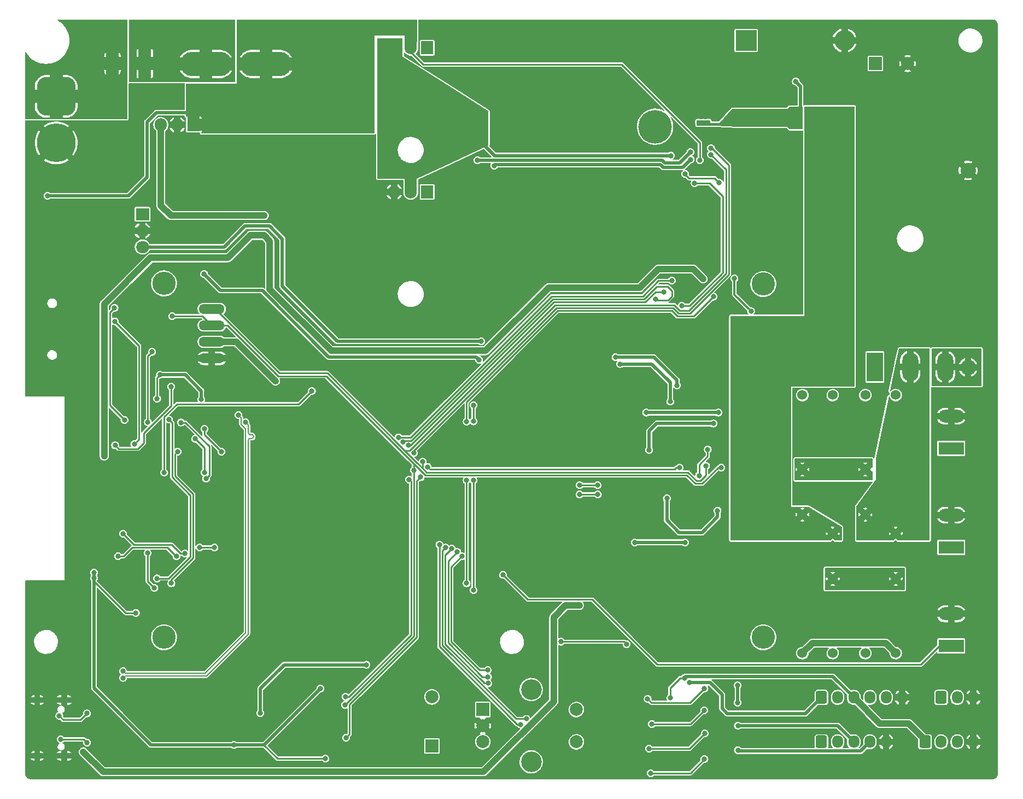
<source format=gbl>
%TF.GenerationSoftware,KiCad,Pcbnew,6.0.1-79c1e3a40b~116~ubuntu20.04.1*%
%TF.CreationDate,2022-02-02T21:52:55+02:00*%
%TF.ProjectId,OBQAS,4f425141-532e-46b6-9963-61645f706362,rev?*%
%TF.SameCoordinates,Original*%
%TF.FileFunction,Copper,L2,Bot*%
%TF.FilePolarity,Positive*%
%FSLAX46Y46*%
G04 Gerber Fmt 4.6, Leading zero omitted, Abs format (unit mm)*
G04 Created by KiCad (PCBNEW 6.0.1-79c1e3a40b~116~ubuntu20.04.1) date 2022-02-02 21:52:55*
%MOMM*%
%LPD*%
G01*
G04 APERTURE LIST*
G04 Aperture macros list*
%AMRoundRect*
0 Rectangle with rounded corners*
0 $1 Rounding radius*
0 $2 $3 $4 $5 $6 $7 $8 $9 X,Y pos of 4 corners*
0 Add a 4 corners polygon primitive as box body*
4,1,4,$2,$3,$4,$5,$6,$7,$8,$9,$2,$3,0*
0 Add four circle primitives for the rounded corners*
1,1,$1+$1,$2,$3*
1,1,$1+$1,$4,$5*
1,1,$1+$1,$6,$7*
1,1,$1+$1,$8,$9*
0 Add four rect primitives between the rounded corners*
20,1,$1+$1,$2,$3,$4,$5,0*
20,1,$1+$1,$4,$5,$6,$7,0*
20,1,$1+$1,$6,$7,$8,$9,0*
20,1,$1+$1,$8,$9,$2,$3,0*%
G04 Aperture macros list end*
%TA.AperFunction,WasherPad*%
%ADD10C,3.600000*%
%TD*%
%TA.AperFunction,ComponentPad*%
%ADD11O,4.000500X1.501140*%
%TD*%
%TA.AperFunction,ComponentPad*%
%ADD12C,1.524000*%
%TD*%
%TA.AperFunction,ComponentPad*%
%ADD13R,3.200000X3.200000*%
%TD*%
%TA.AperFunction,ComponentPad*%
%ADD14O,3.200000X3.200000*%
%TD*%
%TA.AperFunction,ComponentPad*%
%ADD15R,2.000000X2.000000*%
%TD*%
%TA.AperFunction,ComponentPad*%
%ADD16C,2.000000*%
%TD*%
%TA.AperFunction,ComponentPad*%
%ADD17RoundRect,1.500000X-1.500000X1.500000X-1.500000X-1.500000X1.500000X-1.500000X1.500000X1.500000X0*%
%TD*%
%TA.AperFunction,ComponentPad*%
%ADD18C,6.000000*%
%TD*%
%TA.AperFunction,ComponentPad*%
%ADD19RoundRect,0.250000X-0.600000X-0.725000X0.600000X-0.725000X0.600000X0.725000X-0.600000X0.725000X0*%
%TD*%
%TA.AperFunction,ComponentPad*%
%ADD20O,1.700000X1.950000*%
%TD*%
%TA.AperFunction,ComponentPad*%
%ADD21R,3.960000X1.980000*%
%TD*%
%TA.AperFunction,ComponentPad*%
%ADD22O,3.960000X1.980000*%
%TD*%
%TA.AperFunction,ComponentPad*%
%ADD23O,8.000000X3.800000*%
%TD*%
%TA.AperFunction,ComponentPad*%
%ADD24C,3.200000*%
%TD*%
%TA.AperFunction,ComponentPad*%
%ADD25C,2.400000*%
%TD*%
%TA.AperFunction,ComponentPad*%
%ADD26O,2.400000X2.400000*%
%TD*%
%TA.AperFunction,ComponentPad*%
%ADD27O,2.000000X0.900000*%
%TD*%
%TA.AperFunction,ComponentPad*%
%ADD28O,1.700000X0.900000*%
%TD*%
%TA.AperFunction,ComponentPad*%
%ADD29R,2.000000X1.905000*%
%TD*%
%TA.AperFunction,ComponentPad*%
%ADD30O,2.000000X1.905000*%
%TD*%
%TA.AperFunction,ComponentPad*%
%ADD31C,5.200000*%
%TD*%
%TA.AperFunction,ComponentPad*%
%ADD32R,1.905000X2.000000*%
%TD*%
%TA.AperFunction,ComponentPad*%
%ADD33O,1.905000X2.000000*%
%TD*%
%TA.AperFunction,ComponentPad*%
%ADD34R,1.980000X3.960000*%
%TD*%
%TA.AperFunction,ComponentPad*%
%ADD35O,1.980000X3.960000*%
%TD*%
%TA.AperFunction,ComponentPad*%
%ADD36R,2.500000X4.500000*%
%TD*%
%TA.AperFunction,ComponentPad*%
%ADD37O,2.500000X4.500000*%
%TD*%
%TA.AperFunction,ViaPad*%
%ADD38C,0.800000*%
%TD*%
%TA.AperFunction,ViaPad*%
%ADD39C,0.600000*%
%TD*%
%TA.AperFunction,Conductor*%
%ADD40C,1.000000*%
%TD*%
%TA.AperFunction,Conductor*%
%ADD41C,0.250000*%
%TD*%
%TA.AperFunction,Conductor*%
%ADD42C,0.500000*%
%TD*%
%TA.AperFunction,Conductor*%
%ADD43C,0.200000*%
%TD*%
%TA.AperFunction,Conductor*%
%ADD44C,0.300000*%
%TD*%
G04 APERTURE END LIST*
D10*
X91137500Y-138150000D03*
X183937500Y-83450000D03*
X183937500Y-138150000D03*
X91137500Y-83350000D03*
D11*
X98537500Y-94950000D03*
X98537500Y-92410000D03*
X98537500Y-89870000D03*
X98537500Y-87330000D03*
D12*
X204437501Y-100650000D03*
X199737501Y-112150000D03*
X199737501Y-119150000D03*
X199737501Y-100650000D03*
D13*
X181280000Y-45735000D03*
D14*
X196520000Y-45735000D03*
D15*
X132625000Y-154975000D03*
D16*
X132625000Y-147375000D03*
D17*
X74437500Y-54400000D03*
D18*
X74437500Y-61600000D03*
D19*
X192950000Y-147450000D03*
D20*
X195450000Y-147450000D03*
X197950000Y-147450000D03*
X200450000Y-147450000D03*
X202950000Y-147450000D03*
X205450000Y-147450000D03*
D21*
X213037500Y-108900000D03*
D22*
X213037500Y-103900000D03*
D12*
X194687500Y-100650000D03*
X189987500Y-112150000D03*
X189987500Y-119150000D03*
X189987500Y-100650000D03*
D23*
X97617500Y-49385000D03*
X106917500Y-49385000D03*
D15*
X140500000Y-149325000D03*
D16*
X140500000Y-154325000D03*
X140500000Y-151825000D03*
D24*
X148000000Y-157425000D03*
X148000000Y-146225000D03*
D16*
X155000000Y-154325000D03*
X155000000Y-149325000D03*
D19*
X192950000Y-154325000D03*
D20*
X195450000Y-154325000D03*
X197950000Y-154325000D03*
X200450000Y-154325000D03*
X202950000Y-154325000D03*
D25*
X215650000Y-65870000D03*
D26*
X215650000Y-96350000D03*
D27*
X75680000Y-147855000D03*
D28*
X71510000Y-156495000D03*
X71510000Y-147855000D03*
D27*
X75680000Y-156495000D03*
D29*
X87800000Y-72645000D03*
D30*
X87800000Y-75185000D03*
X87800000Y-77725000D03*
D31*
X137892500Y-59085000D03*
X167192500Y-59085000D03*
D21*
X213037500Y-124215000D03*
D22*
X213037500Y-119215000D03*
D19*
X211475000Y-147450000D03*
D20*
X213975000Y-147450000D03*
X216475000Y-147450000D03*
D21*
X213037500Y-139500000D03*
D22*
X213037500Y-134500000D03*
D15*
X201282323Y-49325000D03*
D16*
X206282323Y-49325000D03*
D12*
X199737500Y-140600000D03*
X204437500Y-129100000D03*
X204437500Y-122100000D03*
X204437500Y-140600000D03*
D32*
X95717500Y-58800000D03*
D33*
X93177500Y-58800000D03*
X90637500Y-58800000D03*
D12*
X189987500Y-140600000D03*
X194687500Y-129100000D03*
X194687500Y-122100000D03*
X194687500Y-140600000D03*
D34*
X88157500Y-49310000D03*
D35*
X83157500Y-49310000D03*
D19*
X208975000Y-154325000D03*
D20*
X211475000Y-154325000D03*
X213975000Y-154325000D03*
X216475000Y-154325000D03*
D32*
X131882500Y-69185000D03*
D33*
X129342500Y-69185000D03*
X126802500Y-69185000D03*
D32*
X131882500Y-46885000D03*
D33*
X129342500Y-46885000D03*
X126802500Y-46885000D03*
D36*
X201237500Y-96290000D03*
D37*
X206687500Y-96290000D03*
X212137500Y-96290000D03*
D38*
X80020000Y-157245000D03*
X154360000Y-133215000D03*
X108412500Y-98475000D03*
X79290000Y-156525000D03*
X175337500Y-109050000D03*
X153310000Y-133215000D03*
X155460000Y-133215000D03*
X104525000Y-72850000D03*
X106675000Y-72850000D03*
X78640000Y-155865000D03*
X173987500Y-113100000D03*
X105575000Y-72850000D03*
X90070000Y-101185000D03*
X80300000Y-128125000D03*
X86775000Y-134375000D03*
X81875000Y-110075000D03*
X174620000Y-82645000D03*
X101975000Y-154800000D03*
X106637500Y-75925000D03*
X81875000Y-108925000D03*
X105587500Y-75925000D03*
X96912500Y-101325000D03*
X100010000Y-109385000D03*
X115350000Y-146075000D03*
X97400000Y-105875500D03*
X116140000Y-156935000D03*
X80300000Y-128950000D03*
X104487500Y-75925000D03*
X90512500Y-97500000D03*
X114037500Y-99999500D03*
X91175000Y-112650000D03*
X73100000Y-69775000D03*
X174100000Y-64275000D03*
X169630000Y-63575000D03*
D39*
X179841034Y-56700001D03*
X189700000Y-57700000D03*
D38*
X188970000Y-52105000D03*
D39*
X184325000Y-58750000D03*
X183839267Y-56700000D03*
X175451772Y-58338549D03*
X183325000Y-58750000D03*
X189700000Y-58700000D03*
X182839267Y-56700000D03*
X181326767Y-58750001D03*
X182325000Y-58750000D03*
X184839267Y-56700000D03*
X189700000Y-56700000D03*
X173842001Y-58361289D03*
X187325000Y-58750000D03*
X174600000Y-58384502D03*
X180326767Y-58750001D03*
X186839267Y-56700000D03*
X180841034Y-56700001D03*
X185325000Y-58750000D03*
X185839267Y-56700000D03*
X186325000Y-58750000D03*
X181839267Y-56700000D03*
D38*
X176212500Y-105050000D03*
X166262500Y-109125000D03*
X176962500Y-103350000D03*
X165787500Y-103350000D03*
X177437500Y-111850000D03*
X129825000Y-112275000D03*
X119150000Y-148600000D03*
X92237500Y-99325000D03*
X129824599Y-109612501D03*
X175837500Y-62400000D03*
X92400000Y-88424500D03*
X83562500Y-108425000D03*
X129100500Y-113725000D03*
X131175000Y-110925000D03*
X175837500Y-63400000D03*
X119225000Y-147325000D03*
X175074316Y-111611804D03*
X102675000Y-103725000D03*
X84800000Y-143375000D03*
X84800000Y-144425000D03*
X103774500Y-104872803D03*
X74925000Y-150300000D03*
X79225000Y-149925000D03*
X79225000Y-154425000D03*
X75150000Y-153925000D03*
X143631852Y-128467168D03*
X89288000Y-93950000D03*
X88637500Y-104850000D03*
X83487000Y-89225000D03*
X86537451Y-108225451D03*
X83475000Y-87150000D03*
X85012500Y-104475000D03*
D39*
X202725000Y-118925000D03*
X203725000Y-118925000D03*
X209375000Y-108825000D03*
X201725000Y-118150000D03*
X201725000Y-118925000D03*
X205375000Y-109600000D03*
X206375000Y-108050000D03*
X203375000Y-108050000D03*
X207725000Y-118150000D03*
X204725000Y-119700000D03*
X208375000Y-107275000D03*
X202725000Y-119700000D03*
X204375000Y-109600000D03*
X202375000Y-108050000D03*
X201725000Y-120475000D03*
X201725000Y-119700000D03*
X203725000Y-119700000D03*
X203725000Y-118150000D03*
X209375000Y-109600000D03*
X208375000Y-108825000D03*
X205725000Y-119700000D03*
X203375000Y-109600000D03*
X206375000Y-109600000D03*
X209375000Y-107275000D03*
X202375000Y-108825000D03*
X205725000Y-118925000D03*
X205375000Y-108825000D03*
X205725000Y-120475000D03*
X204725000Y-118925000D03*
X207375000Y-107275000D03*
X209375000Y-108050000D03*
X206725000Y-120475000D03*
X202725000Y-120475000D03*
X208725000Y-119700000D03*
X206725000Y-118150000D03*
X203375000Y-108825000D03*
X206375000Y-107275000D03*
X208375000Y-109600000D03*
X207375000Y-108825000D03*
X202725000Y-118150000D03*
X204725000Y-118150000D03*
X207725000Y-119700000D03*
X207375000Y-109600000D03*
X202375000Y-107275000D03*
X208725000Y-118925000D03*
X207375000Y-108050000D03*
X204375000Y-108825000D03*
X204375000Y-108050000D03*
X207725000Y-118925000D03*
X206725000Y-119700000D03*
X205375000Y-108050000D03*
X205375000Y-107275000D03*
X208725000Y-120475000D03*
X206725000Y-118925000D03*
X202375000Y-109600000D03*
X203375000Y-107275000D03*
X204375000Y-107275000D03*
X205725000Y-118150000D03*
X204725000Y-120475000D03*
X203725000Y-120475000D03*
X206375000Y-108825000D03*
X207725000Y-120475000D03*
X208725000Y-118150000D03*
X208375000Y-108050000D03*
D38*
X158287500Y-114600000D03*
X155512500Y-114575000D03*
X162762500Y-139200000D03*
X152587500Y-138825000D03*
X158312500Y-116025000D03*
X155487500Y-116025000D03*
X170949002Y-111875500D03*
X130875890Y-113348708D03*
X131968781Y-111756683D03*
X119325000Y-153675000D03*
X172699751Y-64163722D03*
X142260000Y-65124020D03*
X177113000Y-67750000D03*
X171837500Y-66400000D03*
X172649799Y-63012299D03*
X139670000Y-64285000D03*
D39*
X192675000Y-90450000D03*
X185575000Y-118800000D03*
X192675000Y-88900000D03*
X191750000Y-58700000D03*
X192675000Y-91225000D03*
X187125000Y-119800000D03*
X195825000Y-56700000D03*
X191675000Y-89675000D03*
X186350000Y-122800000D03*
X190675000Y-90450000D03*
X196675000Y-91225000D03*
X192750000Y-58700000D03*
X197675000Y-89675000D03*
X186350000Y-117800000D03*
X196600000Y-57700000D03*
X194675000Y-90450000D03*
X187900000Y-118800000D03*
X187900000Y-120800000D03*
X190750000Y-58700000D03*
X187125000Y-121800000D03*
X196675000Y-90450000D03*
X193750000Y-58700000D03*
X186350000Y-121800000D03*
X187900000Y-121800000D03*
X197375000Y-58700000D03*
X195675000Y-91225000D03*
X197675000Y-88900000D03*
X195675000Y-90450000D03*
X186350000Y-118800000D03*
X193750000Y-56700000D03*
X190675000Y-91225000D03*
X194675000Y-89675000D03*
X187125000Y-118800000D03*
X196675000Y-88900000D03*
X187125000Y-120800000D03*
X187900000Y-119800000D03*
X195675000Y-89675000D03*
X185575000Y-122800000D03*
X195675000Y-88900000D03*
X186350000Y-119800000D03*
X194675000Y-88900000D03*
X194675000Y-91225000D03*
X185575000Y-121800000D03*
X193675000Y-89675000D03*
X197675000Y-90450000D03*
X185575000Y-120800000D03*
X195825000Y-58700000D03*
X196675000Y-89675000D03*
X186350000Y-120800000D03*
X192675000Y-89675000D03*
X185575000Y-119800000D03*
X193675000Y-91225000D03*
X190675000Y-89675000D03*
X197675000Y-91225000D03*
X196600000Y-58700000D03*
X185575000Y-117800000D03*
X191675000Y-91225000D03*
X191675000Y-90450000D03*
X187125000Y-117800000D03*
X193750000Y-57700000D03*
X197375000Y-57700000D03*
X191675000Y-88900000D03*
X193675000Y-88900000D03*
X196600000Y-56700000D03*
X187900000Y-117800000D03*
X187125000Y-122800000D03*
X195825000Y-57700000D03*
X197375000Y-56700000D03*
X190675000Y-88900000D03*
X193675000Y-90450000D03*
X187900000Y-122800000D03*
D38*
X182034238Y-87644990D03*
X179475000Y-82600000D03*
X88608549Y-125091451D03*
X89650000Y-130500000D03*
X90050000Y-129025000D03*
X91887489Y-104408908D03*
X106040000Y-149875000D03*
X122490000Y-142395000D03*
X168512500Y-84675000D03*
X128965476Y-108422426D03*
X128112890Y-107900792D03*
X167225000Y-85800000D03*
X127426811Y-107173948D03*
X169762500Y-82901296D03*
X138000000Y-104725000D03*
X176225000Y-85400000D03*
X138000000Y-113825000D03*
X137994842Y-129774020D03*
X188454690Y-72755000D03*
X157974690Y-75295000D03*
X218934690Y-70215000D03*
X119874690Y-82915000D03*
X216394690Y-113395000D03*
X94474690Y-141335000D03*
X135114690Y-108315000D03*
X168134690Y-75295000D03*
X173214690Y-77835000D03*
X218934690Y-105775000D03*
X206234690Y-136255000D03*
X79234690Y-62595000D03*
X188454690Y-44815000D03*
X160514690Y-128635000D03*
X201154690Y-143875000D03*
X137654690Y-82915000D03*
X86210000Y-128595000D03*
X114794690Y-154035000D03*
X190050000Y-115425000D03*
X147814690Y-77835000D03*
X201154690Y-82915000D03*
X155434690Y-93075000D03*
X160514690Y-47355000D03*
X147814690Y-126095000D03*
X208774690Y-159115000D03*
X145274690Y-82915000D03*
X218934690Y-60055000D03*
X213854690Y-159115000D03*
X206234690Y-70215000D03*
X160514690Y-121015000D03*
X198614690Y-108315000D03*
D39*
X173842000Y-60358711D03*
D38*
X142734690Y-131175000D03*
X216394690Y-80375000D03*
X117334690Y-136255000D03*
X97014690Y-133715000D03*
X160514690Y-126095000D03*
X109714690Y-105775000D03*
X211314690Y-115935000D03*
X213854690Y-90535000D03*
X201154690Y-65135000D03*
X173214690Y-136255000D03*
X218934690Y-148955000D03*
X102094690Y-136255000D03*
X140194690Y-110855000D03*
X163054690Y-67675000D03*
X99554690Y-151495000D03*
X157974690Y-52435000D03*
X132574690Y-141335000D03*
X114794690Y-121015000D03*
X140194690Y-90535000D03*
X119874690Y-62595000D03*
X140194690Y-123555000D03*
X102094690Y-143875000D03*
X190994690Y-47355000D03*
X81774690Y-141335000D03*
X218934690Y-133715000D03*
X150354690Y-108315000D03*
X152894690Y-105775000D03*
X150354690Y-110855000D03*
X201154690Y-47355000D03*
X102094690Y-70215000D03*
X213854690Y-100695000D03*
X188454690Y-138795000D03*
X99554690Y-148955000D03*
X76694690Y-138795000D03*
X97014690Y-148955000D03*
X102094690Y-65135000D03*
X216394690Y-54975000D03*
X213854690Y-62595000D03*
X137654690Y-136255000D03*
X145274690Y-108315000D03*
X142734690Y-115935000D03*
D39*
X184839267Y-59750000D03*
D38*
X94474690Y-62595000D03*
D39*
X185350000Y-61975000D03*
D38*
X155434690Y-121015000D03*
X86854690Y-57515000D03*
X216394690Y-159115000D03*
X188454690Y-49895000D03*
X79234690Y-93075000D03*
X213854690Y-143875000D03*
X152894690Y-126095000D03*
X211314690Y-72755000D03*
X213854690Y-70215000D03*
X185914690Y-154035000D03*
X211314690Y-131175000D03*
X183374690Y-65135000D03*
X102094690Y-115935000D03*
X145274690Y-105775000D03*
X152894690Y-75295000D03*
X216394690Y-128635000D03*
X112254690Y-143875000D03*
X145274690Y-54975000D03*
X211314690Y-52435000D03*
X114794690Y-80375000D03*
X135114690Y-115935000D03*
X91934690Y-141335000D03*
X91934690Y-151495000D03*
X173214690Y-138795000D03*
X79234690Y-87995000D03*
X119874690Y-70215000D03*
X150354690Y-57515000D03*
X150354690Y-126095000D03*
X218934690Y-90535000D03*
X122414690Y-138795000D03*
X132574690Y-72755000D03*
X132574690Y-138795000D03*
X201154690Y-90535000D03*
X122414690Y-113395000D03*
X208774690Y-133715000D03*
X122414690Y-131175000D03*
X104634690Y-67675000D03*
X124954690Y-118475000D03*
X119874690Y-80375000D03*
X104634690Y-82915000D03*
X152894690Y-146415000D03*
X157974690Y-80375000D03*
X109714690Y-95615000D03*
X114794690Y-72755000D03*
X99554690Y-131175000D03*
X160514690Y-70215000D03*
X109714690Y-115935000D03*
X76694690Y-115935000D03*
X147814690Y-115935000D03*
X152894690Y-93075000D03*
X218934690Y-103235000D03*
X94474690Y-65135000D03*
X152894690Y-47355000D03*
X119874690Y-108315000D03*
X91934690Y-148955000D03*
X145274690Y-136255000D03*
X155434690Y-57515000D03*
X198614690Y-52435000D03*
X206234690Y-52435000D03*
X163054690Y-128635000D03*
X142734690Y-70215000D03*
X79234690Y-90535000D03*
X145274690Y-52435000D03*
X208774690Y-82915000D03*
X79234690Y-65135000D03*
X86854690Y-54975000D03*
X180834690Y-80375000D03*
X71614690Y-65135000D03*
X112254690Y-82915000D03*
X196074690Y-118475000D03*
X86854690Y-65135000D03*
X201154690Y-126095000D03*
X188454690Y-65135000D03*
X124954690Y-133715000D03*
X102094690Y-146415000D03*
X218934690Y-121015000D03*
X216394690Y-131175000D03*
X198614690Y-105775000D03*
X150354690Y-72755000D03*
D39*
X183839267Y-59750000D03*
D38*
X117334690Y-108315000D03*
X170674690Y-72755000D03*
X183374690Y-77835000D03*
X76694690Y-159115000D03*
X74154690Y-136255000D03*
X201154690Y-57515000D03*
X112254690Y-75295000D03*
X122414690Y-100695000D03*
X104634690Y-70215000D03*
X208774690Y-57515000D03*
X132574690Y-115935000D03*
X216394690Y-115935000D03*
X218934690Y-110855000D03*
X208774690Y-70215000D03*
X79234690Y-110855000D03*
X97014690Y-138795000D03*
X86854690Y-110855000D03*
X142734690Y-77835000D03*
X160514690Y-131175000D03*
X203694690Y-87995000D03*
X142734690Y-141335000D03*
X213854690Y-67675000D03*
X145274690Y-121015000D03*
X117334690Y-67675000D03*
X150354690Y-93075000D03*
X122414690Y-77835000D03*
X127494690Y-133715000D03*
X84314690Y-60055000D03*
X76694690Y-87995000D03*
X216394690Y-121015000D03*
X102094690Y-148955000D03*
X193534690Y-126095000D03*
X122414690Y-70215000D03*
X99554690Y-136255000D03*
X218934690Y-57515000D03*
X147814690Y-57515000D03*
X208774690Y-72755000D03*
X196074690Y-126095000D03*
X155434690Y-131175000D03*
X71614690Y-85455000D03*
X203694690Y-70215000D03*
X109714690Y-118475000D03*
X117334690Y-115935000D03*
X145274690Y-115935000D03*
X211314690Y-85455000D03*
X211314690Y-82915000D03*
X76694690Y-80375000D03*
X208774690Y-60055000D03*
X107174690Y-65135000D03*
X71614690Y-95615000D03*
X76694690Y-141335000D03*
X170674690Y-47355000D03*
X122414690Y-62595000D03*
X147814690Y-82915000D03*
X76694690Y-98155000D03*
X122414690Y-87995000D03*
X160514690Y-118475000D03*
X84700000Y-97650000D03*
X155434690Y-128635000D03*
X119874690Y-65135000D03*
X150354690Y-52435000D03*
X216394690Y-52435000D03*
X196074690Y-103235000D03*
X175754690Y-77835000D03*
X124954690Y-136255000D03*
X74154690Y-87995000D03*
X99554690Y-121015000D03*
X218934690Y-143875000D03*
X206234690Y-141335000D03*
X157974690Y-159115000D03*
X218934690Y-67675000D03*
X211314690Y-143875000D03*
X117334690Y-72755000D03*
X211314690Y-54975000D03*
X114794690Y-67675000D03*
X150354690Y-67675000D03*
X99554690Y-115935000D03*
D39*
X186350000Y-61975000D03*
D38*
X203694690Y-65135000D03*
X137654690Y-146415000D03*
X206234690Y-159115000D03*
X216394690Y-87995000D03*
X114794690Y-136255000D03*
D39*
X184350000Y-61975000D03*
D38*
X206234690Y-44815000D03*
X216394690Y-82915000D03*
X145274690Y-75295000D03*
X218934690Y-141335000D03*
X76694690Y-136255000D03*
X193534690Y-44815000D03*
X140194690Y-115935000D03*
X81774690Y-133715000D03*
X122414690Y-121015000D03*
X193534690Y-49895000D03*
X160514690Y-72755000D03*
X218934690Y-154035000D03*
X117334690Y-121015000D03*
X208774690Y-87995000D03*
X155434690Y-67675000D03*
X165594690Y-72755000D03*
X155434690Y-108315000D03*
X188454690Y-126095000D03*
X150354690Y-60055000D03*
X150354690Y-154035000D03*
X112254690Y-95615000D03*
X142734690Y-67675000D03*
X152894690Y-128635000D03*
X157974690Y-93075000D03*
X152894690Y-131175000D03*
X117334690Y-77835000D03*
X145274690Y-118475000D03*
X137654690Y-138795000D03*
X124954690Y-103235000D03*
X218934690Y-159115000D03*
X155434690Y-110855000D03*
X203694690Y-77835000D03*
X216394690Y-75295000D03*
X175754690Y-100695000D03*
X84314690Y-136255000D03*
X216394690Y-49895000D03*
X152894690Y-67675000D03*
X142734690Y-85455000D03*
X91934690Y-146415000D03*
X198614690Y-49895000D03*
X203694690Y-82915000D03*
X175754690Y-72755000D03*
X213854690Y-77835000D03*
X132574690Y-121015000D03*
X206234690Y-85455000D03*
X193534690Y-47355000D03*
X71614690Y-143875000D03*
X211314690Y-65135000D03*
X107174690Y-70215000D03*
X147814690Y-52435000D03*
X74154690Y-72755000D03*
X117334690Y-85455000D03*
X107174690Y-90535000D03*
X170674690Y-75295000D03*
X71614690Y-72755000D03*
X114794690Y-95615000D03*
X152894690Y-60055000D03*
X203694690Y-143875000D03*
X94474690Y-138795000D03*
X76694690Y-82915000D03*
X208774690Y-52435000D03*
X168134690Y-72755000D03*
X203694690Y-47355000D03*
X71614690Y-141335000D03*
X145274690Y-47355000D03*
X218934690Y-136255000D03*
X97014690Y-151495000D03*
X163054690Y-70215000D03*
X208774690Y-80375000D03*
X140194690Y-70215000D03*
X140194690Y-67675000D03*
X107174690Y-138795000D03*
X208774690Y-62595000D03*
X203694690Y-57515000D03*
X147814690Y-110855000D03*
X122414690Y-80375000D03*
X76694690Y-113395000D03*
X163054690Y-75295000D03*
X218934690Y-72755000D03*
X216394690Y-156575000D03*
X183374690Y-72755000D03*
X173337500Y-111100000D03*
X208774690Y-44815000D03*
X71614690Y-80375000D03*
X152894690Y-70215000D03*
X127494690Y-80375000D03*
X104634690Y-143875000D03*
X152894690Y-154035000D03*
X117334690Y-82915000D03*
X74154690Y-159115000D03*
X174424500Y-119625000D03*
X124954690Y-72755000D03*
X109714690Y-133715000D03*
X201154690Y-70215000D03*
X150354690Y-131175000D03*
X132574690Y-85455000D03*
X145274690Y-77835000D03*
X216394690Y-90535000D03*
X135114690Y-75295000D03*
X127494690Y-72755000D03*
X102094690Y-95615000D03*
X135114690Y-90535000D03*
X163054690Y-80375000D03*
X81774690Y-136255000D03*
X137654690Y-80375000D03*
X132574690Y-143875000D03*
X119874690Y-67675000D03*
X127494690Y-77835000D03*
X122414690Y-82915000D03*
X152894690Y-80375000D03*
X201154690Y-62595000D03*
X107174690Y-87995000D03*
X140194690Y-75295000D03*
X114794690Y-131175000D03*
X142734690Y-52435000D03*
X124954690Y-110855000D03*
X127494690Y-98155000D03*
D39*
X180841034Y-59750001D03*
D38*
X112254690Y-93075000D03*
X152894690Y-108315000D03*
X142734690Y-133715000D03*
X160514690Y-80375000D03*
X157974690Y-54975000D03*
X119874690Y-98155000D03*
X135114690Y-148955000D03*
X142734690Y-151495000D03*
X114794690Y-115935000D03*
X124954690Y-146415000D03*
D39*
X180351767Y-61975001D03*
D38*
X206234690Y-72755000D03*
X112254690Y-62595000D03*
X206234690Y-57515000D03*
D39*
X187350000Y-61975000D03*
D38*
X112254690Y-72755000D03*
X152894690Y-110855000D03*
X152894690Y-77835000D03*
X124954690Y-85455000D03*
X160514690Y-108315000D03*
X213854690Y-75295000D03*
X185914690Y-159115000D03*
X97014690Y-70215000D03*
X196074690Y-108315000D03*
X124954690Y-80375000D03*
X142734690Y-121015000D03*
X211314690Y-80375000D03*
X206234690Y-60055000D03*
X114794690Y-138795000D03*
X180834690Y-138795000D03*
D39*
X175400000Y-60325000D03*
D38*
X216394690Y-70215000D03*
X79234690Y-82915000D03*
X112254690Y-136255000D03*
X206234690Y-133715000D03*
X102094690Y-131175000D03*
X185914690Y-146415000D03*
X157974690Y-98155000D03*
X155434690Y-80375000D03*
X147814690Y-141335000D03*
X208774690Y-148955000D03*
X218934690Y-151495000D03*
X203694690Y-90535000D03*
X109714690Y-121015000D03*
X114794690Y-113395000D03*
X135114690Y-156575000D03*
X183374690Y-141335000D03*
X150354690Y-77835000D03*
X206234690Y-87995000D03*
X84314690Y-146415000D03*
X175754690Y-115935000D03*
X150354690Y-128635000D03*
X193534690Y-105775000D03*
X147814690Y-75295000D03*
X104634690Y-87995000D03*
X203694690Y-72755000D03*
X135114690Y-77835000D03*
X147814690Y-105775000D03*
X94474690Y-131175000D03*
X81774690Y-62595000D03*
X107174690Y-118475000D03*
X178294690Y-138795000D03*
X132574690Y-75295000D03*
X163054690Y-100695000D03*
X163054690Y-72755000D03*
X168134690Y-47355000D03*
X83475000Y-127175000D03*
X157974690Y-60055000D03*
X155434690Y-118475000D03*
X216394690Y-141335000D03*
X109714690Y-67675000D03*
X81774690Y-65135000D03*
X147814690Y-72755000D03*
X168134690Y-70215000D03*
X132574690Y-80375000D03*
X71614690Y-159115000D03*
X112254690Y-133715000D03*
D39*
X174594375Y-60335498D03*
D38*
X109714690Y-65135000D03*
X130034690Y-141335000D03*
X213854690Y-49895000D03*
X71614690Y-151495000D03*
X208774690Y-143875000D03*
X188454690Y-47355000D03*
X165594690Y-70215000D03*
X147814690Y-47355000D03*
X211314690Y-159115000D03*
X107174690Y-136255000D03*
X155434690Y-105775000D03*
X160514690Y-75295000D03*
X170725000Y-109075000D03*
X198614690Y-103235000D03*
X84314690Y-67675000D03*
X206234690Y-54975000D03*
X173214690Y-75295000D03*
X208774690Y-90535000D03*
X213854690Y-72755000D03*
X160514690Y-123555000D03*
X211314690Y-49895000D03*
X71614690Y-98155000D03*
X208774690Y-47355000D03*
X142734690Y-118475000D03*
X107174690Y-133715000D03*
X196074690Y-105775000D03*
X216394690Y-100695000D03*
X89394690Y-141335000D03*
X102094690Y-87995000D03*
X206234690Y-67675000D03*
X76694690Y-85455000D03*
X124954690Y-115935000D03*
X185914690Y-141335000D03*
X216394690Y-136255000D03*
X185914690Y-47355000D03*
X76694690Y-95615000D03*
X132574690Y-131175000D03*
X97014690Y-67675000D03*
X127494690Y-75295000D03*
X74154690Y-131175000D03*
X99554690Y-118475000D03*
X201154690Y-72755000D03*
X155434690Y-54975000D03*
X218934690Y-131175000D03*
X122414690Y-90535000D03*
X137654690Y-133715000D03*
X86854690Y-121015000D03*
X94474690Y-136255000D03*
X216394690Y-105775000D03*
X150354690Y-98155000D03*
X185914690Y-67675000D03*
X155434690Y-126095000D03*
X76694690Y-110855000D03*
X163054690Y-77835000D03*
X127494690Y-121015000D03*
X137654690Y-75295000D03*
X216394690Y-57515000D03*
X183374690Y-70215000D03*
X76694690Y-67675000D03*
X155434690Y-146415000D03*
X135114690Y-110855000D03*
X102094690Y-113395000D03*
X91934690Y-118475000D03*
X122414690Y-133715000D03*
X122414690Y-85455000D03*
X160514690Y-57515000D03*
X119874690Y-113395000D03*
X211314690Y-44815000D03*
X196074690Y-49895000D03*
X203694690Y-85455000D03*
X102094690Y-121015000D03*
X147814690Y-98155000D03*
X157974690Y-90535000D03*
X152894690Y-57515000D03*
X218934690Y-123555000D03*
X107174690Y-115935000D03*
X218934690Y-87995000D03*
X208774690Y-65135000D03*
X132574690Y-136255000D03*
X135114690Y-143875000D03*
X218934690Y-80375000D03*
X157974690Y-47355000D03*
X124954690Y-138795000D03*
X150354690Y-105775000D03*
X201154690Y-85455000D03*
X188454690Y-70215000D03*
X127494690Y-148955000D03*
X178294690Y-136255000D03*
X150354690Y-54975000D03*
X94474690Y-148955000D03*
X79234690Y-85455000D03*
X114794690Y-133715000D03*
X150354690Y-75295000D03*
X127494690Y-118475000D03*
X157974690Y-77835000D03*
X135114690Y-98155000D03*
X201154690Y-60055000D03*
X170674690Y-138795000D03*
X203694690Y-67675000D03*
X117334690Y-113395000D03*
X218934690Y-146415000D03*
X142734690Y-75295000D03*
X211314690Y-77835000D03*
X185914690Y-77835000D03*
X137654690Y-67675000D03*
X201154690Y-105775000D03*
X147814690Y-67675000D03*
X160514690Y-159115000D03*
X165594690Y-67675000D03*
X218934690Y-44815000D03*
X145274690Y-72755000D03*
X84314690Y-62595000D03*
X216394690Y-60055000D03*
X97014690Y-141335000D03*
X152894690Y-90535000D03*
X218934690Y-54975000D03*
X203694690Y-60055000D03*
X218934690Y-65135000D03*
X213854690Y-87995000D03*
X218934690Y-98155000D03*
X180834690Y-77835000D03*
D39*
X182839267Y-59750000D03*
D38*
X218934690Y-85455000D03*
X216394690Y-151495000D03*
X140194690Y-47355000D03*
X86854690Y-62595000D03*
X157974690Y-156575000D03*
X218934690Y-49895000D03*
X190994690Y-44815000D03*
X216394690Y-143875000D03*
X104634690Y-141335000D03*
X130034690Y-100695000D03*
X185914690Y-70215000D03*
X211314690Y-100695000D03*
X183374690Y-67675000D03*
X135114690Y-72755000D03*
X102094690Y-151495000D03*
D39*
X183350000Y-61975000D03*
D38*
X119874690Y-72755000D03*
X97014690Y-146415000D03*
X185914690Y-80375000D03*
X140194690Y-108315000D03*
X137654690Y-70215000D03*
X94474690Y-133715000D03*
X104634690Y-65135000D03*
X137654690Y-90535000D03*
X163054690Y-47355000D03*
X145274690Y-67675000D03*
X218934690Y-95615000D03*
X132574690Y-100695000D03*
X213854690Y-80375000D03*
X201154690Y-75295000D03*
X165594690Y-75295000D03*
X147814690Y-128635000D03*
X208774690Y-85455000D03*
X86854690Y-60055000D03*
X216394690Y-77835000D03*
X180834690Y-75295000D03*
X99554690Y-65135000D03*
X216394690Y-85455000D03*
X119874690Y-105775000D03*
X152894690Y-123555000D03*
X127494690Y-146415000D03*
X211314690Y-62595000D03*
X84314690Y-65135000D03*
X107174690Y-141335000D03*
X155434690Y-60055000D03*
X155434690Y-123555000D03*
X124954690Y-113395000D03*
X213854690Y-52435000D03*
X74154690Y-67675000D03*
X79234690Y-113395000D03*
X71614690Y-90535000D03*
X89394690Y-148955000D03*
X117334690Y-80375000D03*
X213854690Y-57515000D03*
X114794690Y-108315000D03*
X216394690Y-103235000D03*
X208774690Y-138795000D03*
X127494690Y-90535000D03*
X122414690Y-65135000D03*
X127494690Y-87995000D03*
X185914690Y-65135000D03*
X130034690Y-80375000D03*
X208774690Y-136255000D03*
X142734690Y-80375000D03*
X132574690Y-98155000D03*
X107174690Y-131175000D03*
X94474690Y-70215000D03*
X114794690Y-75295000D03*
X130034690Y-72755000D03*
X152894690Y-72755000D03*
X71614690Y-154035000D03*
X155434690Y-98155000D03*
X160514690Y-67675000D03*
X157974690Y-57515000D03*
X218934690Y-100695000D03*
X145274690Y-133715000D03*
X127494690Y-136255000D03*
X147814690Y-60055000D03*
X104634690Y-146415000D03*
X117334690Y-143875000D03*
X218934690Y-82915000D03*
X114794690Y-151495000D03*
X175754690Y-75295000D03*
X218934690Y-77835000D03*
X216394690Y-118475000D03*
X218934690Y-118475000D03*
X155434690Y-47355000D03*
X99554690Y-113395000D03*
X81774690Y-67675000D03*
X157974690Y-72755000D03*
D39*
X182350000Y-61975000D03*
D38*
X145274690Y-80375000D03*
X155434690Y-52435000D03*
X188454690Y-77835000D03*
X145274690Y-60055000D03*
X180834690Y-67675000D03*
X122414690Y-115935000D03*
X114794690Y-143875000D03*
X206234690Y-80375000D03*
X201154690Y-77835000D03*
X183374690Y-80375000D03*
X157974690Y-70215000D03*
X142734690Y-123555000D03*
X99554690Y-67675000D03*
X124954690Y-70215000D03*
X150354690Y-70215000D03*
X84314690Y-110855000D03*
X163054690Y-126095000D03*
X89394690Y-121015000D03*
X150354690Y-115935000D03*
X107174690Y-121015000D03*
X137654690Y-151495000D03*
X165594690Y-47355000D03*
X213854690Y-60055000D03*
X201154690Y-80375000D03*
X81774690Y-60055000D03*
X155434690Y-90535000D03*
X145274690Y-57515000D03*
X168134690Y-77835000D03*
X206234690Y-62595000D03*
X132574690Y-87995000D03*
X145274690Y-70215000D03*
X165594690Y-98155000D03*
X127494690Y-115935000D03*
X203694690Y-126095000D03*
X193534690Y-108315000D03*
X163054690Y-90535000D03*
X122414690Y-75295000D03*
X109714690Y-136255000D03*
X203694690Y-44815000D03*
X104634690Y-80375000D03*
X145274690Y-146415000D03*
X208774690Y-54975000D03*
X152894690Y-121015000D03*
X206234690Y-143875000D03*
X213854690Y-82915000D03*
X137654690Y-72755000D03*
X84314690Y-138795000D03*
X201154690Y-133715000D03*
D39*
X179841034Y-59750001D03*
D38*
X135114690Y-85455000D03*
X112254690Y-118475000D03*
X99554690Y-138795000D03*
X124954690Y-82915000D03*
X206234690Y-90535000D03*
X114794690Y-82915000D03*
X97014690Y-136255000D03*
X216394690Y-62595000D03*
X104634690Y-90535000D03*
X185914690Y-72755000D03*
X178294690Y-60055000D03*
X102094690Y-62595000D03*
X79234690Y-67675000D03*
X178294690Y-141335000D03*
X175754690Y-141335000D03*
X76694690Y-118475000D03*
X71614690Y-146415000D03*
X211314690Y-47355000D03*
X188454690Y-82915000D03*
X99554690Y-146415000D03*
X203694690Y-133715000D03*
X160514690Y-151495000D03*
X198614690Y-126095000D03*
X94474690Y-82915000D03*
X142734690Y-47355000D03*
X135114690Y-47355000D03*
D39*
X186839267Y-59750000D03*
D38*
X208774690Y-67675000D03*
X175754690Y-136255000D03*
X160514690Y-90535000D03*
X183374690Y-75295000D03*
X124954690Y-90535000D03*
X124954690Y-87995000D03*
X201154690Y-67675000D03*
X160514690Y-52435000D03*
X165594690Y-100695000D03*
D39*
X185839267Y-59750000D03*
D38*
X74154690Y-90535000D03*
X218934690Y-52435000D03*
X160514690Y-54975000D03*
X132574690Y-118475000D03*
X79234690Y-60055000D03*
X132574690Y-133715000D03*
X99554690Y-133715000D03*
X119874690Y-87995000D03*
X89394690Y-113395000D03*
X112254690Y-138795000D03*
X114794690Y-118475000D03*
X201154690Y-87995000D03*
X107174690Y-113395000D03*
X211314690Y-75295000D03*
X150354690Y-123555000D03*
X109714690Y-138795000D03*
X190994690Y-126095000D03*
X142734690Y-72755000D03*
X117334690Y-138795000D03*
X89394690Y-110855000D03*
X109714690Y-62595000D03*
X183374690Y-126095000D03*
X140194690Y-80375000D03*
X137654690Y-148955000D03*
X76694690Y-133715000D03*
X147814690Y-70215000D03*
X137654690Y-85455000D03*
X140194690Y-87995000D03*
X206234690Y-65135000D03*
X112254690Y-67675000D03*
X132574690Y-77835000D03*
X119874690Y-77835000D03*
X160514690Y-60055000D03*
X213854690Y-54975000D03*
X180834690Y-136255000D03*
X122414690Y-72755000D03*
X130034690Y-77835000D03*
X124954690Y-121015000D03*
X152894690Y-54975000D03*
X124954690Y-75295000D03*
X114794690Y-77835000D03*
X135114690Y-118475000D03*
X216394690Y-133715000D03*
X211314690Y-60055000D03*
X109714690Y-113395000D03*
X124954690Y-77835000D03*
X112254690Y-70215000D03*
X76694690Y-90535000D03*
X122414690Y-148955000D03*
X119874690Y-75295000D03*
X218934690Y-108315000D03*
X155434690Y-70215000D03*
X150354690Y-80375000D03*
X203694690Y-54975000D03*
X112254690Y-77835000D03*
X102094690Y-133715000D03*
X79234690Y-118475000D03*
X76694690Y-103235000D03*
X218934690Y-138795000D03*
X165594690Y-77835000D03*
X147814690Y-80375000D03*
X130034690Y-75295000D03*
X74154690Y-141335000D03*
X135114690Y-121015000D03*
X180834690Y-72755000D03*
X122414690Y-136255000D03*
X211314690Y-67675000D03*
X119874690Y-115935000D03*
X206234690Y-138795000D03*
X122414690Y-118475000D03*
X218934690Y-128635000D03*
X160514690Y-77835000D03*
X188454690Y-67675000D03*
X76694690Y-146415000D03*
X124954690Y-148955000D03*
X81774690Y-82915000D03*
X112254690Y-146415000D03*
X150354690Y-47355000D03*
X142734690Y-105775000D03*
X216394690Y-138795000D03*
X119874690Y-121015000D03*
X165594690Y-131175000D03*
X163054690Y-131175000D03*
X201154690Y-44815000D03*
X218934690Y-113395000D03*
X102094690Y-118475000D03*
X89394690Y-151495000D03*
X211314690Y-57515000D03*
X94474690Y-146415000D03*
X140194690Y-82915000D03*
X89394690Y-146415000D03*
X117334690Y-75295000D03*
X218934690Y-62595000D03*
X211314690Y-70215000D03*
X188454690Y-85455000D03*
X99554690Y-70215000D03*
X127494690Y-131175000D03*
X155434690Y-159115000D03*
X109714690Y-70215000D03*
X145274690Y-85455000D03*
X155434690Y-72755000D03*
X104634690Y-62595000D03*
X206234690Y-47355000D03*
X218934690Y-156575000D03*
X147814690Y-54975000D03*
X218934690Y-93075000D03*
X203694690Y-52435000D03*
X84314690Y-141335000D03*
X81774690Y-138795000D03*
X142734690Y-136255000D03*
X112254690Y-65135000D03*
X160514690Y-115935000D03*
X102094690Y-67675000D03*
X137654690Y-87995000D03*
X206234690Y-82915000D03*
X97014690Y-65135000D03*
X97014690Y-131175000D03*
X203694690Y-49895000D03*
X71614690Y-93075000D03*
X140194690Y-118475000D03*
X188454690Y-75295000D03*
X130034690Y-87995000D03*
X142734690Y-110855000D03*
X135114690Y-82915000D03*
X190994690Y-49895000D03*
X130034690Y-98155000D03*
X94474690Y-67675000D03*
X114794690Y-65135000D03*
X145274690Y-110855000D03*
X211314690Y-90535000D03*
X94474690Y-151495000D03*
X135114690Y-146415000D03*
X185914690Y-44815000D03*
X157974690Y-67675000D03*
X203694690Y-159115000D03*
X71614690Y-87995000D03*
X147814690Y-108315000D03*
X117334690Y-87995000D03*
X117334690Y-105775000D03*
X114794690Y-62595000D03*
X145274690Y-98155000D03*
X130034690Y-148955000D03*
X140194690Y-121015000D03*
X79234690Y-115935000D03*
X76694690Y-100695000D03*
X74154690Y-80375000D03*
X114794690Y-70215000D03*
X208774690Y-49895000D03*
X170674690Y-77835000D03*
X132574690Y-90535000D03*
X185914690Y-75295000D03*
X213854690Y-85455000D03*
X140194690Y-72755000D03*
X71614690Y-131175000D03*
X188454690Y-80375000D03*
X130034690Y-90535000D03*
X175754690Y-138795000D03*
X124954690Y-131175000D03*
X201154690Y-103235000D03*
X140194690Y-85455000D03*
X119874690Y-85455000D03*
X142734690Y-87995000D03*
X137654690Y-77835000D03*
X112254690Y-115935000D03*
X122414690Y-67675000D03*
X216394690Y-72755000D03*
X142734690Y-82915000D03*
X117334690Y-118475000D03*
X89394690Y-54975000D03*
X211314690Y-87995000D03*
X117334690Y-131175000D03*
X84314690Y-115935000D03*
X203694690Y-136255000D03*
X155434690Y-77835000D03*
X165594690Y-80375000D03*
X117334690Y-70215000D03*
X147814690Y-118475000D03*
X112254690Y-131175000D03*
X76694690Y-93075000D03*
X188454690Y-136255000D03*
X152894690Y-98155000D03*
D39*
X181839267Y-59750000D03*
D38*
X173214690Y-72755000D03*
X155434690Y-75295000D03*
X135114690Y-87995000D03*
X109714690Y-131175000D03*
X112254690Y-121015000D03*
X218934690Y-75295000D03*
X185914690Y-126095000D03*
X152894690Y-156575000D03*
X76694690Y-121015000D03*
X218934690Y-47355000D03*
X112254690Y-80375000D03*
X71614690Y-133715000D03*
X142734690Y-108315000D03*
X203694690Y-75295000D03*
X190994690Y-108315000D03*
X203694690Y-80375000D03*
X117334690Y-133715000D03*
X198614690Y-143875000D03*
X97014690Y-62595000D03*
X119874690Y-90535000D03*
X112254690Y-113395000D03*
X119874690Y-118475000D03*
X140194690Y-77835000D03*
X168134690Y-67675000D03*
X135114690Y-80375000D03*
X132574690Y-82915000D03*
X203694690Y-62595000D03*
X71614690Y-67675000D03*
X180834690Y-70215000D03*
D39*
X181351767Y-61975001D03*
D38*
X152894690Y-52435000D03*
X218934690Y-115935000D03*
X74154690Y-133715000D03*
X71614690Y-136255000D03*
X137654690Y-47355000D03*
X71614690Y-82915000D03*
X218934690Y-126095000D03*
X171300000Y-86831460D03*
X139070000Y-104705000D03*
X173300000Y-67825000D03*
X139070000Y-113825000D03*
X139082342Y-130842658D03*
X139070000Y-102200500D03*
X161050000Y-94775000D03*
X170570000Y-99135000D03*
X164020000Y-123445000D03*
X171800000Y-123455000D03*
X140270000Y-92315000D03*
X169550000Y-147525000D03*
X171703015Y-144437431D03*
X180000000Y-151825000D03*
X179950000Y-148250000D03*
X179950000Y-145575000D03*
X180000000Y-155625000D03*
X174775000Y-149450000D03*
X166675000Y-151550000D03*
X174825000Y-146075000D03*
X166025000Y-147675000D03*
X166500000Y-159175000D03*
X174825000Y-157000000D03*
X166250000Y-155375000D03*
X174850000Y-153025000D03*
X172478926Y-145163610D03*
X93244500Y-109385000D03*
X92275000Y-129774020D03*
X161775000Y-95825000D03*
X169000000Y-116625000D03*
X139925000Y-95175000D03*
X169538469Y-101636531D03*
X97350000Y-81900000D03*
X176850000Y-118525000D03*
X136549320Y-124907469D03*
X94380000Y-125150500D03*
X84800000Y-122095000D03*
X141300000Y-144255000D03*
X84011049Y-125573951D03*
X93070000Y-125600020D03*
X141274500Y-143205000D03*
X137270000Y-125600020D03*
X95970000Y-107415000D03*
X135690699Y-124395828D03*
X97390158Y-112595158D03*
X141320000Y-145265000D03*
X96660000Y-124205000D03*
X134705100Y-124229696D03*
X147232536Y-150767536D03*
X98937299Y-124251460D03*
X133784352Y-123801940D03*
X146377536Y-151622536D03*
X93760000Y-104885000D03*
X97656531Y-113558512D03*
D40*
X81710000Y-158945000D02*
X78640000Y-155875000D01*
X105575000Y-72850000D02*
X106675000Y-72850000D01*
X92200000Y-72850000D02*
X105575000Y-72850000D01*
X102347500Y-92410000D02*
X108412500Y-98475000D01*
X153310000Y-133215000D02*
X151487989Y-135037011D01*
X98537500Y-92410000D02*
X102347500Y-92410000D01*
X204437500Y-140600000D02*
X202887500Y-139050000D01*
X151487989Y-135037011D02*
X151487989Y-148067011D01*
D41*
X173987500Y-113100000D02*
X173987500Y-111474614D01*
X175337500Y-110124614D02*
X175337500Y-109050000D01*
D40*
X140610000Y-158945000D02*
X81710000Y-158945000D01*
X154360000Y-133215000D02*
X153310000Y-133215000D01*
D41*
X173987500Y-111474614D02*
X175337500Y-110124614D01*
D40*
X151487989Y-148067011D02*
X140610000Y-158945000D01*
X155460000Y-133215000D02*
X154360000Y-133215000D01*
X191537500Y-139050000D02*
X189987500Y-140600000D01*
X202887500Y-139050000D02*
X191537500Y-139050000D01*
X90637500Y-71287500D02*
X92200000Y-72850000D01*
X90637500Y-58800000D02*
X90637500Y-71287500D01*
D42*
X80300000Y-146000000D02*
X89100000Y-154800000D01*
X96912500Y-101325000D02*
X96912500Y-99975000D01*
D40*
X101035480Y-79377020D02*
X89057980Y-79377020D01*
D41*
X116140000Y-156935000D02*
X108710000Y-156935000D01*
X80300000Y-128125000D02*
X80300000Y-129450000D01*
D40*
X140928582Y-93775000D02*
X117025000Y-93775000D01*
D42*
X94437500Y-97500000D02*
X90512500Y-97500000D01*
D41*
X80300000Y-129450000D02*
X85225000Y-134375000D01*
D40*
X81875000Y-86560000D02*
X81875000Y-110075000D01*
X107500000Y-76775000D02*
X106650000Y-75925000D01*
D42*
X96912500Y-99975000D02*
X94437500Y-97500000D01*
D40*
X174620000Y-82645000D02*
X173101469Y-81126469D01*
X150703582Y-84000000D02*
X140928582Y-93775000D01*
X167711047Y-81126469D02*
X164837516Y-84000000D01*
D41*
X85225000Y-134375000D02*
X86775000Y-134375000D01*
D42*
X106625000Y-154800000D02*
X115350000Y-146075000D01*
D40*
X117025000Y-93775000D02*
X107500000Y-84250000D01*
D41*
X97400000Y-106775000D02*
X100010000Y-109385000D01*
D42*
X80300000Y-128125000D02*
X80300000Y-128950000D01*
D41*
X90070000Y-97942500D02*
X90512500Y-97500000D01*
D40*
X89057980Y-79377020D02*
X81875000Y-86560000D01*
X164837516Y-84000000D02*
X150703582Y-84000000D01*
D41*
X108710000Y-156935000D02*
X106625000Y-154850000D01*
D42*
X101975000Y-154800000D02*
X106625000Y-154800000D01*
D40*
X107500000Y-84250000D02*
X107500000Y-76775000D01*
D41*
X90070000Y-101185000D02*
X90070000Y-97942500D01*
D40*
X106650000Y-75925000D02*
X104487500Y-75925000D01*
D42*
X89100000Y-154800000D02*
X101975000Y-154800000D01*
X80300000Y-128950000D02*
X80300000Y-146000000D01*
D41*
X97400000Y-105875500D02*
X97400000Y-106775000D01*
D40*
X173101469Y-81126469D02*
X167711047Y-81126469D01*
X104487500Y-75925000D02*
X101035480Y-79377020D01*
D41*
X106625000Y-154850000D02*
X106625000Y-154800000D01*
X91175000Y-112650000D02*
X91162989Y-112637989D01*
X91162989Y-104035229D02*
X93148707Y-102049511D01*
X91162989Y-112637989D02*
X91162989Y-104035229D01*
X111987489Y-102049511D02*
X114037500Y-99999500D01*
X93148707Y-102049511D02*
X111987489Y-102049511D01*
D42*
X95717500Y-58800000D02*
X95717500Y-57742500D01*
X89960000Y-56925000D02*
X88520000Y-58365000D01*
D41*
X131275000Y-49450000D02*
X129342500Y-47517500D01*
D42*
X88520000Y-58365000D02*
X88520000Y-66895000D01*
D41*
X174100000Y-61550000D02*
X162000000Y-49450000D01*
D42*
X95717500Y-57742500D02*
X94900000Y-56925000D01*
D41*
X174100000Y-64275000D02*
X174100000Y-61550000D01*
D42*
X85640000Y-69775000D02*
X73100000Y-69775000D01*
D41*
X162000000Y-49450000D02*
X131275000Y-49450000D01*
D42*
X94900000Y-56925000D02*
X89960000Y-56925000D01*
X88520000Y-66895000D02*
X85640000Y-69775000D01*
D41*
X129342500Y-47517500D02*
X129342500Y-46885000D01*
D42*
X142382500Y-63575000D02*
X137892500Y-59085000D01*
X169630000Y-63575000D02*
X142382500Y-63575000D01*
X189700000Y-56700000D02*
X189700000Y-52835000D01*
X189700000Y-52835000D02*
X188970000Y-52105000D01*
X166262500Y-106225000D02*
X166262500Y-109125000D01*
X167437500Y-105050000D02*
X166262500Y-106225000D01*
X176212500Y-105050000D02*
X167437500Y-105050000D01*
X176962500Y-103350000D02*
X165787500Y-103350000D01*
D41*
X129824599Y-109223619D02*
X151899187Y-87149031D01*
X88012011Y-108050489D02*
X87112500Y-108950000D01*
X169957239Y-87149031D02*
X170813700Y-88005491D01*
X92400000Y-88424500D02*
X97092000Y-88424500D01*
X129825000Y-112275000D02*
X129825000Y-111273218D01*
X173401782Y-114350000D02*
X172101302Y-113049520D01*
X92237500Y-99325000D02*
X92237500Y-102325000D01*
X175962500Y-62400000D02*
X175837500Y-62400000D01*
X84087500Y-108950000D02*
X83562500Y-108425000D01*
X88012011Y-106550489D02*
X88012011Y-108050489D01*
X129825000Y-112275000D02*
X129825000Y-137925000D01*
X174487500Y-114350000D02*
X173401782Y-114350000D01*
X178587500Y-65025000D02*
X175962500Y-62400000D01*
X129824599Y-109612501D02*
X129824599Y-109223619D01*
X129825000Y-111273218D02*
X129132141Y-110580359D01*
X177437500Y-111850000D02*
X176987500Y-111850000D01*
X97092000Y-88424500D02*
X98537500Y-89870000D01*
X108803548Y-97700000D02*
X100973548Y-89870000D01*
X176987500Y-111850000D02*
X174487500Y-114350000D01*
X172594895Y-88005491D02*
X178587500Y-82012886D01*
X178587500Y-82012886D02*
X178587500Y-65025000D01*
X151899187Y-87149031D02*
X169957239Y-87149031D01*
X87112500Y-108950000D02*
X84087500Y-108950000D01*
X129132141Y-110580359D02*
X116251782Y-97700000D01*
X170813700Y-88005491D02*
X172594895Y-88005491D01*
X92237500Y-102325000D02*
X88012011Y-106550489D01*
X131601302Y-113049520D02*
X129132141Y-110580359D01*
X100973548Y-89870000D02*
X98537500Y-89870000D01*
X116251782Y-97700000D02*
X108803548Y-97700000D01*
X129825000Y-137925000D02*
X119150000Y-148600000D01*
X172101302Y-113049520D02*
X131601302Y-113049520D01*
X131181250Y-110931250D02*
X131175000Y-110925000D01*
X178137980Y-65700480D02*
X175837500Y-63400000D01*
X178137980Y-81826688D02*
X178137980Y-65700480D01*
X116437979Y-97250480D02*
X108989746Y-97250480D01*
X129375480Y-137738802D02*
X119789282Y-147325000D01*
X151712989Y-86699511D02*
X170143437Y-86699511D01*
X130281250Y-111093750D02*
X127925000Y-108737500D01*
X131787500Y-112600000D02*
X131181250Y-111993750D01*
X129187500Y-109225000D02*
X151712989Y-86699511D01*
X170999897Y-87555971D02*
X172408697Y-87555971D01*
X108989746Y-97250480D02*
X99069266Y-87330000D01*
X119789282Y-147325000D02*
X119225000Y-147325000D01*
X172408697Y-87555971D02*
X178137980Y-81826688D01*
X131181250Y-111993750D02*
X131181250Y-110931250D01*
X175074316Y-113063184D02*
X174237500Y-113900000D01*
X127925000Y-108737500D02*
X116437979Y-97250480D01*
X131181250Y-111993750D02*
X130281250Y-111093750D01*
X129100500Y-113725000D02*
X129375480Y-113999980D01*
X172287500Y-112600000D02*
X131787500Y-112600000D01*
X174237500Y-113900000D02*
X173587500Y-113900000D01*
X129375480Y-113999980D02*
X129375480Y-137738802D01*
X175074316Y-111611804D02*
X175074316Y-113063184D01*
X99069266Y-87330000D02*
X98537500Y-87330000D01*
X170143437Y-86699511D02*
X170999897Y-87555971D01*
X127925000Y-108737500D02*
X128412500Y-109225000D01*
X173587500Y-113900000D02*
X172287500Y-112600000D01*
X128412500Y-109225000D02*
X129187500Y-109225000D01*
D43*
X102675000Y-103725000D02*
X103074989Y-104124989D01*
X103775480Y-137431320D02*
X97531801Y-143674999D01*
X103074989Y-105162551D02*
X103775480Y-105863042D01*
X97531801Y-143674999D02*
X85099999Y-143674999D01*
X103775480Y-105863042D02*
X103775480Y-137431320D01*
X103074989Y-104124989D02*
X103074989Y-105162551D01*
X85099999Y-143674999D02*
X84800000Y-143375000D01*
X104175000Y-105273303D02*
X104175000Y-106450000D01*
X104175000Y-107650000D02*
X104175000Y-107700000D01*
X104475000Y-106750000D02*
X104710202Y-106750000D01*
X104710202Y-107350000D02*
X104475000Y-107350000D01*
X104175000Y-137668200D02*
X97718199Y-144125001D01*
X104175000Y-107700000D02*
X104175000Y-137668200D01*
X103774500Y-104872803D02*
X104175000Y-105273303D01*
X97718199Y-144125001D02*
X85099999Y-144125001D01*
X85099999Y-144125001D02*
X84800000Y-144425000D01*
X105010202Y-107050000D02*
G75*
G03*
X104710202Y-106750000I-300000J0D01*
G01*
X104710202Y-107350000D02*
G75*
G03*
X105010202Y-107050000I0J300000D01*
G01*
X104475000Y-106750000D02*
G75*
G02*
X104175000Y-106450000I0J300000D01*
G01*
X104175000Y-107650000D02*
G75*
G02*
X104475000Y-107350000I300000J0D01*
G01*
D41*
X78225000Y-150925000D02*
X79225000Y-149925000D01*
X74925000Y-150300000D02*
X75550000Y-150925000D01*
X75550000Y-150925000D02*
X78225000Y-150925000D01*
X78725000Y-153925000D02*
X79225000Y-154425000D01*
X75150000Y-153925000D02*
X78725000Y-153925000D01*
X208300000Y-142375000D02*
X167525000Y-142375000D01*
X211175000Y-139500000D02*
X208300000Y-142375000D01*
X147469684Y-132305000D02*
X143631852Y-128467168D01*
X167525000Y-142375000D02*
X157455000Y-132305000D01*
X213037500Y-139500000D02*
X211175000Y-139500000D01*
X157455000Y-132305000D02*
X147469684Y-132305000D01*
X88637500Y-104850000D02*
X88637500Y-94600500D01*
X88637500Y-94600500D02*
X89288000Y-93950000D01*
X86537451Y-108225451D02*
X87287500Y-107475402D01*
X87287500Y-107475402D02*
X87287500Y-93025500D01*
X87287500Y-93025500D02*
X83487000Y-89225000D01*
X83475000Y-87150000D02*
X82762500Y-87862500D01*
X82762500Y-87862500D02*
X82762500Y-102225000D01*
X82762500Y-102225000D02*
X85012500Y-104475000D01*
X155512500Y-114575000D02*
X158262500Y-114575000D01*
X158262500Y-114575000D02*
X158287500Y-114600000D01*
X162387500Y-138825000D02*
X162762500Y-139200000D01*
X152587500Y-138825000D02*
X162387500Y-138825000D01*
X155487500Y-116025000D02*
X158312500Y-116025000D01*
X130274520Y-138111198D02*
X119874511Y-148511207D01*
X130875890Y-113348708D02*
X130274520Y-113950078D01*
X119874511Y-148511207D02*
X119874511Y-153125489D01*
X170199520Y-112150480D02*
X170474500Y-111875500D01*
X131968781Y-111756683D02*
X132362578Y-112150480D01*
X170474500Y-111875500D02*
X170949002Y-111875500D01*
X119874511Y-153125489D02*
X119325000Y-153675000D01*
X130274520Y-113950078D02*
X130274520Y-138111198D01*
X132362578Y-112150480D02*
X170199520Y-112150480D01*
D42*
X168410729Y-65374999D02*
X171488474Y-65374999D01*
X171488474Y-65374999D02*
X172699751Y-64163722D01*
X142260000Y-65124020D02*
X142409980Y-64974040D01*
X142409980Y-64974040D02*
X168009770Y-64974040D01*
X168009770Y-64974040D02*
X168410729Y-65374999D01*
D41*
X172450000Y-67075000D02*
X171825000Y-66450000D01*
X177113000Y-67750000D02*
X176438000Y-67075000D01*
X176438000Y-67075000D02*
X172450000Y-67075000D01*
D42*
X168700480Y-64675480D02*
X170986618Y-64675480D01*
X139670000Y-64285000D02*
X139680480Y-64274520D01*
X139680480Y-64274520D02*
X168299520Y-64274520D01*
X168299520Y-64274520D02*
X168700480Y-64675480D01*
X170986618Y-64675480D02*
X172649799Y-63012299D01*
D44*
X182034238Y-87644990D02*
X182034238Y-87634238D01*
X179475000Y-85075000D02*
X179475000Y-82600000D01*
X182034238Y-87634238D02*
X179475000Y-85075000D01*
D41*
X89650000Y-130500000D02*
X88608549Y-129458549D01*
X88608549Y-129458549D02*
X88608549Y-125091451D01*
X92390000Y-113325000D02*
X95220000Y-116155000D01*
X95220000Y-125655000D02*
X91850000Y-129025000D01*
X92390000Y-104911419D02*
X92390000Y-113325000D01*
X95220000Y-116155000D02*
X95220000Y-125655000D01*
X91850000Y-129025000D02*
X90050000Y-129025000D01*
X91887489Y-104408908D02*
X92390000Y-104911419D01*
D42*
X109740000Y-142395000D02*
X106040000Y-146095000D01*
X106040000Y-146095000D02*
X106040000Y-149875000D01*
X122490000Y-142395000D02*
X109740000Y-142395000D01*
D41*
X167235718Y-84675000D02*
X168512500Y-84675000D01*
X129354356Y-108422426D02*
X151526791Y-86249991D01*
X151526791Y-86249991D02*
X165660727Y-86249991D01*
X128965476Y-108422426D02*
X129354356Y-108422426D01*
X165660727Y-86249991D02*
X167235718Y-84675000D01*
X128315767Y-107697915D02*
X128112890Y-107900792D01*
X169775000Y-84500000D02*
X169100000Y-83825000D01*
X167375000Y-85950000D02*
X169164282Y-85950000D01*
X167225000Y-85800000D02*
X167375000Y-85950000D01*
X129443150Y-107697915D02*
X128315767Y-107697915D01*
X169775000Y-85339282D02*
X169775000Y-84500000D01*
X165474529Y-85800471D02*
X151340594Y-85800471D01*
X169164282Y-85950000D02*
X169775000Y-85339282D01*
X169100000Y-83825000D02*
X167450000Y-83825000D01*
X167450000Y-83825000D02*
X165474529Y-85800471D01*
X151340594Y-85800471D02*
X129443150Y-107697915D01*
X151154397Y-85350951D02*
X165288331Y-85350951D01*
X127426811Y-107173948D02*
X129331399Y-107173948D01*
X167688802Y-82950480D02*
X169713316Y-82950480D01*
X129331399Y-107173948D02*
X151154397Y-85350951D01*
X169713316Y-82950480D02*
X169762500Y-82901296D01*
X165288331Y-85350951D02*
X167688802Y-82950480D01*
X138000000Y-104725000D02*
X138000000Y-101683936D01*
X169771042Y-87598551D02*
X170627503Y-88455011D01*
X173169989Y-88455011D02*
X176225000Y-85400000D01*
X137994842Y-113830158D02*
X137994842Y-129774020D01*
X170627503Y-88455011D02*
X173169989Y-88455011D01*
X152085385Y-87598551D02*
X169771042Y-87598551D01*
X138000000Y-113825000D02*
X137994842Y-113830158D01*
X138000000Y-101683936D02*
X152085385Y-87598551D01*
X172750000Y-111100000D02*
X170725000Y-109075000D01*
X173337500Y-111100000D02*
X172750000Y-111100000D01*
X177688460Y-69913460D02*
X177688460Y-81640490D01*
X173300000Y-67825000D02*
X175600000Y-67825000D01*
X172497490Y-86831460D02*
X171300000Y-86831460D01*
X177688460Y-81640490D02*
X177387535Y-81941415D01*
X139070000Y-130830316D02*
X139082342Y-130842658D01*
X139070000Y-113825000D02*
X139070000Y-130830316D01*
X139070000Y-102200500D02*
X139070000Y-104705000D01*
X175600000Y-67825000D02*
X177688460Y-69913460D01*
X173611975Y-85716975D02*
X172497490Y-86831460D01*
X177387535Y-81941415D02*
X173611975Y-85716975D01*
D42*
X166990000Y-94775000D02*
X161050000Y-94775000D01*
X100450000Y-77725000D02*
X103710000Y-74465000D01*
X170570000Y-99135000D02*
X170570000Y-98355000D01*
X103710000Y-74465000D02*
X107290000Y-74465000D01*
X164020000Y-123445000D02*
X171790000Y-123445000D01*
X107290000Y-74465000D02*
X107490000Y-74465000D01*
X109470000Y-83795000D02*
X117990000Y-92315000D01*
X107490000Y-74465000D02*
X109470000Y-76445000D01*
X170570000Y-98355000D02*
X166990000Y-94775000D01*
X109470000Y-76445000D02*
X109470000Y-83795000D01*
X87800000Y-77725000D02*
X100450000Y-77725000D01*
X117990000Y-92315000D02*
X140270000Y-92315000D01*
X171790000Y-123445000D02*
X171800000Y-123455000D01*
D41*
X169550000Y-145955000D02*
X169550000Y-147525000D01*
D40*
X197950000Y-147450000D02*
X201985000Y-151485000D01*
X206460000Y-151485000D02*
X208975000Y-154000000D01*
D41*
X171067569Y-144437431D02*
X169550000Y-145955000D01*
D42*
X194725000Y-144225000D02*
X197950000Y-147450000D01*
D40*
X201985000Y-151485000D02*
X206460000Y-151485000D01*
D42*
X171915446Y-144225000D02*
X194725000Y-144225000D01*
D41*
X171703015Y-144437431D02*
X171067569Y-144437431D01*
D42*
X171703015Y-144437431D02*
X171915446Y-144225000D01*
D40*
X208975000Y-154000000D02*
X208975000Y-154325000D01*
D42*
X180000000Y-151825000D02*
X195450000Y-151825000D01*
X195450000Y-151825000D02*
X197950000Y-154325000D01*
X179950000Y-148250000D02*
X179950000Y-145575000D01*
X199025480Y-155749520D02*
X200450000Y-154325000D01*
X180000000Y-155625000D02*
X180124520Y-155749520D01*
X180124520Y-155749520D02*
X199025480Y-155749520D01*
D41*
X172675000Y-151550000D02*
X174775000Y-149450000D01*
X166675000Y-151550000D02*
X172675000Y-151550000D01*
X166625000Y-148275000D02*
X166025000Y-147675000D01*
X172625000Y-148275000D02*
X166625000Y-148275000D01*
X174825000Y-146075000D02*
X172625000Y-148275000D01*
X172650000Y-159175000D02*
X174825000Y-157000000D01*
X166500000Y-159175000D02*
X172650000Y-159175000D01*
X166250000Y-155375000D02*
X166275000Y-155400000D01*
X166275000Y-155400000D02*
X172475000Y-155400000D01*
X172475000Y-155400000D02*
X174850000Y-153025000D01*
D42*
X172478926Y-145163610D02*
X175688610Y-145163610D01*
X178375000Y-149950000D02*
X190450000Y-149950000D01*
X177550000Y-149125000D02*
X178375000Y-149950000D01*
X177550000Y-147025000D02*
X177550000Y-149125000D01*
X175688610Y-145163610D02*
X177550000Y-147025000D01*
X190450000Y-149950000D02*
X192950000Y-147450000D01*
D41*
X95669520Y-125841198D02*
X92275000Y-129235718D01*
X92839520Y-113138803D02*
X95669520Y-115968803D01*
X92275000Y-129235718D02*
X92275000Y-129774020D01*
X93244500Y-109385000D02*
X92839520Y-109789980D01*
X95669520Y-115968803D02*
X95669520Y-125841198D01*
X92839520Y-109789980D02*
X92839520Y-113138803D01*
D42*
X161775000Y-95825000D02*
X166700000Y-95825000D01*
X169000000Y-120025000D02*
X169000000Y-116625000D01*
X166700000Y-95825000D02*
X169538469Y-98663469D01*
X139474520Y-94724520D02*
X116631696Y-94724520D01*
X106357176Y-84450000D02*
X99900000Y-84450000D01*
X116631696Y-94724520D02*
X106357176Y-84450000D01*
X174450000Y-121925000D02*
X170900000Y-121925000D01*
X169538469Y-98663469D02*
X169538469Y-101636531D01*
X170900000Y-121925000D02*
X169000000Y-120025000D01*
X176850000Y-118525000D02*
X176850000Y-119525000D01*
X139925000Y-95175000D02*
X139474520Y-94724520D01*
X99900000Y-84450000D02*
X97350000Y-81900000D01*
X176850000Y-119525000D02*
X174450000Y-121925000D01*
D41*
X136549320Y-124925680D02*
X136549320Y-124907469D01*
X86510480Y-123805480D02*
X84800000Y-122095000D01*
X92300074Y-123805480D02*
X86510480Y-123805480D01*
X135132912Y-126342088D02*
X136549320Y-124925680D01*
X140387154Y-144255000D02*
X135132912Y-139000758D01*
X94380000Y-125150500D02*
X93645094Y-125150500D01*
X141300000Y-144255000D02*
X140387154Y-144255000D01*
X135132912Y-139000758D02*
X135132912Y-126342088D01*
X93645094Y-125150500D02*
X92300074Y-123805480D01*
X84011049Y-125573951D02*
X84901049Y-125573951D01*
X92975020Y-125600020D02*
X93070000Y-125600020D01*
X84901049Y-125573951D02*
X86220000Y-124255000D01*
X91630000Y-124255000D02*
X92975020Y-125600020D01*
X141274500Y-143205000D02*
X139972872Y-143205000D01*
X139972872Y-143205000D02*
X135582432Y-138814560D01*
X135582432Y-127242568D02*
X137224980Y-125600020D01*
X86220000Y-124255000D02*
X91630000Y-124255000D01*
X135582432Y-138814560D02*
X135582432Y-127242568D01*
X137224980Y-125600020D02*
X137270000Y-125600020D01*
X134683392Y-125391608D02*
X135679172Y-124395828D01*
X140761436Y-145265000D02*
X134683392Y-139186956D01*
X135679172Y-124395828D02*
X135690699Y-124395828D01*
X134683392Y-139186956D02*
X134683392Y-125391608D01*
X141320000Y-145265000D02*
X140761436Y-145265000D01*
X97390158Y-108835158D02*
X95970000Y-107415000D01*
X97390158Y-112595158D02*
X97390158Y-108835158D01*
X145628254Y-150767536D02*
X147232536Y-150767536D01*
X96660000Y-124205000D02*
X96706460Y-124251460D01*
X96706460Y-124251460D02*
X98937299Y-124251460D01*
X134233872Y-139373154D02*
X145628254Y-150767536D01*
X134233872Y-124700924D02*
X134233872Y-139373154D01*
X134705100Y-124229696D02*
X134233872Y-124700924D01*
X133784352Y-139559352D02*
X133784352Y-123801940D01*
X146377536Y-151622536D02*
X145847536Y-151622536D01*
X94464614Y-104885000D02*
X98140000Y-108560386D01*
X93760000Y-104885000D02*
X94464614Y-104885000D01*
X145847536Y-151622536D02*
X133784352Y-139559352D01*
X98140000Y-108560386D02*
X98140000Y-113075043D01*
X98140000Y-113075043D02*
X97656531Y-113558512D01*
%TA.AperFunction,Conductor*%
G36*
X85463096Y-42513306D02*
G01*
X85481402Y-42557619D01*
X85471273Y-47879751D01*
X85452583Y-57700000D01*
X85452318Y-57839000D01*
X85433928Y-57883159D01*
X85389808Y-57901381D01*
X77837500Y-57900000D01*
X69699606Y-57900000D01*
X69655412Y-57881694D01*
X69637106Y-57837500D01*
X69637106Y-55985291D01*
X71137500Y-55985291D01*
X71137556Y-55987151D01*
X71145027Y-56111651D01*
X71145550Y-56115768D01*
X71195985Y-56374029D01*
X71197203Y-56378484D01*
X71285178Y-56626230D01*
X71287046Y-56630465D01*
X71410673Y-56862486D01*
X71413143Y-56866393D01*
X71569709Y-57077595D01*
X71572729Y-57081093D01*
X71758787Y-57266826D01*
X71762301Y-57269849D01*
X71973773Y-57426044D01*
X71977673Y-57428500D01*
X72209917Y-57551727D01*
X72214155Y-57553588D01*
X72462044Y-57641126D01*
X72466516Y-57642341D01*
X72724869Y-57692326D01*
X72728975Y-57692841D01*
X72850366Y-57699947D01*
X72852184Y-57700000D01*
X73425069Y-57700000D01*
X73433859Y-57696359D01*
X73437500Y-57687569D01*
X75437500Y-57687569D01*
X75441141Y-57696359D01*
X75449931Y-57700000D01*
X76022791Y-57700000D01*
X76024651Y-57699944D01*
X76149151Y-57692473D01*
X76153268Y-57691950D01*
X76411529Y-57641515D01*
X76415984Y-57640297D01*
X76663730Y-57552322D01*
X76667965Y-57550454D01*
X76899986Y-57426827D01*
X76903893Y-57424357D01*
X77115095Y-57267791D01*
X77118593Y-57264771D01*
X77304326Y-57078713D01*
X77307349Y-57075199D01*
X77463544Y-56863727D01*
X77466000Y-56859827D01*
X77589227Y-56627583D01*
X77591088Y-56623345D01*
X77678626Y-56375456D01*
X77679841Y-56370984D01*
X77729826Y-56112631D01*
X77730341Y-56108525D01*
X77737447Y-55987134D01*
X77737500Y-55985316D01*
X77737500Y-55412431D01*
X77733859Y-55403641D01*
X77725069Y-55400000D01*
X75449931Y-55400000D01*
X75441141Y-55403641D01*
X75437500Y-55412431D01*
X75437500Y-57687569D01*
X73437500Y-57687569D01*
X73437500Y-55412431D01*
X73433859Y-55403641D01*
X73425069Y-55400000D01*
X71149931Y-55400000D01*
X71141141Y-55403641D01*
X71137500Y-55412431D01*
X71137500Y-55985291D01*
X69637106Y-55985291D01*
X69637106Y-53387569D01*
X71137500Y-53387569D01*
X71141141Y-53396359D01*
X71149931Y-53400000D01*
X73425069Y-53400000D01*
X73433859Y-53396359D01*
X73437500Y-53387569D01*
X75437500Y-53387569D01*
X75441141Y-53396359D01*
X75449931Y-53400000D01*
X77725069Y-53400000D01*
X77733859Y-53396359D01*
X77737500Y-53387569D01*
X77737500Y-52814709D01*
X77737444Y-52812849D01*
X77729973Y-52688349D01*
X77729450Y-52684232D01*
X77679015Y-52425971D01*
X77677797Y-52421516D01*
X77589822Y-52173770D01*
X77587954Y-52169535D01*
X77464327Y-51937514D01*
X77461857Y-51933607D01*
X77305291Y-51722405D01*
X77302271Y-51718907D01*
X77116213Y-51533174D01*
X77112699Y-51530151D01*
X76901227Y-51373956D01*
X76897327Y-51371500D01*
X76665083Y-51248273D01*
X76660845Y-51246412D01*
X76412956Y-51158874D01*
X76408484Y-51157659D01*
X76150131Y-51107674D01*
X76146025Y-51107159D01*
X76024634Y-51100053D01*
X76022816Y-51100000D01*
X75449931Y-51100000D01*
X75441141Y-51103641D01*
X75437500Y-51112431D01*
X75437500Y-53387569D01*
X73437500Y-53387569D01*
X73437500Y-51112431D01*
X73433859Y-51103641D01*
X73425069Y-51100000D01*
X72852209Y-51100000D01*
X72850349Y-51100056D01*
X72725849Y-51107527D01*
X72721732Y-51108050D01*
X72463471Y-51158485D01*
X72459016Y-51159703D01*
X72211270Y-51247678D01*
X72207035Y-51249546D01*
X71975014Y-51373173D01*
X71971107Y-51375643D01*
X71759905Y-51532209D01*
X71756407Y-51535229D01*
X71570674Y-51721287D01*
X71567651Y-51724801D01*
X71411456Y-51936273D01*
X71409000Y-51940173D01*
X71285773Y-52172417D01*
X71283912Y-52176655D01*
X71196374Y-52424544D01*
X71195159Y-52429016D01*
X71145174Y-52687369D01*
X71144659Y-52691475D01*
X71137553Y-52812866D01*
X71137500Y-52814684D01*
X71137500Y-53387569D01*
X69637106Y-53387569D01*
X69637106Y-50354972D01*
X81867500Y-50354972D01*
X81867618Y-50357679D01*
X81882007Y-50522144D01*
X81882951Y-50527498D01*
X81939958Y-50740249D01*
X81941822Y-50745370D01*
X82034904Y-50944987D01*
X82037624Y-50949700D01*
X82161589Y-51126738D01*
X82164925Y-51128120D01*
X82167500Y-51121905D01*
X84147500Y-51121905D01*
X84150075Y-51128120D01*
X84153411Y-51126738D01*
X84277376Y-50949700D01*
X84280096Y-50944987D01*
X84373178Y-50745370D01*
X84375042Y-50740249D01*
X84432049Y-50527498D01*
X84432993Y-50522144D01*
X84447382Y-50357679D01*
X84447500Y-50354972D01*
X84447500Y-50312431D01*
X84443859Y-50303641D01*
X84435069Y-50300000D01*
X84159931Y-50300000D01*
X84151141Y-50303641D01*
X84147500Y-50312431D01*
X84147500Y-51121905D01*
X82167500Y-51121905D01*
X82167500Y-50312431D01*
X82163859Y-50303641D01*
X82155069Y-50300000D01*
X81879931Y-50300000D01*
X81871141Y-50303641D01*
X81867500Y-50312431D01*
X81867500Y-50354972D01*
X69637106Y-50354972D01*
X69637106Y-47585766D01*
X69655412Y-47541572D01*
X69699606Y-47523266D01*
X69743800Y-47541572D01*
X69752436Y-47552825D01*
X69752597Y-47552720D01*
X69958137Y-47869225D01*
X70195635Y-48162511D01*
X70462489Y-48429365D01*
X70755775Y-48666863D01*
X71072280Y-48872403D01*
X71073735Y-48873144D01*
X71073743Y-48873149D01*
X71337691Y-49007637D01*
X71408535Y-49043734D01*
X71410054Y-49044317D01*
X71410056Y-49044318D01*
X71759327Y-49178391D01*
X71759332Y-49178393D01*
X71760857Y-49178978D01*
X71762436Y-49179401D01*
X71762445Y-49179404D01*
X72123796Y-49276227D01*
X72123801Y-49276228D01*
X72125387Y-49276653D01*
X72498129Y-49335690D01*
X72780720Y-49350500D01*
X72969280Y-49350500D01*
X73251871Y-49335690D01*
X73624613Y-49276653D01*
X73626199Y-49276228D01*
X73626204Y-49276227D01*
X73987555Y-49179404D01*
X73987564Y-49179401D01*
X73989143Y-49178978D01*
X73990668Y-49178393D01*
X73990673Y-49178391D01*
X74339944Y-49044318D01*
X74339946Y-49044317D01*
X74341465Y-49043734D01*
X74412309Y-49007637D01*
X74676257Y-48873149D01*
X74676265Y-48873144D01*
X74677720Y-48872403D01*
X74994225Y-48666863D01*
X75287511Y-48429365D01*
X75288658Y-48428218D01*
X75288668Y-48428209D01*
X75409308Y-48307569D01*
X81867500Y-48307569D01*
X81871141Y-48316359D01*
X81879931Y-48320000D01*
X82155069Y-48320000D01*
X82163859Y-48316359D01*
X82167500Y-48307569D01*
X84147500Y-48307569D01*
X84151141Y-48316359D01*
X84159931Y-48320000D01*
X84435069Y-48320000D01*
X84443859Y-48316359D01*
X84447500Y-48307569D01*
X84447500Y-48265028D01*
X84447382Y-48262321D01*
X84432993Y-48097856D01*
X84432049Y-48092502D01*
X84375042Y-47879751D01*
X84373178Y-47874630D01*
X84280096Y-47675013D01*
X84277376Y-47670300D01*
X84153411Y-47493262D01*
X84150075Y-47491880D01*
X84147500Y-47498095D01*
X84147500Y-48307569D01*
X82167500Y-48307569D01*
X82167500Y-47498095D01*
X82164925Y-47491880D01*
X82161589Y-47493262D01*
X82037624Y-47670300D01*
X82034904Y-47675013D01*
X81941822Y-47874630D01*
X81939958Y-47879751D01*
X81882951Y-48092502D01*
X81882007Y-48097856D01*
X81867618Y-48262321D01*
X81867500Y-48265028D01*
X81867500Y-48307569D01*
X75409308Y-48307569D01*
X75553208Y-48163668D01*
X75554365Y-48162511D01*
X75791863Y-47869225D01*
X75997403Y-47552721D01*
X75998144Y-47551266D01*
X75998149Y-47551258D01*
X76167993Y-47217919D01*
X76168734Y-47216465D01*
X76303978Y-46864143D01*
X76401653Y-46499613D01*
X76460690Y-46126871D01*
X76480441Y-45750000D01*
X76460690Y-45373129D01*
X76401653Y-45000387D01*
X76303978Y-44635857D01*
X76168734Y-44283535D01*
X76011326Y-43974605D01*
X75998149Y-43948743D01*
X75998144Y-43948735D01*
X75997403Y-43947280D01*
X75791863Y-43630775D01*
X75554365Y-43337489D01*
X75287511Y-43070635D01*
X74994225Y-42833137D01*
X74677720Y-42627597D01*
X74649441Y-42613188D01*
X74618375Y-42576813D01*
X74622128Y-42529125D01*
X74658503Y-42498059D01*
X74677816Y-42495000D01*
X85418902Y-42495000D01*
X85463096Y-42513306D01*
G37*
%TD.AperFunction*%
%TA.AperFunction,Conductor*%
G36*
X217719194Y-93468306D02*
G01*
X217737500Y-93512500D01*
X217737500Y-99187500D01*
X217719194Y-99231694D01*
X217675000Y-99250000D01*
X210100000Y-99250000D01*
X210055806Y-99231694D01*
X210037500Y-99187500D01*
X210037500Y-97351421D01*
X210587500Y-97351421D01*
X210587600Y-97353927D01*
X210602260Y-97536119D01*
X210603060Y-97541063D01*
X210661358Y-97778409D01*
X210662937Y-97783157D01*
X210758437Y-98008141D01*
X210760751Y-98012566D01*
X210890989Y-98219381D01*
X210893990Y-98223392D01*
X211055622Y-98406728D01*
X211059207Y-98410190D01*
X211248078Y-98565330D01*
X211252185Y-98568185D01*
X211463416Y-98691124D01*
X211467933Y-98693288D01*
X211625893Y-98753924D01*
X211635406Y-98753675D01*
X211637500Y-98751468D01*
X211637500Y-98746980D01*
X212637500Y-98746980D01*
X212641141Y-98755770D01*
X212644886Y-98757321D01*
X212677127Y-98748198D01*
X212681824Y-98746451D01*
X212903329Y-98643162D01*
X212907673Y-98640694D01*
X213109825Y-98503311D01*
X213113716Y-98500183D01*
X213291294Y-98332256D01*
X213294650Y-98328528D01*
X213443091Y-98134376D01*
X213445804Y-98130166D01*
X213561301Y-97914765D01*
X213563298Y-97910193D01*
X213642869Y-97679102D01*
X213644116Y-97674243D01*
X213685809Y-97432871D01*
X213686232Y-97428981D01*
X213687468Y-97401749D01*
X213687500Y-97400353D01*
X213687500Y-96856278D01*
X214236546Y-96856278D01*
X214305565Y-97026252D01*
X214307875Y-97030826D01*
X214434070Y-97236756D01*
X214437091Y-97240885D01*
X214595232Y-97423447D01*
X214598875Y-97427015D01*
X214784720Y-97581306D01*
X214788898Y-97584231D01*
X214997432Y-97706089D01*
X215002048Y-97708301D01*
X215138385Y-97760363D01*
X215147898Y-97760097D01*
X215150000Y-97757874D01*
X215150000Y-97753697D01*
X216150000Y-97753697D01*
X216153641Y-97762487D01*
X216157210Y-97763965D01*
X216196739Y-97752106D01*
X216201490Y-97750244D01*
X216418396Y-97643983D01*
X216422784Y-97641367D01*
X216619418Y-97501110D01*
X216623321Y-97497811D01*
X216794407Y-97327321D01*
X216797720Y-97323429D01*
X216938658Y-97127292D01*
X216941297Y-97122901D01*
X217048306Y-96906383D01*
X217050191Y-96901623D01*
X217062262Y-96861895D01*
X217061333Y-96852426D01*
X217058380Y-96850000D01*
X216162431Y-96850000D01*
X216153641Y-96853641D01*
X216150000Y-96862431D01*
X216150000Y-97753697D01*
X215150000Y-97753697D01*
X215150000Y-96862431D01*
X215146359Y-96853641D01*
X215137569Y-96850000D01*
X214246428Y-96850000D01*
X214237638Y-96853641D01*
X214236546Y-96856278D01*
X213687500Y-96856278D01*
X213687500Y-96802431D01*
X213683859Y-96793641D01*
X213675069Y-96790000D01*
X212649931Y-96790000D01*
X212641141Y-96793641D01*
X212637500Y-96802431D01*
X212637500Y-98746980D01*
X211637500Y-98746980D01*
X211637500Y-96802431D01*
X211633859Y-96793641D01*
X211625069Y-96790000D01*
X210599931Y-96790000D01*
X210591141Y-96793641D01*
X210587500Y-96802431D01*
X210587500Y-97351421D01*
X210037500Y-97351421D01*
X210037500Y-95838020D01*
X214235289Y-95838020D01*
X214236449Y-95847463D01*
X214239696Y-95850000D01*
X215137569Y-95850000D01*
X215146359Y-95846359D01*
X215150000Y-95837569D01*
X216150000Y-95837569D01*
X216153641Y-95846359D01*
X216162431Y-95850000D01*
X217055912Y-95850000D01*
X217064702Y-95846359D01*
X217065706Y-95843935D01*
X216977511Y-95641102D01*
X216975088Y-95636584D01*
X216843904Y-95433803D01*
X216840780Y-95429746D01*
X216678233Y-95251110D01*
X216674490Y-95247619D01*
X216484946Y-95097926D01*
X216480686Y-95095096D01*
X216269240Y-94978372D01*
X216264569Y-94976273D01*
X216161718Y-94939852D01*
X216152217Y-94940349D01*
X216150000Y-94942812D01*
X216150000Y-95837569D01*
X215150000Y-95837569D01*
X215150000Y-94947681D01*
X215146359Y-94938891D01*
X215143052Y-94937521D01*
X215069178Y-94961667D01*
X215064452Y-94963654D01*
X214850225Y-95075173D01*
X214845891Y-95077903D01*
X214652747Y-95222918D01*
X214648928Y-95226309D01*
X214482054Y-95400934D01*
X214478842Y-95404901D01*
X214342738Y-95604422D01*
X214340205Y-95608881D01*
X214238516Y-95827952D01*
X214236750Y-95832750D01*
X214235289Y-95838020D01*
X210037500Y-95838020D01*
X210037500Y-95777569D01*
X210587500Y-95777569D01*
X210591141Y-95786359D01*
X210599931Y-95790000D01*
X211625069Y-95790000D01*
X211633859Y-95786359D01*
X211637500Y-95777569D01*
X212637500Y-95777569D01*
X212641141Y-95786359D01*
X212649931Y-95790000D01*
X213675069Y-95790000D01*
X213683859Y-95786359D01*
X213687500Y-95777569D01*
X213687500Y-95228579D01*
X213687400Y-95226073D01*
X213672740Y-95043881D01*
X213671940Y-95038937D01*
X213613642Y-94801591D01*
X213612063Y-94796843D01*
X213516563Y-94571859D01*
X213514249Y-94567434D01*
X213384011Y-94360619D01*
X213381010Y-94356608D01*
X213219378Y-94173272D01*
X213215793Y-94169810D01*
X213026922Y-94014670D01*
X213022815Y-94011815D01*
X212811584Y-93888876D01*
X212807067Y-93886712D01*
X212649107Y-93826076D01*
X212639594Y-93826325D01*
X212637500Y-93828532D01*
X212637500Y-95777569D01*
X211637500Y-95777569D01*
X211637500Y-93833020D01*
X211633859Y-93824230D01*
X211630114Y-93822679D01*
X211597873Y-93831802D01*
X211593176Y-93833549D01*
X211371671Y-93936838D01*
X211367327Y-93939306D01*
X211165175Y-94076689D01*
X211161284Y-94079817D01*
X210983706Y-94247744D01*
X210980350Y-94251472D01*
X210831909Y-94445624D01*
X210829196Y-94449834D01*
X210713699Y-94665235D01*
X210711702Y-94669807D01*
X210632131Y-94900898D01*
X210630884Y-94905757D01*
X210589191Y-95147129D01*
X210588768Y-95151019D01*
X210587532Y-95178251D01*
X210587500Y-95179647D01*
X210587500Y-95777569D01*
X210037500Y-95777569D01*
X210037500Y-93512500D01*
X210055806Y-93468306D01*
X210100000Y-93450000D01*
X217675000Y-93450000D01*
X217719194Y-93468306D01*
G37*
%TD.AperFunction*%
%TA.AperFunction,Conductor*%
G36*
X130319194Y-42513306D02*
G01*
X130337500Y-42557500D01*
X130337500Y-45961903D01*
X130319194Y-46006097D01*
X130300668Y-46016409D01*
X130295000Y-46025550D01*
X130295000Y-46925000D01*
X128412500Y-46925000D01*
X128412500Y-45000000D01*
X123737500Y-45000000D01*
X123737500Y-60037500D01*
X123719194Y-60081694D01*
X123675000Y-60100000D01*
X96945173Y-60100000D01*
X96900979Y-60081694D01*
X96882673Y-60037500D01*
X96900941Y-59993344D01*
X96917743Y-59976513D01*
X96924156Y-59967146D01*
X96965109Y-59874511D01*
X96967556Y-59865537D01*
X96969788Y-59846390D01*
X96970000Y-59842750D01*
X96970000Y-59764931D01*
X96966359Y-59756141D01*
X96957569Y-59752500D01*
X94827500Y-59752500D01*
X94783306Y-59734194D01*
X94765000Y-59690000D01*
X94765000Y-57835069D01*
X96670000Y-57835069D01*
X96673641Y-57843859D01*
X96682431Y-57847500D01*
X96957569Y-57847500D01*
X96966359Y-57843859D01*
X96970000Y-57835069D01*
X96970000Y-57757273D01*
X96969782Y-57753590D01*
X96967442Y-57733931D01*
X96964984Y-57724983D01*
X96923863Y-57632408D01*
X96917438Y-57623059D01*
X96846510Y-57552255D01*
X96837146Y-57545844D01*
X96744511Y-57504891D01*
X96735537Y-57502444D01*
X96716390Y-57500212D01*
X96712750Y-57500000D01*
X96682431Y-57500000D01*
X96673641Y-57503641D01*
X96670000Y-57512431D01*
X96670000Y-57835069D01*
X94765000Y-57835069D01*
X94765000Y-57512431D01*
X94761359Y-57503641D01*
X94752569Y-57500000D01*
X94722273Y-57500000D01*
X94718590Y-57500218D01*
X94698931Y-57502558D01*
X94689983Y-57505016D01*
X94625371Y-57533716D01*
X94577551Y-57534926D01*
X94542881Y-57501968D01*
X94537500Y-57476597D01*
X94537500Y-52462500D01*
X94555806Y-52418306D01*
X94600000Y-52400000D01*
X102437500Y-52400000D01*
X102437500Y-50389932D01*
X102860708Y-50389932D01*
X102861156Y-50391742D01*
X102938539Y-50538514D01*
X102940706Y-50542036D01*
X103107611Y-50776895D01*
X103110217Y-50780090D01*
X103306710Y-50990801D01*
X103309726Y-50993635D01*
X103532361Y-51176509D01*
X103535728Y-51178919D01*
X103780584Y-51330736D01*
X103784251Y-51332686D01*
X104047023Y-51450781D01*
X104050922Y-51452231D01*
X104327009Y-51534536D01*
X104331051Y-51535455D01*
X104615948Y-51580577D01*
X104619397Y-51580928D01*
X104708376Y-51584968D01*
X104709772Y-51585000D01*
X105905069Y-51585000D01*
X105913859Y-51581359D01*
X105917500Y-51572569D01*
X107917500Y-51572569D01*
X107921141Y-51581359D01*
X107929931Y-51585000D01*
X109090597Y-51585000D01*
X109092665Y-51584932D01*
X109307047Y-51570692D01*
X109311149Y-51570145D01*
X109593584Y-51513196D01*
X109597559Y-51512116D01*
X109869986Y-51418312D01*
X109873790Y-51416713D01*
X110131419Y-51287702D01*
X110134975Y-51285615D01*
X110373275Y-51123667D01*
X110376533Y-51121122D01*
X110591306Y-50929092D01*
X110594211Y-50926126D01*
X110781703Y-50707376D01*
X110784181Y-50704064D01*
X110941100Y-50462428D01*
X110943115Y-50458823D01*
X110972836Y-50396231D01*
X110973318Y-50386727D01*
X110971897Y-50385154D01*
X110971212Y-50385000D01*
X107929931Y-50385000D01*
X107921141Y-50388641D01*
X107917500Y-50397431D01*
X107917500Y-51572569D01*
X105917500Y-51572569D01*
X105917500Y-50397431D01*
X105913859Y-50388641D01*
X105905069Y-50385000D01*
X102870032Y-50385000D01*
X102861242Y-50388641D01*
X102860708Y-50389932D01*
X102437500Y-50389932D01*
X102437500Y-48383273D01*
X102861682Y-48383273D01*
X102863103Y-48384846D01*
X102863788Y-48385000D01*
X105905069Y-48385000D01*
X105913859Y-48381359D01*
X105917500Y-48372569D01*
X107917500Y-48372569D01*
X107921141Y-48381359D01*
X107929931Y-48385000D01*
X110964968Y-48385000D01*
X110973758Y-48381359D01*
X110974292Y-48380068D01*
X110973844Y-48378258D01*
X110896461Y-48231486D01*
X110894294Y-48227964D01*
X110727389Y-47993105D01*
X110724783Y-47989910D01*
X110528290Y-47779199D01*
X110525274Y-47776365D01*
X110302639Y-47593491D01*
X110299272Y-47591081D01*
X110054416Y-47439264D01*
X110050749Y-47437314D01*
X109787977Y-47319219D01*
X109784078Y-47317769D01*
X109507991Y-47235464D01*
X109503949Y-47234545D01*
X109219052Y-47189423D01*
X109215603Y-47189072D01*
X109126624Y-47185032D01*
X109125228Y-47185000D01*
X107929931Y-47185000D01*
X107921141Y-47188641D01*
X107917500Y-47197431D01*
X107917500Y-48372569D01*
X105917500Y-48372569D01*
X105917500Y-47197431D01*
X105913859Y-47188641D01*
X105905069Y-47185000D01*
X104744403Y-47185000D01*
X104742335Y-47185068D01*
X104527953Y-47199308D01*
X104523851Y-47199855D01*
X104241416Y-47256804D01*
X104237441Y-47257884D01*
X103965014Y-47351688D01*
X103961210Y-47353287D01*
X103703581Y-47482298D01*
X103700025Y-47484385D01*
X103461725Y-47646333D01*
X103458467Y-47648878D01*
X103243694Y-47840908D01*
X103240789Y-47843874D01*
X103053297Y-48062624D01*
X103050819Y-48065936D01*
X102893900Y-48307572D01*
X102891885Y-48311177D01*
X102862164Y-48373769D01*
X102861682Y-48383273D01*
X102437500Y-48383273D01*
X102437500Y-42557500D01*
X102455806Y-42513306D01*
X102500000Y-42495000D01*
X130275000Y-42495000D01*
X130319194Y-42513306D01*
G37*
%TD.AperFunction*%
%TA.AperFunction,Conductor*%
G36*
X219424189Y-42496590D02*
G01*
X219431972Y-42498379D01*
X219439641Y-42500143D01*
X219446506Y-42498589D01*
X219448502Y-42498593D01*
X219465646Y-42497526D01*
X219476480Y-42498593D01*
X219589948Y-42509769D01*
X219601957Y-42512157D01*
X219708766Y-42544558D01*
X219740258Y-42554111D01*
X219751577Y-42558800D01*
X219879027Y-42626924D01*
X219889214Y-42633731D01*
X220000926Y-42725410D01*
X220009590Y-42734074D01*
X220101269Y-42845786D01*
X220108076Y-42855973D01*
X220176200Y-42983423D01*
X220180889Y-42994742D01*
X220222842Y-43133039D01*
X220225232Y-43145056D01*
X220237431Y-43268921D01*
X220236441Y-43284400D01*
X220236435Y-43287781D01*
X220234857Y-43294643D01*
X220236410Y-43301506D01*
X220236410Y-43301508D01*
X220238459Y-43310562D01*
X220240000Y-43324355D01*
X220240000Y-159275183D01*
X220238410Y-159289189D01*
X220234857Y-159304641D01*
X220236411Y-159311506D01*
X220236407Y-159313502D01*
X220237474Y-159330646D01*
X220225740Y-159449787D01*
X220225232Y-159454944D01*
X220222843Y-159466957D01*
X220197610Y-159550136D01*
X220180889Y-159605258D01*
X220176200Y-159616577D01*
X220108076Y-159744027D01*
X220101269Y-159754214D01*
X220009590Y-159865926D01*
X220000926Y-159874590D01*
X219889214Y-159966269D01*
X219879027Y-159973076D01*
X219751577Y-160041200D01*
X219740257Y-160045889D01*
X219601957Y-160087843D01*
X219589948Y-160090231D01*
X219512146Y-160097894D01*
X219466079Y-160102431D01*
X219450600Y-160101441D01*
X219447219Y-160101435D01*
X219440357Y-160099857D01*
X219433494Y-160101410D01*
X219433489Y-160101410D01*
X219424446Y-160103457D01*
X219410651Y-160104999D01*
X145494349Y-160101473D01*
X70466925Y-160097894D01*
X70452925Y-160096305D01*
X70437464Y-160092750D01*
X70430599Y-160094304D01*
X70428603Y-160094300D01*
X70411459Y-160095367D01*
X70384888Y-160092750D01*
X70287158Y-160083124D01*
X70275149Y-160080736D01*
X70160276Y-160045889D01*
X70136848Y-160038782D01*
X70125529Y-160034093D01*
X69998081Y-159965971D01*
X69987893Y-159959164D01*
X69876179Y-159867483D01*
X69867516Y-159858820D01*
X69861487Y-159851473D01*
X69775835Y-159747106D01*
X69769028Y-159736918D01*
X69700906Y-159609470D01*
X69696217Y-159598151D01*
X69682332Y-159552379D01*
X69654263Y-159459850D01*
X69651874Y-159447837D01*
X69649940Y-159428194D01*
X69639675Y-159323973D01*
X69640665Y-159308494D01*
X69640671Y-159305113D01*
X69642249Y-159298251D01*
X69640199Y-159289189D01*
X69638647Y-159282332D01*
X69637106Y-159268539D01*
X69637106Y-156948336D01*
X70514307Y-156948336D01*
X70515855Y-156953052D01*
X70555596Y-157007054D01*
X70560518Y-157012333D01*
X70688271Y-157120866D01*
X70694265Y-157124864D01*
X70843557Y-157201095D01*
X70850318Y-157203610D01*
X71013967Y-157243655D01*
X71019444Y-157244488D01*
X71026725Y-157244940D01*
X71028663Y-157245000D01*
X71047569Y-157245000D01*
X71056359Y-157241359D01*
X71060000Y-157232569D01*
X71060000Y-157231846D01*
X71960000Y-157231846D01*
X71963641Y-157240636D01*
X71969701Y-157243146D01*
X72080099Y-157230274D01*
X72087131Y-157228612D01*
X72244691Y-157171420D01*
X72251143Y-157168190D01*
X72391327Y-157076281D01*
X72396858Y-157071657D01*
X72510254Y-156951953D01*
X72510739Y-156948336D01*
X74534307Y-156948336D01*
X74535855Y-156953052D01*
X74575596Y-157007054D01*
X74580518Y-157012333D01*
X74708271Y-157120866D01*
X74714265Y-157124864D01*
X74863557Y-157201095D01*
X74870318Y-157203610D01*
X75033967Y-157243655D01*
X75039444Y-157244488D01*
X75046725Y-157244940D01*
X75048663Y-157245000D01*
X75217569Y-157245000D01*
X75226359Y-157241359D01*
X75230000Y-157232569D01*
X76130000Y-157232569D01*
X76133641Y-157241359D01*
X76142431Y-157245000D01*
X76271971Y-157245000D01*
X76275611Y-157244788D01*
X76400099Y-157230274D01*
X76407131Y-157228612D01*
X76564691Y-157171420D01*
X76571143Y-157168190D01*
X76711327Y-157076281D01*
X76716858Y-157071657D01*
X76830254Y-156951953D01*
X76831010Y-156946320D01*
X76830594Y-156945774D01*
X76827719Y-156945000D01*
X76142431Y-156945000D01*
X76133641Y-156948641D01*
X76130000Y-156957431D01*
X76130000Y-157232569D01*
X75230000Y-157232569D01*
X75230000Y-156957431D01*
X75226359Y-156948641D01*
X75217569Y-156945000D01*
X74542360Y-156945000D01*
X74534307Y-156948336D01*
X72510739Y-156948336D01*
X72511010Y-156946320D01*
X72510594Y-156945774D01*
X72507719Y-156945000D01*
X71972431Y-156945000D01*
X71963641Y-156948641D01*
X71960000Y-156957431D01*
X71960000Y-157231846D01*
X71060000Y-157231846D01*
X71060000Y-156957431D01*
X71056359Y-156948641D01*
X71047569Y-156945000D01*
X70522360Y-156945000D01*
X70514307Y-156948336D01*
X69637106Y-156948336D01*
X69637106Y-156043680D01*
X70508990Y-156043680D01*
X70509406Y-156044226D01*
X70512281Y-156045000D01*
X71047569Y-156045000D01*
X71056359Y-156041359D01*
X71060000Y-156032569D01*
X71960000Y-156032569D01*
X71963641Y-156041359D01*
X71972431Y-156045000D01*
X72497640Y-156045000D01*
X72500826Y-156043680D01*
X74528990Y-156043680D01*
X74529406Y-156044226D01*
X74532281Y-156045000D01*
X75217569Y-156045000D01*
X75226359Y-156041359D01*
X75230000Y-156032569D01*
X76130000Y-156032569D01*
X76133641Y-156041359D01*
X76142431Y-156045000D01*
X76817640Y-156045000D01*
X76825693Y-156041664D01*
X76824145Y-156036948D01*
X76784404Y-155982946D01*
X76779482Y-155977667D01*
X76651729Y-155869134D01*
X76645735Y-155865136D01*
X76496443Y-155788905D01*
X76489682Y-155786390D01*
X76326033Y-155746345D01*
X76320556Y-155745512D01*
X76313275Y-155745060D01*
X76311336Y-155745000D01*
X76142431Y-155745000D01*
X76133641Y-155748641D01*
X76130000Y-155757431D01*
X76130000Y-156032569D01*
X75230000Y-156032569D01*
X75230000Y-155757431D01*
X75226359Y-155748641D01*
X75217569Y-155745000D01*
X75088029Y-155745000D01*
X75084389Y-155745212D01*
X74959901Y-155759726D01*
X74952869Y-155761388D01*
X74795309Y-155818580D01*
X74788857Y-155821810D01*
X74648673Y-155913719D01*
X74643142Y-155918343D01*
X74529746Y-156038047D01*
X74528990Y-156043680D01*
X72500826Y-156043680D01*
X72505693Y-156041664D01*
X72504145Y-156036948D01*
X72464404Y-155982946D01*
X72459482Y-155977667D01*
X72331729Y-155869134D01*
X72325735Y-155865136D01*
X72176443Y-155788905D01*
X72169682Y-155786390D01*
X72006033Y-155746345D01*
X72000556Y-155745512D01*
X71993275Y-155745060D01*
X71991336Y-155745000D01*
X71972431Y-155745000D01*
X71963641Y-155748641D01*
X71960000Y-155757431D01*
X71960000Y-156032569D01*
X71060000Y-156032569D01*
X71060000Y-155758154D01*
X71056359Y-155749364D01*
X71050299Y-155746854D01*
X70939901Y-155759726D01*
X70932869Y-155761388D01*
X70775309Y-155818580D01*
X70768857Y-155821810D01*
X70628673Y-155913719D01*
X70623142Y-155918343D01*
X70509746Y-156038047D01*
X70508990Y-156043680D01*
X69637106Y-156043680D01*
X69637106Y-153925000D01*
X74544318Y-153925000D01*
X74564956Y-154081762D01*
X74566524Y-154085547D01*
X74566524Y-154085548D01*
X74593094Y-154149694D01*
X74625464Y-154227841D01*
X74721718Y-154353282D01*
X74847159Y-154449536D01*
X74905158Y-154473560D01*
X74938981Y-154507383D01*
X74938982Y-154555218D01*
X74913697Y-154584666D01*
X74910054Y-154586242D01*
X74791987Y-154681850D01*
X74789521Y-154685320D01*
X74789519Y-154685322D01*
X74757728Y-154730057D01*
X74703980Y-154805687D01*
X74687216Y-154852251D01*
X74659168Y-154930159D01*
X74652518Y-154948629D01*
X74652206Y-154952878D01*
X74643685Y-155068913D01*
X74641391Y-155100145D01*
X74654906Y-155167172D01*
X74668038Y-155232296D01*
X74671420Y-155249071D01*
X74740392Y-155384436D01*
X74776119Y-155423288D01*
X74834601Y-155486886D01*
X74843226Y-155496266D01*
X74846847Y-155498511D01*
X74846848Y-155498512D01*
X74968719Y-155574076D01*
X74968722Y-155574078D01*
X74972344Y-155576323D01*
X75118235Y-155618709D01*
X75121501Y-155618949D01*
X75121502Y-155618949D01*
X75127859Y-155619416D01*
X75127867Y-155619416D01*
X75129007Y-155619500D01*
X75238057Y-155619500D01*
X75350518Y-155604095D01*
X75354429Y-155602403D01*
X75354431Y-155602402D01*
X75414694Y-155576323D01*
X75489946Y-155543758D01*
X75608013Y-155448150D01*
X75610479Y-155444680D01*
X75610481Y-155444678D01*
X75689652Y-155333274D01*
X75696020Y-155324313D01*
X75731867Y-155224743D01*
X75746039Y-155185380D01*
X75746039Y-155185378D01*
X75747482Y-155181371D01*
X75753274Y-155102500D01*
X75758297Y-155034107D01*
X75758297Y-155034105D01*
X75758609Y-155029855D01*
X75728580Y-154880929D01*
X75659608Y-154745564D01*
X75591704Y-154671720D01*
X75559658Y-154636870D01*
X75559657Y-154636869D01*
X75556774Y-154633734D01*
X75517149Y-154609165D01*
X75440628Y-154561720D01*
X75412714Y-154522874D01*
X75420445Y-154475667D01*
X75445985Y-154453969D01*
X75445512Y-154453150D01*
X75449057Y-154451103D01*
X75452841Y-154449536D01*
X75532909Y-154388098D01*
X75575036Y-154355773D01*
X75575037Y-154355772D01*
X75578282Y-154353282D01*
X75638387Y-154274952D01*
X75679813Y-154251035D01*
X75687971Y-154250500D01*
X78564286Y-154250500D01*
X78608480Y-154268806D01*
X78614434Y-154274760D01*
X78632740Y-154318954D01*
X78632205Y-154327112D01*
X78619318Y-154425000D01*
X78619853Y-154429064D01*
X78636259Y-154553677D01*
X78639956Y-154581762D01*
X78641524Y-154585547D01*
X78641524Y-154585548D01*
X78680304Y-154679170D01*
X78700464Y-154727841D01*
X78796718Y-154853282D01*
X78922159Y-154949536D01*
X78925942Y-154951103D01*
X79064452Y-155008476D01*
X79064453Y-155008476D01*
X79068238Y-155010044D01*
X79072300Y-155010579D01*
X79072301Y-155010579D01*
X79220936Y-155030147D01*
X79225000Y-155030682D01*
X79229064Y-155030147D01*
X79377699Y-155010579D01*
X79377700Y-155010579D01*
X79381762Y-155010044D01*
X79385547Y-155008476D01*
X79385548Y-155008476D01*
X79524058Y-154951103D01*
X79527841Y-154949536D01*
X79653282Y-154853282D01*
X79749536Y-154727841D01*
X79769696Y-154679170D01*
X79808476Y-154585548D01*
X79808476Y-154585547D01*
X79810044Y-154581762D01*
X79813742Y-154553677D01*
X79830147Y-154429064D01*
X79830682Y-154425000D01*
X79810044Y-154268238D01*
X79806001Y-154258476D01*
X79751103Y-154125942D01*
X79749536Y-154122159D01*
X79653282Y-153996718D01*
X79527841Y-153900464D01*
X79524058Y-153898897D01*
X79385548Y-153841524D01*
X79385547Y-153841524D01*
X79381762Y-153839956D01*
X79377700Y-153839421D01*
X79377699Y-153839421D01*
X79229064Y-153819853D01*
X79225000Y-153819318D01*
X79127112Y-153832205D01*
X79080906Y-153819825D01*
X79074760Y-153814434D01*
X78967146Y-153706820D01*
X78963462Y-153702800D01*
X78940970Y-153675995D01*
X78937455Y-153671806D01*
X78902414Y-153651575D01*
X78897822Y-153648650D01*
X78869160Y-153628580D01*
X78869159Y-153628580D01*
X78864684Y-153625446D01*
X78859407Y-153624032D01*
X78859405Y-153624031D01*
X78858586Y-153623812D01*
X78843513Y-153617568D01*
X78842784Y-153617147D01*
X78842779Y-153617145D01*
X78838045Y-153614412D01*
X78798204Y-153607387D01*
X78792883Y-153606207D01*
X78759089Y-153597151D01*
X78759087Y-153597151D01*
X78753807Y-153595736D01*
X78715549Y-153599083D01*
X78713506Y-153599262D01*
X78708059Y-153599500D01*
X75687971Y-153599500D01*
X75643777Y-153581194D01*
X75638386Y-153575048D01*
X75637212Y-153573518D01*
X75578282Y-153496718D01*
X75452841Y-153400464D01*
X75419892Y-153386816D01*
X75310548Y-153341524D01*
X75310547Y-153341524D01*
X75306762Y-153339956D01*
X75302700Y-153339421D01*
X75302699Y-153339421D01*
X75154064Y-153319853D01*
X75150000Y-153319318D01*
X75145936Y-153319853D01*
X74997301Y-153339421D01*
X74997300Y-153339421D01*
X74993238Y-153339956D01*
X74989453Y-153341524D01*
X74989452Y-153341524D01*
X74880108Y-153386816D01*
X74847159Y-153400464D01*
X74721718Y-153496718D01*
X74625464Y-153622159D01*
X74623897Y-153625942D01*
X74570233Y-153755499D01*
X74564956Y-153768238D01*
X74564421Y-153772300D01*
X74564421Y-153772301D01*
X74547548Y-153900464D01*
X74544318Y-153925000D01*
X69637106Y-153925000D01*
X69637106Y-150300000D01*
X74319318Y-150300000D01*
X74319853Y-150304064D01*
X74332909Y-150403231D01*
X74339956Y-150456762D01*
X74341524Y-150460547D01*
X74341524Y-150460548D01*
X74394317Y-150588000D01*
X74400464Y-150602841D01*
X74496718Y-150728282D01*
X74622159Y-150824536D01*
X74625942Y-150826103D01*
X74764452Y-150883476D01*
X74764453Y-150883476D01*
X74768238Y-150885044D01*
X74772300Y-150885579D01*
X74772301Y-150885579D01*
X74920936Y-150905147D01*
X74925000Y-150905682D01*
X75022887Y-150892795D01*
X75069093Y-150905175D01*
X75075239Y-150910566D01*
X75307859Y-151143186D01*
X75311536Y-151147198D01*
X75337545Y-151178194D01*
X75342278Y-151180927D01*
X75342281Y-151180929D01*
X75372590Y-151198427D01*
X75377166Y-151201342D01*
X75410316Y-151224553D01*
X75415595Y-151225968D01*
X75415598Y-151225969D01*
X75416417Y-151226188D01*
X75431479Y-151232427D01*
X75436955Y-151235588D01*
X75442333Y-151236536D01*
X75442335Y-151236537D01*
X75458694Y-151239421D01*
X75476811Y-151242615D01*
X75482114Y-151243791D01*
X75521193Y-151254263D01*
X75561485Y-151250738D01*
X75566933Y-151250500D01*
X78208059Y-151250500D01*
X78213506Y-151250738D01*
X78253807Y-151254264D01*
X78259087Y-151252849D01*
X78259089Y-151252849D01*
X78292883Y-151243793D01*
X78298204Y-151242613D01*
X78338045Y-151235588D01*
X78342779Y-151232855D01*
X78342784Y-151232853D01*
X78343513Y-151232432D01*
X78358586Y-151226188D01*
X78359405Y-151225969D01*
X78359407Y-151225968D01*
X78364684Y-151224554D01*
X78397822Y-151201350D01*
X78402414Y-151198425D01*
X78437455Y-151178194D01*
X78463464Y-151147198D01*
X78467148Y-151143178D01*
X79074760Y-150535566D01*
X79118954Y-150517260D01*
X79127112Y-150517795D01*
X79211305Y-150528879D01*
X79225000Y-150530682D01*
X79229064Y-150530147D01*
X79377699Y-150510579D01*
X79377700Y-150510579D01*
X79381762Y-150510044D01*
X79385547Y-150508476D01*
X79385548Y-150508476D01*
X79524058Y-150451103D01*
X79527841Y-150449536D01*
X79653282Y-150353282D01*
X79749536Y-150227841D01*
X79770381Y-150177518D01*
X79808476Y-150085548D01*
X79808476Y-150085547D01*
X79810044Y-150081762D01*
X79812835Y-150060566D01*
X79830147Y-149929064D01*
X79830682Y-149925000D01*
X79824634Y-149879064D01*
X79810579Y-149772301D01*
X79810579Y-149772300D01*
X79810044Y-149768238D01*
X79808189Y-149763758D01*
X79751103Y-149625942D01*
X79749536Y-149622159D01*
X79653282Y-149496718D01*
X79527841Y-149400464D01*
X79519210Y-149396889D01*
X79385548Y-149341524D01*
X79385547Y-149341524D01*
X79381762Y-149339956D01*
X79377700Y-149339421D01*
X79377699Y-149339421D01*
X79229064Y-149319853D01*
X79225000Y-149319318D01*
X79220936Y-149319853D01*
X79072301Y-149339421D01*
X79072300Y-149339421D01*
X79068238Y-149339956D01*
X79064453Y-149341524D01*
X79064452Y-149341524D01*
X78930790Y-149396889D01*
X78922159Y-149400464D01*
X78796718Y-149496718D01*
X78700464Y-149622159D01*
X78698897Y-149625942D01*
X78641812Y-149763758D01*
X78639956Y-149768238D01*
X78639421Y-149772300D01*
X78639421Y-149772301D01*
X78625366Y-149879064D01*
X78619318Y-149925000D01*
X78619853Y-149929064D01*
X78632205Y-150022888D01*
X78619825Y-150069094D01*
X78614434Y-150075240D01*
X78108480Y-150581194D01*
X78064286Y-150599500D01*
X75710715Y-150599500D01*
X75666521Y-150581194D01*
X75535566Y-150450239D01*
X75517260Y-150406045D01*
X75517795Y-150397887D01*
X75530147Y-150304064D01*
X75530682Y-150300000D01*
X75524048Y-150249609D01*
X75510579Y-150147301D01*
X75510579Y-150147300D01*
X75510044Y-150143238D01*
X75473556Y-150055147D01*
X75451103Y-150000942D01*
X75449536Y-149997159D01*
X75373946Y-149898648D01*
X75361566Y-149852442D01*
X75385483Y-149811015D01*
X75398709Y-149803241D01*
X75486035Y-149765451D01*
X75486038Y-149765449D01*
X75489946Y-149763758D01*
X75608013Y-149668150D01*
X75610479Y-149664680D01*
X75610481Y-149664678D01*
X75693551Y-149547787D01*
X75696020Y-149544313D01*
X75728370Y-149454457D01*
X75746039Y-149405380D01*
X75746039Y-149405378D01*
X75747482Y-149401371D01*
X75751992Y-149339956D01*
X75758297Y-149254107D01*
X75758297Y-149254105D01*
X75758609Y-149249855D01*
X75740638Y-149160727D01*
X75729422Y-149105103D01*
X75729421Y-149105100D01*
X75728580Y-149100929D01*
X75659608Y-148965564D01*
X75595356Y-148895691D01*
X75559658Y-148856870D01*
X75559657Y-148856869D01*
X75556774Y-148853734D01*
X75553152Y-148851488D01*
X75431281Y-148775924D01*
X75431278Y-148775922D01*
X75427656Y-148773677D01*
X75281765Y-148731291D01*
X75278499Y-148731051D01*
X75278498Y-148731051D01*
X75272141Y-148730584D01*
X75272133Y-148730584D01*
X75270993Y-148730500D01*
X75161943Y-148730500D01*
X75049482Y-148745905D01*
X75045571Y-148747597D01*
X75045569Y-148747598D01*
X74990697Y-148771344D01*
X74910054Y-148806242D01*
X74791987Y-148901850D01*
X74789521Y-148905320D01*
X74789519Y-148905322D01*
X74748935Y-148962429D01*
X74703980Y-149025687D01*
X74685444Y-149077173D01*
X74658886Y-149150942D01*
X74652518Y-149168629D01*
X74652206Y-149172878D01*
X74643069Y-149297301D01*
X74641391Y-149320145D01*
X74656912Y-149397122D01*
X74667575Y-149450000D01*
X74671420Y-149469071D01*
X74740392Y-149604436D01*
X74761140Y-149626998D01*
X74777579Y-149671918D01*
X74757440Y-149715308D01*
X74739052Y-149727045D01*
X74668939Y-149756087D01*
X74622159Y-149775464D01*
X74496718Y-149871718D01*
X74400464Y-149997159D01*
X74398897Y-150000942D01*
X74376445Y-150055147D01*
X74339956Y-150143238D01*
X74339421Y-150147300D01*
X74339421Y-150147301D01*
X74325952Y-150249609D01*
X74319318Y-150300000D01*
X69637106Y-150300000D01*
X69637106Y-148308336D01*
X70514307Y-148308336D01*
X70515855Y-148313052D01*
X70555596Y-148367054D01*
X70560518Y-148372333D01*
X70688271Y-148480866D01*
X70694265Y-148484864D01*
X70843557Y-148561095D01*
X70850318Y-148563610D01*
X71013967Y-148603655D01*
X71019444Y-148604488D01*
X71026725Y-148604940D01*
X71028663Y-148605000D01*
X71047569Y-148605000D01*
X71056359Y-148601359D01*
X71060000Y-148592569D01*
X71060000Y-148591846D01*
X71960000Y-148591846D01*
X71963641Y-148600636D01*
X71969701Y-148603146D01*
X72080099Y-148590274D01*
X72087131Y-148588612D01*
X72244691Y-148531420D01*
X72251143Y-148528190D01*
X72391327Y-148436281D01*
X72396858Y-148431657D01*
X72510254Y-148311953D01*
X72510739Y-148308336D01*
X74534307Y-148308336D01*
X74535855Y-148313052D01*
X74575596Y-148367054D01*
X74580518Y-148372333D01*
X74708271Y-148480866D01*
X74714265Y-148484864D01*
X74863557Y-148561095D01*
X74870318Y-148563610D01*
X75033967Y-148603655D01*
X75039444Y-148604488D01*
X75046725Y-148604940D01*
X75048663Y-148605000D01*
X75217569Y-148605000D01*
X75226359Y-148601359D01*
X75230000Y-148592569D01*
X76130000Y-148592569D01*
X76133641Y-148601359D01*
X76142431Y-148605000D01*
X76271971Y-148605000D01*
X76275611Y-148604788D01*
X76400099Y-148590274D01*
X76407131Y-148588612D01*
X76564691Y-148531420D01*
X76571143Y-148528190D01*
X76711327Y-148436281D01*
X76716858Y-148431657D01*
X76830254Y-148311953D01*
X76831010Y-148306320D01*
X76830594Y-148305774D01*
X76827719Y-148305000D01*
X76142431Y-148305000D01*
X76133641Y-148308641D01*
X76130000Y-148317431D01*
X76130000Y-148592569D01*
X75230000Y-148592569D01*
X75230000Y-148317431D01*
X75226359Y-148308641D01*
X75217569Y-148305000D01*
X74542360Y-148305000D01*
X74534307Y-148308336D01*
X72510739Y-148308336D01*
X72511010Y-148306320D01*
X72510594Y-148305774D01*
X72507719Y-148305000D01*
X71972431Y-148305000D01*
X71963641Y-148308641D01*
X71960000Y-148317431D01*
X71960000Y-148591846D01*
X71060000Y-148591846D01*
X71060000Y-148317431D01*
X71056359Y-148308641D01*
X71047569Y-148305000D01*
X70522360Y-148305000D01*
X70514307Y-148308336D01*
X69637106Y-148308336D01*
X69637106Y-147403680D01*
X70508990Y-147403680D01*
X70509406Y-147404226D01*
X70512281Y-147405000D01*
X71047569Y-147405000D01*
X71056359Y-147401359D01*
X71060000Y-147392569D01*
X71960000Y-147392569D01*
X71963641Y-147401359D01*
X71972431Y-147405000D01*
X72497640Y-147405000D01*
X72500826Y-147403680D01*
X74528990Y-147403680D01*
X74529406Y-147404226D01*
X74532281Y-147405000D01*
X75217569Y-147405000D01*
X75226359Y-147401359D01*
X75230000Y-147392569D01*
X76130000Y-147392569D01*
X76133641Y-147401359D01*
X76142431Y-147405000D01*
X76817640Y-147405000D01*
X76825693Y-147401664D01*
X76824145Y-147396948D01*
X76784404Y-147342946D01*
X76779482Y-147337667D01*
X76651729Y-147229134D01*
X76645735Y-147225136D01*
X76496443Y-147148905D01*
X76489682Y-147146390D01*
X76326033Y-147106345D01*
X76320556Y-147105512D01*
X76313275Y-147105060D01*
X76311336Y-147105000D01*
X76142431Y-147105000D01*
X76133641Y-147108641D01*
X76130000Y-147117431D01*
X76130000Y-147392569D01*
X75230000Y-147392569D01*
X75230000Y-147117431D01*
X75226359Y-147108641D01*
X75217569Y-147105000D01*
X75088029Y-147105000D01*
X75084389Y-147105212D01*
X74959901Y-147119726D01*
X74952869Y-147121388D01*
X74795309Y-147178580D01*
X74788857Y-147181810D01*
X74648673Y-147273719D01*
X74643142Y-147278343D01*
X74529746Y-147398047D01*
X74528990Y-147403680D01*
X72500826Y-147403680D01*
X72505693Y-147401664D01*
X72504145Y-147396948D01*
X72464404Y-147342946D01*
X72459482Y-147337667D01*
X72331729Y-147229134D01*
X72325735Y-147225136D01*
X72176443Y-147148905D01*
X72169682Y-147146390D01*
X72006033Y-147106345D01*
X72000556Y-147105512D01*
X71993275Y-147105060D01*
X71991336Y-147105000D01*
X71972431Y-147105000D01*
X71963641Y-147108641D01*
X71960000Y-147117431D01*
X71960000Y-147392569D01*
X71060000Y-147392569D01*
X71060000Y-147118154D01*
X71056359Y-147109364D01*
X71050299Y-147106854D01*
X70939901Y-147119726D01*
X70932869Y-147121388D01*
X70775309Y-147178580D01*
X70768857Y-147181810D01*
X70628673Y-147273719D01*
X70623142Y-147278343D01*
X70509746Y-147398047D01*
X70508990Y-147403680D01*
X69637106Y-147403680D01*
X69637106Y-138892186D01*
X71016018Y-138892186D01*
X71041579Y-139160100D01*
X71042116Y-139162294D01*
X71042116Y-139162295D01*
X71064990Y-139255773D01*
X71105547Y-139421518D01*
X71106393Y-139423606D01*
X71106395Y-139423613D01*
X71158449Y-139552127D01*
X71206583Y-139670963D01*
X71342569Y-139903210D01*
X71382856Y-139953586D01*
X71501169Y-140101529D01*
X71510658Y-140113395D01*
X71512312Y-140114940D01*
X71705666Y-140295562D01*
X71705671Y-140295566D01*
X71707327Y-140297113D01*
X71928457Y-140450516D01*
X72169416Y-140570391D01*
X72171570Y-140571097D01*
X72171577Y-140571100D01*
X72357240Y-140631963D01*
X72425156Y-140654227D01*
X72427375Y-140654612D01*
X72427378Y-140654613D01*
X72688435Y-140699940D01*
X72688437Y-140699940D01*
X72690319Y-140700267D01*
X72775348Y-140704500D01*
X72943374Y-140704500D01*
X72944501Y-140704418D01*
X72944507Y-140704418D01*
X73141166Y-140690149D01*
X73141167Y-140690149D01*
X73143425Y-140689985D01*
X73406226Y-140631963D01*
X73408344Y-140631161D01*
X73408346Y-140631160D01*
X73655783Y-140537415D01*
X73655782Y-140537415D01*
X73657900Y-140536613D01*
X73659877Y-140535515D01*
X73659881Y-140535513D01*
X73815226Y-140449226D01*
X73893172Y-140405931D01*
X73898381Y-140401956D01*
X74037790Y-140295562D01*
X74107116Y-140242654D01*
X74218060Y-140129164D01*
X74293668Y-140051821D01*
X74293672Y-140051816D01*
X74295249Y-140050203D01*
X74345203Y-139981574D01*
X74396327Y-139911336D01*
X74453630Y-139832610D01*
X74463828Y-139813227D01*
X74577885Y-139596441D01*
X74577887Y-139596436D01*
X74578941Y-139594433D01*
X74611286Y-139502841D01*
X74667803Y-139342798D01*
X74667804Y-139342794D01*
X74668557Y-139340662D01*
X74720601Y-139076611D01*
X74722263Y-139043238D01*
X74729782Y-138892186D01*
X74733982Y-138807814D01*
X74708421Y-138539900D01*
X74703198Y-138518553D01*
X74655506Y-138323653D01*
X74644453Y-138278482D01*
X74643607Y-138276394D01*
X74643605Y-138276387D01*
X74544263Y-138031126D01*
X74543417Y-138029037D01*
X74407431Y-137796790D01*
X74239342Y-137586605D01*
X74207683Y-137557031D01*
X74044334Y-137404438D01*
X74044329Y-137404434D01*
X74042673Y-137402887D01*
X73821543Y-137249484D01*
X73580584Y-137129609D01*
X73578430Y-137128903D01*
X73578423Y-137128900D01*
X73327589Y-137046673D01*
X73324844Y-137045773D01*
X73322625Y-137045388D01*
X73322622Y-137045387D01*
X73061565Y-137000060D01*
X73061563Y-137000060D01*
X73059681Y-136999733D01*
X72974652Y-136995500D01*
X72806626Y-136995500D01*
X72805499Y-136995582D01*
X72805493Y-136995582D01*
X72608834Y-137009851D01*
X72608833Y-137009851D01*
X72606575Y-137010015D01*
X72343774Y-137068037D01*
X72341656Y-137068839D01*
X72341654Y-137068840D01*
X72183128Y-137128900D01*
X72092100Y-137163387D01*
X72090123Y-137164485D01*
X72090119Y-137164487D01*
X71974464Y-137228728D01*
X71856828Y-137294069D01*
X71855032Y-137295440D01*
X71855030Y-137295441D01*
X71783647Y-137349919D01*
X71642884Y-137457346D01*
X71553507Y-137548774D01*
X71456332Y-137648179D01*
X71456328Y-137648184D01*
X71454751Y-137649797D01*
X71453420Y-137651626D01*
X71453418Y-137651628D01*
X71401606Y-137722810D01*
X71296370Y-137867390D01*
X71295318Y-137869389D01*
X71295317Y-137869391D01*
X71174146Y-138099700D01*
X71171059Y-138105567D01*
X71170303Y-138107708D01*
X71082459Y-138356462D01*
X71081443Y-138359338D01*
X71029399Y-138623389D01*
X71029286Y-138625649D01*
X71029286Y-138625653D01*
X71023549Y-138740909D01*
X71016018Y-138892186D01*
X69637106Y-138892186D01*
X69637106Y-129412500D01*
X69655412Y-129368306D01*
X69699606Y-129350000D01*
X75712500Y-129350000D01*
X75712500Y-128950000D01*
X79694318Y-128950000D01*
X79714956Y-129106762D01*
X79716524Y-129110547D01*
X79716524Y-129110548D01*
X79773896Y-129249056D01*
X79775464Y-129252841D01*
X79777957Y-129256090D01*
X79836585Y-129332496D01*
X79849500Y-129370543D01*
X79849500Y-145969526D01*
X79849067Y-145976871D01*
X79844636Y-146014310D01*
X79855085Y-146071520D01*
X79855355Y-146073001D01*
X79855676Y-146074934D01*
X79864551Y-146133962D01*
X79866576Y-146138179D01*
X79867173Y-146140119D01*
X79867248Y-146140425D01*
X79867356Y-146140759D01*
X79867479Y-146141059D01*
X79868136Y-146142978D01*
X79868975Y-146147573D01*
X79871130Y-146151721D01*
X79871130Y-146151722D01*
X79896460Y-146200484D01*
X79897338Y-146202241D01*
X79909019Y-146226565D01*
X79923191Y-146256079D01*
X79926362Y-146259510D01*
X79927507Y-146261194D01*
X79927823Y-146261724D01*
X79929779Y-146264626D01*
X79931421Y-146267788D01*
X79935725Y-146272828D01*
X79973849Y-146310952D01*
X79975550Y-146312721D01*
X80015146Y-146355556D01*
X80019186Y-146357903D01*
X80022831Y-146360823D01*
X80022590Y-146361124D01*
X80028795Y-146365898D01*
X88759897Y-155097000D01*
X88764785Y-155102500D01*
X88788128Y-155132110D01*
X88837207Y-155166030D01*
X88838805Y-155167172D01*
X88883057Y-155199858D01*
X88883059Y-155199859D01*
X88886816Y-155202634D01*
X88891224Y-155204182D01*
X88893025Y-155205135D01*
X88893281Y-155205290D01*
X88893617Y-155205462D01*
X88893914Y-155205586D01*
X88895723Y-155206472D01*
X88899569Y-155209131D01*
X88904024Y-155210540D01*
X88904026Y-155210541D01*
X88956452Y-155227121D01*
X88958291Y-155227734D01*
X89014631Y-155247519D01*
X89019295Y-155247702D01*
X89021293Y-155248083D01*
X89021898Y-155248235D01*
X89025327Y-155248903D01*
X89028730Y-155249980D01*
X89032285Y-155250260D01*
X89032286Y-155250260D01*
X89034098Y-155250403D01*
X89034111Y-155250404D01*
X89035337Y-155250500D01*
X89089262Y-155250500D01*
X89091716Y-155250548D01*
X89145328Y-155252655D01*
X89145330Y-155252655D01*
X89149994Y-155252838D01*
X89154508Y-155251641D01*
X89159153Y-155251128D01*
X89159195Y-155251511D01*
X89166956Y-155250500D01*
X101554457Y-155250500D01*
X101592504Y-155263415D01*
X101664426Y-155318602D01*
X101672159Y-155324536D01*
X101675943Y-155326103D01*
X101675944Y-155326104D01*
X101814452Y-155383476D01*
X101814453Y-155383476D01*
X101818238Y-155385044D01*
X101822300Y-155385579D01*
X101822301Y-155385579D01*
X101970936Y-155405147D01*
X101975000Y-155405682D01*
X101979064Y-155405147D01*
X102127699Y-155385579D01*
X102127700Y-155385579D01*
X102131762Y-155385044D01*
X102135547Y-155383476D01*
X102135548Y-155383476D01*
X102274056Y-155326104D01*
X102274057Y-155326103D01*
X102277841Y-155324536D01*
X102285574Y-155318602D01*
X102357496Y-155263415D01*
X102395543Y-155250500D01*
X106539286Y-155250500D01*
X106583480Y-155268806D01*
X107544820Y-156230147D01*
X108467859Y-157153186D01*
X108471543Y-157157206D01*
X108497545Y-157188194D01*
X108519890Y-157201095D01*
X108532579Y-157208421D01*
X108537168Y-157211344D01*
X108570316Y-157234554D01*
X108575591Y-157235967D01*
X108575596Y-157235970D01*
X108576419Y-157236190D01*
X108591484Y-157242430D01*
X108592217Y-157242853D01*
X108596955Y-157245588D01*
X108636791Y-157252613D01*
X108642109Y-157253791D01*
X108675915Y-157262849D01*
X108675916Y-157262849D01*
X108681193Y-157264263D01*
X108686636Y-157263787D01*
X108686638Y-157263787D01*
X108721486Y-157260738D01*
X108726933Y-157260500D01*
X115602029Y-157260500D01*
X115646223Y-157278806D01*
X115651611Y-157284948D01*
X115711718Y-157363282D01*
X115837159Y-157459536D01*
X115840942Y-157461103D01*
X115979452Y-157518476D01*
X115979453Y-157518476D01*
X115983238Y-157520044D01*
X115987300Y-157520579D01*
X115987301Y-157520579D01*
X116135936Y-157540147D01*
X116140000Y-157540682D01*
X116144064Y-157540147D01*
X116292699Y-157520579D01*
X116292700Y-157520579D01*
X116296762Y-157520044D01*
X116300547Y-157518476D01*
X116300548Y-157518476D01*
X116439058Y-157461103D01*
X116442841Y-157459536D01*
X116568282Y-157363282D01*
X116664536Y-157237841D01*
X116683968Y-157190928D01*
X116723476Y-157095548D01*
X116723476Y-157095547D01*
X116725044Y-157091762D01*
X116744366Y-156945000D01*
X116745147Y-156939064D01*
X116745682Y-156935000D01*
X116725044Y-156778238D01*
X116664536Y-156632159D01*
X116568282Y-156506718D01*
X116442841Y-156410464D01*
X116360874Y-156376512D01*
X116300548Y-156351524D01*
X116300547Y-156351524D01*
X116296762Y-156349956D01*
X116292700Y-156349421D01*
X116292699Y-156349421D01*
X116144064Y-156329853D01*
X116140000Y-156329318D01*
X116135936Y-156329853D01*
X115987301Y-156349421D01*
X115987300Y-156349421D01*
X115983238Y-156349956D01*
X115979453Y-156351524D01*
X115979452Y-156351524D01*
X115919126Y-156376512D01*
X115837159Y-156410464D01*
X115711718Y-156506718D01*
X115651614Y-156585048D01*
X115610187Y-156608965D01*
X115602029Y-156609500D01*
X108870715Y-156609500D01*
X108826521Y-156591194D01*
X108230075Y-155994748D01*
X131424500Y-155994748D01*
X131425099Y-155997758D01*
X131425099Y-155997761D01*
X131434496Y-156045000D01*
X131436133Y-156053231D01*
X131439550Y-156058345D01*
X131439551Y-156058347D01*
X131450546Y-156074801D01*
X131480448Y-156119552D01*
X131485562Y-156122969D01*
X131541653Y-156160449D01*
X131541655Y-156160450D01*
X131546769Y-156163867D01*
X131552803Y-156165067D01*
X131552805Y-156165068D01*
X131602239Y-156174901D01*
X131602242Y-156174901D01*
X131605252Y-156175500D01*
X133644748Y-156175500D01*
X133647758Y-156174901D01*
X133647761Y-156174901D01*
X133697195Y-156165068D01*
X133697197Y-156165067D01*
X133703231Y-156163867D01*
X133708345Y-156160450D01*
X133708347Y-156160449D01*
X133764438Y-156122969D01*
X133769552Y-156119552D01*
X133799454Y-156074801D01*
X133810449Y-156058347D01*
X133810450Y-156058345D01*
X133813867Y-156053231D01*
X133815505Y-156045000D01*
X133824901Y-155997761D01*
X133824901Y-155997758D01*
X133825500Y-155994748D01*
X133825500Y-154293440D01*
X139294770Y-154293440D01*
X139300854Y-154386269D01*
X139308967Y-154510044D01*
X139309200Y-154513604D01*
X139309906Y-154516384D01*
X139358451Y-154707527D01*
X139363511Y-154727452D01*
X139455883Y-154927821D01*
X139457534Y-154930156D01*
X139457535Y-154930159D01*
X139527993Y-155029855D01*
X139583222Y-155108002D01*
X139585274Y-155110001D01*
X139727018Y-155248083D01*
X139741264Y-155261961D01*
X139924717Y-155384540D01*
X140127436Y-155471635D01*
X140130222Y-155472265D01*
X140130227Y-155472267D01*
X140339842Y-155519698D01*
X140339845Y-155519698D01*
X140342632Y-155520329D01*
X140440029Y-155524156D01*
X140560238Y-155528879D01*
X140560242Y-155528879D01*
X140563098Y-155528991D01*
X140781452Y-155497331D01*
X140990379Y-155426410D01*
X141182884Y-155318602D01*
X141352518Y-155177518D01*
X141493602Y-155007884D01*
X141601410Y-154815379D01*
X141672331Y-154606452D01*
X141698051Y-154429064D01*
X141703728Y-154389914D01*
X141703728Y-154389909D01*
X141703991Y-154388098D01*
X141705643Y-154325000D01*
X141705088Y-154318954D01*
X141685716Y-154108142D01*
X141685454Y-154105289D01*
X141675954Y-154071602D01*
X141626342Y-153895691D01*
X141625565Y-153892936D01*
X141612455Y-153866350D01*
X141529248Y-153697624D01*
X141529247Y-153697623D01*
X141527980Y-153695053D01*
X141526262Y-153692752D01*
X141397684Y-153520566D01*
X141397683Y-153520564D01*
X141395967Y-153518267D01*
X141233949Y-153368499D01*
X141047350Y-153250764D01*
X140882383Y-153184949D01*
X140848120Y-153151571D01*
X140847493Y-153103739D01*
X140880872Y-153069475D01*
X140889367Y-153066529D01*
X140943691Y-153051973D01*
X140948798Y-153050114D01*
X140984731Y-153033358D01*
X140991159Y-153026343D01*
X140991019Y-153023125D01*
X140508791Y-152540897D01*
X140500000Y-152537256D01*
X140491209Y-152540897D01*
X140012792Y-153019314D01*
X140009151Y-153028104D01*
X140010384Y-153031080D01*
X140051202Y-153050114D01*
X140056312Y-153051973D01*
X140112856Y-153067124D01*
X140150806Y-153096244D01*
X140157050Y-153143670D01*
X140127930Y-153181620D01*
X140118312Y-153186131D01*
X139983645Y-153235812D01*
X139983642Y-153235814D01*
X139980957Y-153236804D01*
X139978497Y-153238267D01*
X139978496Y-153238268D01*
X139793806Y-153348147D01*
X139793802Y-153348150D01*
X139791341Y-153349614D01*
X139700246Y-153429502D01*
X139681645Y-153445815D01*
X139625457Y-153495090D01*
X139604006Y-153522301D01*
X139514716Y-153635566D01*
X139488863Y-153668360D01*
X139429346Y-153781482D01*
X139400901Y-153835548D01*
X139386131Y-153863620D01*
X139385284Y-153866347D01*
X139385283Y-153866350D01*
X139348885Y-153983571D01*
X139320703Y-154074333D01*
X139306502Y-154194318D01*
X139296603Y-154277957D01*
X139294770Y-154293440D01*
X133825500Y-154293440D01*
X133825500Y-153955252D01*
X133824901Y-153952239D01*
X133815068Y-153902805D01*
X133815067Y-153902803D01*
X133813867Y-153896769D01*
X133793542Y-153866350D01*
X133772969Y-153835562D01*
X133769552Y-153830448D01*
X133742795Y-153812569D01*
X133708347Y-153789551D01*
X133708345Y-153789550D01*
X133703231Y-153786133D01*
X133697197Y-153784933D01*
X133697195Y-153784932D01*
X133647761Y-153775099D01*
X133647758Y-153775099D01*
X133644748Y-153774500D01*
X131605252Y-153774500D01*
X131602242Y-153775099D01*
X131602239Y-153775099D01*
X131552805Y-153784932D01*
X131552803Y-153784933D01*
X131546769Y-153786133D01*
X131541655Y-153789550D01*
X131541653Y-153789551D01*
X131507205Y-153812569D01*
X131480448Y-153830448D01*
X131477031Y-153835562D01*
X131456459Y-153866350D01*
X131436133Y-153896769D01*
X131434933Y-153902803D01*
X131434932Y-153902805D01*
X131425099Y-153952239D01*
X131424500Y-153955252D01*
X131424500Y-155994748D01*
X108230075Y-155994748D01*
X107192909Y-154957582D01*
X107174603Y-154913388D01*
X107192909Y-154869194D01*
X115371183Y-146690920D01*
X115407219Y-146673149D01*
X115502699Y-146660579D01*
X115502700Y-146660579D01*
X115506762Y-146660044D01*
X115510547Y-146658476D01*
X115510548Y-146658476D01*
X115649058Y-146601103D01*
X115652841Y-146599536D01*
X115778282Y-146503282D01*
X115874536Y-146377841D01*
X115903676Y-146307491D01*
X115933476Y-146235548D01*
X115933476Y-146235547D01*
X115935044Y-146231762D01*
X115938931Y-146202241D01*
X115955147Y-146079064D01*
X115955682Y-146075000D01*
X115947692Y-146014310D01*
X115935579Y-145922301D01*
X115935579Y-145922300D01*
X115935044Y-145918238D01*
X115933194Y-145913770D01*
X115876103Y-145775942D01*
X115874536Y-145772159D01*
X115778282Y-145646718D01*
X115652841Y-145550464D01*
X115649058Y-145548897D01*
X115510548Y-145491524D01*
X115510547Y-145491524D01*
X115506762Y-145489956D01*
X115502700Y-145489421D01*
X115502699Y-145489421D01*
X115354064Y-145469853D01*
X115350000Y-145469318D01*
X115345936Y-145469853D01*
X115197301Y-145489421D01*
X115197300Y-145489421D01*
X115193238Y-145489956D01*
X115189453Y-145491524D01*
X115189452Y-145491524D01*
X115050942Y-145548897D01*
X115047159Y-145550464D01*
X114921718Y-145646718D01*
X114825464Y-145772159D01*
X114823897Y-145775942D01*
X114766807Y-145913770D01*
X114764956Y-145918238D01*
X114764421Y-145922300D01*
X114764421Y-145922301D01*
X114751851Y-146017781D01*
X114734080Y-146053817D01*
X106456703Y-154331194D01*
X106412509Y-154349500D01*
X102395543Y-154349500D01*
X102357496Y-154336585D01*
X102281090Y-154277957D01*
X102277841Y-154275464D01*
X102270205Y-154272301D01*
X102135548Y-154216524D01*
X102135547Y-154216524D01*
X102131762Y-154214956D01*
X102127700Y-154214421D01*
X102127699Y-154214421D01*
X101979064Y-154194853D01*
X101975000Y-154194318D01*
X101970936Y-154194853D01*
X101822301Y-154214421D01*
X101822300Y-154214421D01*
X101818238Y-154214956D01*
X101814453Y-154216524D01*
X101814452Y-154216524D01*
X101679795Y-154272301D01*
X101672159Y-154275464D01*
X101668910Y-154277957D01*
X101592504Y-154336585D01*
X101554457Y-154349500D01*
X89312491Y-154349500D01*
X89268297Y-154331194D01*
X84812103Y-149875000D01*
X105434318Y-149875000D01*
X105454956Y-150031762D01*
X105456524Y-150035547D01*
X105456524Y-150035548D01*
X105459304Y-150042260D01*
X105515464Y-150177841D01*
X105611718Y-150303282D01*
X105737159Y-150399536D01*
X105740942Y-150401103D01*
X105879452Y-150458476D01*
X105879453Y-150458476D01*
X105883238Y-150460044D01*
X105887300Y-150460579D01*
X105887301Y-150460579D01*
X106035936Y-150480147D01*
X106040000Y-150480682D01*
X106044064Y-150480147D01*
X106192699Y-150460579D01*
X106192700Y-150460579D01*
X106196762Y-150460044D01*
X106200547Y-150458476D01*
X106200548Y-150458476D01*
X106339058Y-150401103D01*
X106342841Y-150399536D01*
X106468282Y-150303282D01*
X106564536Y-150177841D01*
X106620696Y-150042260D01*
X106623476Y-150035548D01*
X106623476Y-150035547D01*
X106625044Y-150031762D01*
X106645682Y-149875000D01*
X106632372Y-149773897D01*
X106625579Y-149722301D01*
X106625579Y-149722300D01*
X106625044Y-149718238D01*
X106620096Y-149706291D01*
X106566104Y-149575944D01*
X106566103Y-149575943D01*
X106564536Y-149572159D01*
X106503415Y-149492504D01*
X106490500Y-149454457D01*
X106490500Y-146307491D01*
X106508806Y-146263297D01*
X109908297Y-142863806D01*
X109952491Y-142845500D01*
X122069457Y-142845500D01*
X122107504Y-142858415D01*
X122134983Y-142879500D01*
X122187159Y-142919536D01*
X122190943Y-142921103D01*
X122190944Y-142921104D01*
X122329452Y-142978476D01*
X122329453Y-142978476D01*
X122333238Y-142980044D01*
X122337300Y-142980579D01*
X122337301Y-142980579D01*
X122485936Y-143000147D01*
X122490000Y-143000682D01*
X122494064Y-143000147D01*
X122642699Y-142980579D01*
X122642700Y-142980579D01*
X122646762Y-142980044D01*
X122650547Y-142978476D01*
X122650548Y-142978476D01*
X122789058Y-142921103D01*
X122792841Y-142919536D01*
X122918282Y-142823282D01*
X123014536Y-142697841D01*
X123075044Y-142551762D01*
X123095682Y-142395000D01*
X123075044Y-142238238D01*
X123021987Y-142110146D01*
X123016103Y-142095942D01*
X123014536Y-142092159D01*
X122918282Y-141966718D01*
X122792841Y-141870464D01*
X122789056Y-141868896D01*
X122650548Y-141811524D01*
X122650547Y-141811524D01*
X122646762Y-141809956D01*
X122642700Y-141809421D01*
X122642699Y-141809421D01*
X122494064Y-141789853D01*
X122490000Y-141789318D01*
X122485936Y-141789853D01*
X122337301Y-141809421D01*
X122337300Y-141809421D01*
X122333238Y-141809956D01*
X122329453Y-141811524D01*
X122329452Y-141811524D01*
X122190944Y-141868896D01*
X122187159Y-141870464D01*
X122183913Y-141872955D01*
X122183910Y-141872957D01*
X122107504Y-141931585D01*
X122069457Y-141944500D01*
X109770473Y-141944500D01*
X109763127Y-141944067D01*
X109725689Y-141939636D01*
X109666971Y-141950360D01*
X109665125Y-141950668D01*
X109606038Y-141959551D01*
X109601822Y-141961576D01*
X109599881Y-141962173D01*
X109599580Y-141962247D01*
X109599227Y-141962361D01*
X109598937Y-141962480D01*
X109597019Y-141963137D01*
X109592427Y-141963975D01*
X109588288Y-141966125D01*
X109588282Y-141966127D01*
X109539483Y-141991476D01*
X109537728Y-141992353D01*
X109501454Y-142009772D01*
X109483921Y-142018191D01*
X109480491Y-142021362D01*
X109478807Y-142022506D01*
X109478253Y-142022837D01*
X109475369Y-142024781D01*
X109472211Y-142026421D01*
X109467172Y-142030725D01*
X109429048Y-142068849D01*
X109427279Y-142070550D01*
X109384444Y-142110146D01*
X109382097Y-142114186D01*
X109379177Y-142117831D01*
X109378876Y-142117590D01*
X109374102Y-142123795D01*
X105743000Y-145754897D01*
X105737500Y-145759785D01*
X105707890Y-145783128D01*
X105674318Y-145831703D01*
X105673970Y-145832207D01*
X105672835Y-145833795D01*
X105661468Y-145849184D01*
X105643098Y-145874056D01*
X105637366Y-145881816D01*
X105635818Y-145886224D01*
X105634865Y-145888025D01*
X105634710Y-145888281D01*
X105634538Y-145888617D01*
X105634414Y-145888914D01*
X105633528Y-145890723D01*
X105630869Y-145894569D01*
X105629460Y-145899024D01*
X105629459Y-145899026D01*
X105612879Y-145951452D01*
X105612266Y-145953291D01*
X105592481Y-146009631D01*
X105592298Y-146014295D01*
X105591917Y-146016293D01*
X105591765Y-146016898D01*
X105591097Y-146020327D01*
X105590020Y-146023730D01*
X105589740Y-146027285D01*
X105589740Y-146027286D01*
X105589597Y-146029098D01*
X105589596Y-146029111D01*
X105589500Y-146030337D01*
X105589500Y-146084262D01*
X105589452Y-146086716D01*
X105587354Y-146140119D01*
X105587162Y-146144994D01*
X105588359Y-146149508D01*
X105588872Y-146154155D01*
X105588489Y-146154197D01*
X105589500Y-146161959D01*
X105589500Y-149454457D01*
X105576585Y-149492504D01*
X105515464Y-149572159D01*
X105513897Y-149575943D01*
X105513896Y-149575944D01*
X105459905Y-149706291D01*
X105454956Y-149718238D01*
X105454421Y-149722300D01*
X105454421Y-149722301D01*
X105447628Y-149773897D01*
X105434318Y-149875000D01*
X84812103Y-149875000D01*
X80768806Y-145831703D01*
X80750500Y-145787509D01*
X80750500Y-144425000D01*
X84194318Y-144425000D01*
X84214956Y-144581762D01*
X84216524Y-144585547D01*
X84216524Y-144585548D01*
X84240322Y-144643000D01*
X84275464Y-144727841D01*
X84371718Y-144853282D01*
X84497159Y-144949536D01*
X84500942Y-144951103D01*
X84639452Y-145008476D01*
X84639453Y-145008476D01*
X84643238Y-145010044D01*
X84647300Y-145010579D01*
X84647301Y-145010579D01*
X84795936Y-145030147D01*
X84800000Y-145030682D01*
X84804064Y-145030147D01*
X84952699Y-145010579D01*
X84952700Y-145010579D01*
X84956762Y-145010044D01*
X84960547Y-145008476D01*
X84960548Y-145008476D01*
X85099058Y-144951103D01*
X85102841Y-144949536D01*
X85228282Y-144853282D01*
X85324536Y-144727841D01*
X85359678Y-144643000D01*
X85383476Y-144585548D01*
X85383476Y-144585547D01*
X85385044Y-144581762D01*
X85398462Y-144479843D01*
X85422379Y-144438416D01*
X85460427Y-144425501D01*
X97663147Y-144425501D01*
X97669235Y-144425948D01*
X97673541Y-144427426D01*
X97723653Y-144425545D01*
X97725997Y-144425501D01*
X97746147Y-144425501D01*
X97748974Y-144424975D01*
X97751841Y-144424710D01*
X97751849Y-144424801D01*
X97756111Y-144424327D01*
X97757924Y-144424259D01*
X97785407Y-144423227D01*
X97799717Y-144417079D01*
X97812945Y-144413061D01*
X97822577Y-144411267D01*
X97828252Y-144410210D01*
X97853215Y-144394823D01*
X97861316Y-144390614D01*
X97888262Y-144379037D01*
X97893148Y-144375023D01*
X97900530Y-144367641D01*
X97911929Y-144358631D01*
X97918632Y-144354499D01*
X97918633Y-144354498D01*
X97923547Y-144351469D01*
X97942711Y-144326267D01*
X97948267Y-144319904D01*
X104348555Y-137919616D01*
X104353180Y-137915624D01*
X104357269Y-137913625D01*
X104373659Y-137895957D01*
X104391380Y-137876853D01*
X104393007Y-137875164D01*
X104407248Y-137860923D01*
X104408875Y-137858552D01*
X104410719Y-137856333D01*
X104410789Y-137856392D01*
X104413468Y-137853042D01*
X104429476Y-137835785D01*
X104433401Y-137831554D01*
X104439171Y-137817092D01*
X104445679Y-137804902D01*
X104454493Y-137792054D01*
X104461262Y-137763530D01*
X104464022Y-137754802D01*
X104473249Y-137731673D01*
X104474883Y-137727578D01*
X104475500Y-137721285D01*
X104475500Y-137710843D01*
X104477189Y-137696412D01*
X104479008Y-137688747D01*
X104480340Y-137683134D01*
X104476071Y-137651765D01*
X104475500Y-137643338D01*
X104475500Y-107713000D01*
X104493806Y-107668806D01*
X104538000Y-107650500D01*
X104678445Y-107650500D01*
X104689297Y-107651450D01*
X104710202Y-107655136D01*
X104721429Y-107653156D01*
X104725261Y-107652603D01*
X104764242Y-107648211D01*
X104841187Y-107639542D01*
X104841191Y-107639541D01*
X104844671Y-107639149D01*
X104847977Y-107637992D01*
X104847978Y-107637992D01*
X104901160Y-107619383D01*
X104972398Y-107594455D01*
X105086977Y-107522461D01*
X105182663Y-107426775D01*
X105254657Y-107312196D01*
X105299351Y-107184469D01*
X105312803Y-107065074D01*
X105313330Y-107061446D01*
X105313323Y-107061445D01*
X105313326Y-107061427D01*
X105313367Y-107061190D01*
X105313374Y-107061140D01*
X105313414Y-107060915D01*
X105313425Y-107060851D01*
X105314389Y-107055384D01*
X105314389Y-107055383D01*
X105315338Y-107050000D01*
X105313469Y-107039402D01*
X105313363Y-107038801D01*
X105312802Y-107034921D01*
X105310582Y-107015216D01*
X105299351Y-106915531D01*
X105254657Y-106787804D01*
X105182663Y-106673225D01*
X105086977Y-106577539D01*
X104972398Y-106505545D01*
X104899292Y-106479964D01*
X104847978Y-106462008D01*
X104847977Y-106462008D01*
X104844671Y-106460851D01*
X104841191Y-106460459D01*
X104841187Y-106460458D01*
X104785874Y-106454226D01*
X104778090Y-106452274D01*
X104777963Y-106452794D01*
X104773675Y-106451751D01*
X104769580Y-106450117D01*
X104763287Y-106449500D01*
X104747436Y-106449500D01*
X104740440Y-106449107D01*
X104729702Y-106447897D01*
X104725266Y-106447398D01*
X104721429Y-106446844D01*
X104710202Y-106444864D01*
X104704814Y-106445814D01*
X104689298Y-106448550D01*
X104678445Y-106449500D01*
X104538000Y-106449500D01*
X104493806Y-106431194D01*
X104475500Y-106387000D01*
X104475500Y-105328362D01*
X104475947Y-105322268D01*
X104477426Y-105317961D01*
X104475544Y-105267834D01*
X104475500Y-105265489D01*
X104475500Y-105245355D01*
X104474972Y-105242523D01*
X104474708Y-105239659D01*
X104474800Y-105239651D01*
X104474326Y-105235391D01*
X104474079Y-105228806D01*
X104473226Y-105206095D01*
X104467078Y-105191785D01*
X104463060Y-105178557D01*
X104461266Y-105168923D01*
X104461265Y-105168921D01*
X104460209Y-105163250D01*
X104444824Y-105138290D01*
X104440605Y-105130168D01*
X104437810Y-105123661D01*
X104432031Y-105110211D01*
X104430777Y-105107293D01*
X104429036Y-105103241D01*
X104425023Y-105098355D01*
X104417640Y-105090972D01*
X104408630Y-105079573D01*
X104404498Y-105072870D01*
X104404497Y-105072869D01*
X104401468Y-105067955D01*
X104396876Y-105064463D01*
X104396873Y-105064460D01*
X104387632Y-105057433D01*
X104363535Y-105016110D01*
X104363499Y-104999526D01*
X104379647Y-104876867D01*
X104380182Y-104872803D01*
X104367182Y-104774058D01*
X104360079Y-104720104D01*
X104360079Y-104720103D01*
X104359544Y-104716041D01*
X104354432Y-104703698D01*
X104300603Y-104573745D01*
X104299036Y-104569962D01*
X104202782Y-104444521D01*
X104077341Y-104348267D01*
X104073556Y-104346699D01*
X103935048Y-104289327D01*
X103935047Y-104289327D01*
X103931262Y-104287759D01*
X103927200Y-104287224D01*
X103927199Y-104287224D01*
X103778564Y-104267656D01*
X103774500Y-104267121D01*
X103770436Y-104267656D01*
X103621801Y-104287224D01*
X103621800Y-104287224D01*
X103617738Y-104287759D01*
X103613953Y-104289327D01*
X103613952Y-104289327D01*
X103475444Y-104346699D01*
X103471659Y-104348267D01*
X103468991Y-104350315D01*
X103421811Y-104356525D01*
X103383862Y-104327404D01*
X103375489Y-104296155D01*
X103375489Y-104180041D01*
X103375936Y-104173953D01*
X103377414Y-104169647D01*
X103375533Y-104119535D01*
X103375489Y-104117191D01*
X103375489Y-104097041D01*
X103374963Y-104094214D01*
X103374698Y-104091347D01*
X103374789Y-104091339D01*
X103374315Y-104087077D01*
X103373431Y-104063546D01*
X103373215Y-104057781D01*
X103367067Y-104043471D01*
X103363049Y-104030243D01*
X103361255Y-104020611D01*
X103360198Y-104014936D01*
X103344811Y-103989973D01*
X103340602Y-103981872D01*
X103329025Y-103954926D01*
X103325011Y-103950040D01*
X103317629Y-103942658D01*
X103308619Y-103931259D01*
X103304487Y-103924556D01*
X103304486Y-103924555D01*
X103301457Y-103919641D01*
X103296861Y-103916146D01*
X103288148Y-103909520D01*
X103264049Y-103868199D01*
X103264013Y-103851612D01*
X103273340Y-103780772D01*
X103280682Y-103725000D01*
X103278690Y-103709867D01*
X103260579Y-103572301D01*
X103260579Y-103572300D01*
X103260044Y-103568238D01*
X103199536Y-103422159D01*
X103103282Y-103296718D01*
X102977841Y-103200464D01*
X102951256Y-103189452D01*
X102835548Y-103141524D01*
X102835547Y-103141524D01*
X102831762Y-103139956D01*
X102827700Y-103139421D01*
X102827699Y-103139421D01*
X102679064Y-103119853D01*
X102675000Y-103119318D01*
X102670936Y-103119853D01*
X102522301Y-103139421D01*
X102522300Y-103139421D01*
X102518238Y-103139956D01*
X102514453Y-103141524D01*
X102514452Y-103141524D01*
X102398744Y-103189452D01*
X102372159Y-103200464D01*
X102246718Y-103296718D01*
X102150464Y-103422159D01*
X102089956Y-103568238D01*
X102089421Y-103572300D01*
X102089421Y-103572301D01*
X102071310Y-103709867D01*
X102069318Y-103725000D01*
X102089956Y-103881762D01*
X102091524Y-103885547D01*
X102091524Y-103885548D01*
X102143084Y-104010025D01*
X102150464Y-104027841D01*
X102246718Y-104153282D01*
X102372159Y-104249536D01*
X102375942Y-104251103D01*
X102514452Y-104308476D01*
X102514453Y-104308476D01*
X102518238Y-104310044D01*
X102522300Y-104310579D01*
X102522301Y-104310579D01*
X102670936Y-104330147D01*
X102675000Y-104330682D01*
X102703831Y-104326886D01*
X102750036Y-104339266D01*
X102773954Y-104380692D01*
X102774489Y-104388851D01*
X102774489Y-105107499D01*
X102774042Y-105113587D01*
X102772564Y-105117893D01*
X102773986Y-105155772D01*
X102774445Y-105168005D01*
X102774489Y-105170349D01*
X102774489Y-105190499D01*
X102775015Y-105193326D01*
X102775280Y-105196193D01*
X102775189Y-105196201D01*
X102775663Y-105200463D01*
X102776763Y-105229759D01*
X102781152Y-105239975D01*
X102782911Y-105244069D01*
X102786929Y-105257297D01*
X102789780Y-105272604D01*
X102805167Y-105297567D01*
X102809376Y-105305668D01*
X102820953Y-105332614D01*
X102824967Y-105337500D01*
X102832349Y-105344882D01*
X102841359Y-105356281D01*
X102848521Y-105367899D01*
X102857249Y-105374536D01*
X102873723Y-105387063D01*
X102880086Y-105392619D01*
X103456674Y-105969207D01*
X103474980Y-106013401D01*
X103474980Y-137280961D01*
X103456674Y-137325155D01*
X97425636Y-143356193D01*
X97381442Y-143374499D01*
X85460427Y-143374499D01*
X85416233Y-143356193D01*
X85398462Y-143320157D01*
X85385579Y-143222301D01*
X85385579Y-143222300D01*
X85385044Y-143218238D01*
X85324536Y-143072159D01*
X85228282Y-142946718D01*
X85102841Y-142850464D01*
X85090857Y-142845500D01*
X84960548Y-142791524D01*
X84960547Y-142791524D01*
X84956762Y-142789956D01*
X84952700Y-142789421D01*
X84952699Y-142789421D01*
X84804064Y-142769853D01*
X84800000Y-142769318D01*
X84795936Y-142769853D01*
X84647301Y-142789421D01*
X84647300Y-142789421D01*
X84643238Y-142789956D01*
X84639453Y-142791524D01*
X84639452Y-142791524D01*
X84509143Y-142845500D01*
X84497159Y-142850464D01*
X84371718Y-142946718D01*
X84275464Y-143072159D01*
X84214956Y-143218238D01*
X84194318Y-143375000D01*
X84214956Y-143531762D01*
X84216524Y-143535547D01*
X84216524Y-143535548D01*
X84273897Y-143674058D01*
X84275464Y-143677841D01*
X84371718Y-143803282D01*
X84374963Y-143805772D01*
X84433143Y-143850415D01*
X84457060Y-143891842D01*
X84444680Y-143938048D01*
X84433143Y-143949585D01*
X84424858Y-143955942D01*
X84371718Y-143996718D01*
X84275464Y-144122159D01*
X84273897Y-144125942D01*
X84236047Y-144217321D01*
X84214956Y-144268238D01*
X84194318Y-144425000D01*
X80750500Y-144425000D01*
X80750500Y-138118434D01*
X89128128Y-138118434D01*
X89143726Y-138401872D01*
X89168338Y-138525604D01*
X89198643Y-138677955D01*
X89199106Y-138680285D01*
X89199837Y-138682367D01*
X89199838Y-138682370D01*
X89276596Y-138900942D01*
X89293162Y-138948116D01*
X89424017Y-139200024D01*
X89589061Y-139430980D01*
X89590581Y-139432573D01*
X89590584Y-139432577D01*
X89704630Y-139552127D01*
X89785001Y-139636377D01*
X90007926Y-139812118D01*
X90009833Y-139813226D01*
X90009835Y-139813227D01*
X90046358Y-139834441D01*
X90253389Y-139954694D01*
X90255436Y-139955523D01*
X90489190Y-140050203D01*
X90516493Y-140061262D01*
X90791988Y-140129695D01*
X90889901Y-140139727D01*
X91032502Y-140154338D01*
X91032508Y-140154338D01*
X91034086Y-140154500D01*
X91209811Y-140154500D01*
X91315199Y-140147038D01*
X91318108Y-140146901D01*
X91323361Y-140146777D01*
X91324040Y-140146761D01*
X91324041Y-140146761D01*
X91326245Y-140146709D01*
X91328430Y-140146345D01*
X91329139Y-140146278D01*
X91333924Y-140145712D01*
X91361203Y-140143780D01*
X91420658Y-140139571D01*
X91432812Y-140136954D01*
X91594793Y-140102081D01*
X91597685Y-140101529D01*
X91597707Y-140101525D01*
X91605700Y-140100195D01*
X91607807Y-140099529D01*
X91608501Y-140099362D01*
X91613165Y-140098125D01*
X91698166Y-140079825D01*
X91731626Y-140067481D01*
X91865283Y-140018173D01*
X91868064Y-140017221D01*
X91873697Y-140015439D01*
X91873701Y-140015437D01*
X91875814Y-140014769D01*
X91877809Y-140013811D01*
X91878471Y-140013549D01*
X91882903Y-140011672D01*
X91964487Y-139981574D01*
X92121272Y-139896977D01*
X92123848Y-139895665D01*
X92131197Y-139892136D01*
X92133036Y-139890907D01*
X92133631Y-139890568D01*
X92137782Y-139888070D01*
X92212366Y-139847826D01*
X92212368Y-139847825D01*
X92214308Y-139846778D01*
X92357600Y-139740942D01*
X92359993Y-139739260D01*
X92366753Y-139734743D01*
X92368409Y-139733260D01*
X92368976Y-139732820D01*
X92372700Y-139729789D01*
X92402860Y-139707512D01*
X92442644Y-139678127D01*
X92449922Y-139670963D01*
X92534036Y-139588159D01*
X92569606Y-139553144D01*
X92571720Y-139551158D01*
X92577781Y-139545730D01*
X92579200Y-139544042D01*
X92579689Y-139543537D01*
X92582972Y-139539986D01*
X92643365Y-139480534D01*
X92644938Y-139478986D01*
X92681575Y-139430980D01*
X92753010Y-139337379D01*
X92754847Y-139335087D01*
X92758645Y-139330567D01*
X92760073Y-139328868D01*
X92761245Y-139326989D01*
X92761664Y-139326412D01*
X92764401Y-139322451D01*
X92815820Y-139255077D01*
X92815823Y-139255072D01*
X92817155Y-139253327D01*
X92904198Y-139097902D01*
X92905694Y-139095373D01*
X92908818Y-139090363D01*
X92908819Y-139090362D01*
X92909989Y-139088485D01*
X92910882Y-139086464D01*
X92911228Y-139085811D01*
X92913367Y-139081528D01*
X92954778Y-139007586D01*
X92954780Y-139007581D01*
X92955859Y-139005655D01*
X93020126Y-138839533D01*
X93021254Y-138836809D01*
X93023649Y-138831393D01*
X93023653Y-138831383D01*
X93024540Y-138829376D01*
X93025138Y-138827257D01*
X93025385Y-138826569D01*
X93026906Y-138822007D01*
X93031522Y-138810077D01*
X93058281Y-138740909D01*
X93098505Y-138567370D01*
X93099237Y-138564519D01*
X93100841Y-138558833D01*
X93100842Y-138558830D01*
X93101439Y-138556712D01*
X93101733Y-138554527D01*
X93101877Y-138553829D01*
X93102744Y-138549080D01*
X93107496Y-138528580D01*
X93122378Y-138464374D01*
X93125934Y-138423322D01*
X93134976Y-138318919D01*
X93137748Y-138286905D01*
X93138072Y-138283979D01*
X93138939Y-138277527D01*
X93138941Y-138277505D01*
X93139152Y-138275933D01*
X93139356Y-138269443D01*
X93139558Y-138266014D01*
X93146682Y-138183761D01*
X93146682Y-138183759D01*
X93146872Y-138181566D01*
X93131274Y-137898128D01*
X93080593Y-137643338D01*
X93076325Y-137621881D01*
X93076324Y-137621879D01*
X93075894Y-137619715D01*
X93075162Y-137617630D01*
X92982572Y-137353973D01*
X92982570Y-137353968D01*
X92981838Y-137351884D01*
X92850983Y-137099976D01*
X92685939Y-136869020D01*
X92640144Y-136821014D01*
X92491528Y-136665226D01*
X92489999Y-136663623D01*
X92267074Y-136487882D01*
X92021611Y-136345306D01*
X91758507Y-136238738D01*
X91483012Y-136170305D01*
X91364268Y-136158139D01*
X91242498Y-136145662D01*
X91242492Y-136145662D01*
X91240914Y-136145500D01*
X91181670Y-136145500D01*
X91176277Y-136145267D01*
X91171198Y-136144827D01*
X91171196Y-136144827D01*
X91169003Y-136144637D01*
X91165551Y-136144827D01*
X91155030Y-136145406D01*
X91151596Y-136145500D01*
X91065189Y-136145500D01*
X90854342Y-136160429D01*
X90852180Y-136160894D01*
X90852176Y-136160895D01*
X90578992Y-136219710D01*
X90578987Y-136219712D01*
X90576834Y-136220175D01*
X90310513Y-136318426D01*
X90060692Y-136453222D01*
X89832356Y-136621873D01*
X89830792Y-136623412D01*
X89830788Y-136623416D01*
X89723776Y-136728761D01*
X89630062Y-136821014D01*
X89560852Y-136911701D01*
X89459180Y-137044923D01*
X89459177Y-137044928D01*
X89457845Y-137046673D01*
X89456770Y-137048592D01*
X89456769Y-137048594D01*
X89354452Y-137231293D01*
X89319141Y-137294345D01*
X89216719Y-137559091D01*
X89187968Y-137683134D01*
X89159745Y-137804897D01*
X89152622Y-137835626D01*
X89152431Y-137837828D01*
X89152431Y-137837830D01*
X89129416Y-138103559D01*
X89128128Y-138118434D01*
X80750500Y-138118434D01*
X80750500Y-130511714D01*
X80768806Y-130467520D01*
X80813000Y-130449214D01*
X80857194Y-130467520D01*
X84982854Y-134593180D01*
X84986538Y-134597200D01*
X85012545Y-134628194D01*
X85047586Y-134648425D01*
X85052178Y-134651350D01*
X85085316Y-134674554D01*
X85090593Y-134675968D01*
X85090595Y-134675969D01*
X85091414Y-134676188D01*
X85106487Y-134682432D01*
X85107216Y-134682853D01*
X85107221Y-134682855D01*
X85111955Y-134685588D01*
X85151796Y-134692613D01*
X85157117Y-134693793D01*
X85190911Y-134702849D01*
X85190913Y-134702849D01*
X85196193Y-134704264D01*
X85236497Y-134700738D01*
X85241945Y-134700500D01*
X86237029Y-134700500D01*
X86281223Y-134718806D01*
X86286611Y-134724948D01*
X86346718Y-134803282D01*
X86472159Y-134899536D01*
X86475942Y-134901103D01*
X86614452Y-134958476D01*
X86614453Y-134958476D01*
X86618238Y-134960044D01*
X86622300Y-134960579D01*
X86622301Y-134960579D01*
X86770936Y-134980147D01*
X86775000Y-134980682D01*
X86779064Y-134980147D01*
X86927699Y-134960579D01*
X86927700Y-134960579D01*
X86931762Y-134960044D01*
X86935547Y-134958476D01*
X86935548Y-134958476D01*
X87074058Y-134901103D01*
X87077841Y-134899536D01*
X87203282Y-134803282D01*
X87299536Y-134677841D01*
X87311723Y-134648420D01*
X87358476Y-134535548D01*
X87358476Y-134535547D01*
X87360044Y-134531762D01*
X87380682Y-134375000D01*
X87360044Y-134218238D01*
X87299536Y-134072159D01*
X87203282Y-133946718D01*
X87077841Y-133850464D01*
X87048265Y-133838213D01*
X86935548Y-133791524D01*
X86935547Y-133791524D01*
X86931762Y-133789956D01*
X86927700Y-133789421D01*
X86927699Y-133789421D01*
X86779064Y-133769853D01*
X86775000Y-133769318D01*
X86770936Y-133769853D01*
X86622301Y-133789421D01*
X86622300Y-133789421D01*
X86618238Y-133789956D01*
X86614453Y-133791524D01*
X86614452Y-133791524D01*
X86501735Y-133838213D01*
X86472159Y-133850464D01*
X86346718Y-133946718D01*
X86286614Y-134025048D01*
X86245187Y-134048965D01*
X86237029Y-134049500D01*
X85385714Y-134049500D01*
X85341520Y-134031194D01*
X80768806Y-129458480D01*
X80750500Y-129414286D01*
X80750500Y-129370543D01*
X80763415Y-129332496D01*
X80822043Y-129256090D01*
X80824536Y-129252841D01*
X80826104Y-129249056D01*
X80883476Y-129110548D01*
X80883476Y-129110547D01*
X80885044Y-129106762D01*
X80905682Y-128950000D01*
X80894918Y-128868238D01*
X80885579Y-128797301D01*
X80885579Y-128797300D01*
X80885044Y-128793238D01*
X80846217Y-128699500D01*
X80826104Y-128650944D01*
X80826103Y-128650943D01*
X80824536Y-128647159D01*
X80769585Y-128575546D01*
X80757206Y-128529342D01*
X80769585Y-128499455D01*
X80824536Y-128427841D01*
X80827845Y-128419853D01*
X80883476Y-128285548D01*
X80883476Y-128285547D01*
X80885044Y-128281762D01*
X80900007Y-128168110D01*
X80905147Y-128129064D01*
X80905682Y-128125000D01*
X80885044Y-127968238D01*
X80875470Y-127945123D01*
X80826103Y-127825942D01*
X80824536Y-127822159D01*
X80728282Y-127696718D01*
X80602841Y-127600464D01*
X80599058Y-127598897D01*
X80460548Y-127541524D01*
X80460547Y-127541524D01*
X80456762Y-127539956D01*
X80452700Y-127539421D01*
X80452699Y-127539421D01*
X80304064Y-127519853D01*
X80300000Y-127519318D01*
X80295936Y-127519853D01*
X80147301Y-127539421D01*
X80147300Y-127539421D01*
X80143238Y-127539956D01*
X80139453Y-127541524D01*
X80139452Y-127541524D01*
X80000942Y-127598897D01*
X79997159Y-127600464D01*
X79871718Y-127696718D01*
X79775464Y-127822159D01*
X79773897Y-127825942D01*
X79724531Y-127945123D01*
X79714956Y-127968238D01*
X79694318Y-128125000D01*
X79694853Y-128129064D01*
X79699994Y-128168110D01*
X79714956Y-128281762D01*
X79716524Y-128285547D01*
X79716524Y-128285548D01*
X79772155Y-128419853D01*
X79775464Y-128427841D01*
X79830415Y-128499454D01*
X79842794Y-128545658D01*
X79830415Y-128575545D01*
X79775464Y-128647159D01*
X79773897Y-128650943D01*
X79773896Y-128650944D01*
X79753784Y-128699500D01*
X79714956Y-128793238D01*
X79714421Y-128797300D01*
X79714421Y-128797301D01*
X79705082Y-128868238D01*
X79694318Y-128950000D01*
X75712500Y-128950000D01*
X75712500Y-100850000D01*
X69699606Y-100850000D01*
X69655412Y-100831694D01*
X69637106Y-100787500D01*
X69637106Y-94466080D01*
X73053976Y-94466080D01*
X73083771Y-94639477D01*
X73152656Y-94801368D01*
X73256937Y-94943071D01*
X73391020Y-95056982D01*
X73547712Y-95136993D01*
X73718608Y-95178811D01*
X73726205Y-95179282D01*
X73728745Y-95179440D01*
X73728749Y-95179440D01*
X73729714Y-95179500D01*
X73856553Y-95179500D01*
X73858343Y-95179291D01*
X73858348Y-95179291D01*
X73908324Y-95173464D01*
X73987254Y-95164262D01*
X74152634Y-95104232D01*
X74299768Y-95007766D01*
X74420764Y-94880040D01*
X74509132Y-94727904D01*
X74550912Y-94589956D01*
X74559077Y-94562997D01*
X74559077Y-94562996D01*
X74560130Y-94559520D01*
X74571024Y-94383920D01*
X74541229Y-94210523D01*
X74472344Y-94048632D01*
X74368063Y-93906929D01*
X74233980Y-93793018D01*
X74077288Y-93713007D01*
X73906392Y-93671189D01*
X73898655Y-93670709D01*
X73896255Y-93670560D01*
X73896251Y-93670560D01*
X73895286Y-93670500D01*
X73768447Y-93670500D01*
X73766657Y-93670709D01*
X73766652Y-93670709D01*
X73716676Y-93676536D01*
X73637746Y-93685738D01*
X73472366Y-93745768D01*
X73325232Y-93842234D01*
X73322734Y-93844871D01*
X73257102Y-93914154D01*
X73204236Y-93969960D01*
X73156597Y-94051977D01*
X73122576Y-94110548D01*
X73115868Y-94122096D01*
X73114818Y-94125563D01*
X73075287Y-94256087D01*
X73064870Y-94290480D01*
X73053976Y-94466080D01*
X69637106Y-94466080D01*
X69637106Y-86466080D01*
X73053976Y-86466080D01*
X73083771Y-86639477D01*
X73152656Y-86801368D01*
X73256937Y-86943071D01*
X73391020Y-87056982D01*
X73547712Y-87136993D01*
X73718608Y-87178811D01*
X73726205Y-87179282D01*
X73728745Y-87179440D01*
X73728749Y-87179440D01*
X73729714Y-87179500D01*
X73856553Y-87179500D01*
X73858343Y-87179291D01*
X73858348Y-87179291D01*
X73908324Y-87173464D01*
X73987254Y-87164262D01*
X74152634Y-87104232D01*
X74299768Y-87007766D01*
X74420764Y-86880040D01*
X74482982Y-86772925D01*
X74507313Y-86731036D01*
X74507314Y-86731035D01*
X74509132Y-86727904D01*
X74560130Y-86559520D01*
X74571024Y-86383920D01*
X74541229Y-86210523D01*
X74472344Y-86048632D01*
X74368063Y-85906929D01*
X74233980Y-85793018D01*
X74077288Y-85713007D01*
X73906392Y-85671189D01*
X73898655Y-85670709D01*
X73896255Y-85670560D01*
X73896251Y-85670560D01*
X73895286Y-85670500D01*
X73768447Y-85670500D01*
X73766657Y-85670709D01*
X73766652Y-85670709D01*
X73716676Y-85676536D01*
X73637746Y-85685738D01*
X73472366Y-85745768D01*
X73325232Y-85842234D01*
X73322734Y-85844871D01*
X73216739Y-85956762D01*
X73204236Y-85969960D01*
X73158413Y-86048850D01*
X73129250Y-86099058D01*
X73115868Y-86122096D01*
X73064870Y-86290480D01*
X73053976Y-86466080D01*
X69637106Y-86466080D01*
X69637106Y-77815851D01*
X86598130Y-77815851D01*
X86634016Y-78024697D01*
X86635008Y-78027385D01*
X86635009Y-78027390D01*
X86706368Y-78220818D01*
X86707360Y-78223506D01*
X86708823Y-78225966D01*
X86708824Y-78225967D01*
X86791727Y-78365313D01*
X86815707Y-78405620D01*
X86955427Y-78564940D01*
X86957680Y-78566716D01*
X86957681Y-78566717D01*
X87106154Y-78683763D01*
X87121841Y-78696130D01*
X87309376Y-78794797D01*
X87312103Y-78795644D01*
X87312106Y-78795645D01*
X87488834Y-78850520D01*
X87511751Y-78857636D01*
X87683805Y-78878000D01*
X87901261Y-78878000D01*
X88058518Y-78863550D01*
X88061278Y-78862771D01*
X88061281Y-78862771D01*
X88259712Y-78806808D01*
X88259716Y-78806806D01*
X88262469Y-78806030D01*
X88358163Y-78758839D01*
X88449951Y-78713574D01*
X88449952Y-78713573D01*
X88452522Y-78712306D01*
X88467004Y-78701492D01*
X88620014Y-78587234D01*
X88620016Y-78587233D01*
X88622313Y-78585517D01*
X88766156Y-78429909D01*
X88879232Y-78250694D01*
X88893537Y-78214839D01*
X88926916Y-78180575D01*
X88951587Y-78175500D01*
X100419526Y-78175500D01*
X100426871Y-78175933D01*
X100464310Y-78180364D01*
X100468904Y-78179525D01*
X100468905Y-78179525D01*
X100523001Y-78169645D01*
X100524938Y-78169323D01*
X100583962Y-78160449D01*
X100588179Y-78158424D01*
X100590119Y-78157827D01*
X100590425Y-78157752D01*
X100590759Y-78157644D01*
X100591059Y-78157521D01*
X100592978Y-78156864D01*
X100597573Y-78156025D01*
X100650496Y-78128534D01*
X100652241Y-78127662D01*
X100701867Y-78103832D01*
X100701869Y-78103831D01*
X100706079Y-78101809D01*
X100709510Y-78098638D01*
X100711194Y-78097493D01*
X100711724Y-78097177D01*
X100714626Y-78095221D01*
X100717788Y-78093579D01*
X100722828Y-78089275D01*
X100760952Y-78051151D01*
X100762721Y-78049450D01*
X100763981Y-78048286D01*
X100805556Y-78009854D01*
X100807903Y-78005814D01*
X100810823Y-78002169D01*
X100811124Y-78002410D01*
X100815898Y-77996205D01*
X103878297Y-74933806D01*
X103922491Y-74915500D01*
X107277509Y-74915500D01*
X107321703Y-74933806D01*
X109001194Y-76613297D01*
X109019500Y-76657491D01*
X109019500Y-83764526D01*
X109019067Y-83771871D01*
X109014636Y-83809310D01*
X109015475Y-83813904D01*
X109015475Y-83813905D01*
X109025355Y-83868001D01*
X109025676Y-83869934D01*
X109034551Y-83928962D01*
X109036576Y-83933179D01*
X109037173Y-83935119D01*
X109037248Y-83935425D01*
X109037356Y-83935759D01*
X109037479Y-83936059D01*
X109038136Y-83937978D01*
X109038975Y-83942573D01*
X109057440Y-83978119D01*
X109066460Y-83995484D01*
X109067338Y-83997241D01*
X109090133Y-84044710D01*
X109093191Y-84051079D01*
X109096362Y-84054510D01*
X109097507Y-84056194D01*
X109097823Y-84056724D01*
X109099779Y-84059626D01*
X109101421Y-84062788D01*
X109105725Y-84067828D01*
X109143849Y-84105952D01*
X109145550Y-84107721D01*
X109185146Y-84150556D01*
X109189186Y-84152903D01*
X109192831Y-84155823D01*
X109192590Y-84156124D01*
X109198795Y-84160898D01*
X117649897Y-92612000D01*
X117654785Y-92617500D01*
X117678128Y-92647110D01*
X117727205Y-92681029D01*
X117728803Y-92682171D01*
X117773058Y-92714859D01*
X117773060Y-92714860D01*
X117776817Y-92717635D01*
X117781227Y-92719184D01*
X117783026Y-92720136D01*
X117783288Y-92720296D01*
X117783613Y-92720461D01*
X117783902Y-92720582D01*
X117785729Y-92721477D01*
X117789569Y-92724131D01*
X117794021Y-92725539D01*
X117846417Y-92742110D01*
X117848280Y-92742731D01*
X117900225Y-92760973D01*
X117900227Y-92760973D01*
X117904631Y-92762520D01*
X117909298Y-92762704D01*
X117911313Y-92763088D01*
X117911910Y-92763239D01*
X117915333Y-92763906D01*
X117918730Y-92764980D01*
X117922280Y-92765259D01*
X117922283Y-92765260D01*
X117924098Y-92765403D01*
X117924111Y-92765404D01*
X117925337Y-92765500D01*
X117979237Y-92765500D01*
X117981691Y-92765548D01*
X118035328Y-92767656D01*
X118035330Y-92767656D01*
X118039994Y-92767839D01*
X118044508Y-92766642D01*
X118049153Y-92766129D01*
X118049195Y-92766512D01*
X118056960Y-92765500D01*
X139849457Y-92765500D01*
X139887504Y-92778415D01*
X139967159Y-92839536D01*
X139970943Y-92841103D01*
X139970944Y-92841104D01*
X140109452Y-92898476D01*
X140109453Y-92898476D01*
X140113238Y-92900044D01*
X140117300Y-92900579D01*
X140117301Y-92900579D01*
X140265936Y-92920147D01*
X140270000Y-92920682D01*
X140274064Y-92920147D01*
X140422699Y-92900579D01*
X140422700Y-92900579D01*
X140426762Y-92900044D01*
X140430547Y-92898476D01*
X140430548Y-92898476D01*
X140569058Y-92841103D01*
X140572841Y-92839536D01*
X140698282Y-92743282D01*
X140794536Y-92617841D01*
X140855044Y-92471762D01*
X140875682Y-92315000D01*
X140855044Y-92158238D01*
X140821301Y-92076774D01*
X140796103Y-92015942D01*
X140794536Y-92012159D01*
X140698282Y-91886718D01*
X140572841Y-91790464D01*
X140482977Y-91753241D01*
X140430548Y-91731524D01*
X140430547Y-91731524D01*
X140426762Y-91729956D01*
X140422700Y-91729421D01*
X140422699Y-91729421D01*
X140274064Y-91709853D01*
X140270000Y-91709318D01*
X140265936Y-91709853D01*
X140117301Y-91729421D01*
X140117300Y-91729421D01*
X140113238Y-91729956D01*
X140109453Y-91731524D01*
X140109452Y-91731524D01*
X140057023Y-91753241D01*
X139967159Y-91790464D01*
X139963913Y-91792955D01*
X139963910Y-91792957D01*
X139887504Y-91851585D01*
X139849457Y-91864500D01*
X118202492Y-91864500D01*
X118158298Y-91846194D01*
X111265537Y-84953434D01*
X127333128Y-84953434D01*
X127348726Y-85236872D01*
X127367084Y-85329164D01*
X127400501Y-85497159D01*
X127404106Y-85515285D01*
X127404837Y-85517367D01*
X127404838Y-85517370D01*
X127485745Y-85747757D01*
X127498162Y-85783116D01*
X127629017Y-86035024D01*
X127794061Y-86265980D01*
X127795581Y-86267573D01*
X127795584Y-86267577D01*
X127921869Y-86399957D01*
X127990001Y-86471377D01*
X127991739Y-86472747D01*
X127991740Y-86472748D01*
X128002624Y-86481328D01*
X128212926Y-86647118D01*
X128214833Y-86648226D01*
X128214835Y-86648227D01*
X128265809Y-86677835D01*
X128458389Y-86789694D01*
X128721493Y-86896262D01*
X128996988Y-86964695D01*
X129094901Y-86974727D01*
X129237502Y-86989338D01*
X129237508Y-86989338D01*
X129239086Y-86989500D01*
X129414811Y-86989500D01*
X129625658Y-86974571D01*
X129627820Y-86974106D01*
X129627824Y-86974105D01*
X129901008Y-86915290D01*
X129901013Y-86915288D01*
X129903166Y-86914825D01*
X130169487Y-86816574D01*
X130419308Y-86681778D01*
X130647644Y-86513127D01*
X130649208Y-86511588D01*
X130649212Y-86511584D01*
X130769437Y-86393232D01*
X130849938Y-86313986D01*
X130934492Y-86203194D01*
X131020820Y-86090077D01*
X131020823Y-86090072D01*
X131022155Y-86088327D01*
X131023820Y-86085355D01*
X131159782Y-85842578D01*
X131160859Y-85840655D01*
X131263281Y-85575909D01*
X131316362Y-85346900D01*
X131326879Y-85301528D01*
X131326880Y-85301524D01*
X131327378Y-85299374D01*
X131328773Y-85283274D01*
X131351682Y-85018761D01*
X131351682Y-85018759D01*
X131351872Y-85016566D01*
X131336274Y-84733128D01*
X131295173Y-84526500D01*
X131281325Y-84456881D01*
X131281324Y-84456879D01*
X131280894Y-84454715D01*
X131279732Y-84451406D01*
X131187572Y-84188973D01*
X131187570Y-84188968D01*
X131186838Y-84186884D01*
X131055983Y-83934976D01*
X130890939Y-83704020D01*
X130853119Y-83664374D01*
X130696528Y-83500226D01*
X130694999Y-83498623D01*
X130472074Y-83322882D01*
X130469320Y-83321282D01*
X130340154Y-83246257D01*
X130226611Y-83180306D01*
X129979202Y-83080095D01*
X129965549Y-83074565D01*
X129965548Y-83074565D01*
X129963507Y-83073738D01*
X129688012Y-83005305D01*
X129569268Y-82993139D01*
X129447498Y-82980662D01*
X129447492Y-82980662D01*
X129445914Y-82980500D01*
X129270189Y-82980500D01*
X129059342Y-82995429D01*
X129057180Y-82995894D01*
X129057176Y-82995895D01*
X128783992Y-83054710D01*
X128783987Y-83054712D01*
X128781834Y-83055175D01*
X128515513Y-83153426D01*
X128428540Y-83200354D01*
X128336282Y-83250134D01*
X128265692Y-83288222D01*
X128037356Y-83456873D01*
X128035792Y-83458412D01*
X128035788Y-83458416D01*
X127928776Y-83563761D01*
X127835062Y-83656014D01*
X127765852Y-83746701D01*
X127664180Y-83879923D01*
X127664177Y-83879928D01*
X127662845Y-83881673D01*
X127661770Y-83883592D01*
X127661769Y-83883594D01*
X127573690Y-84040869D01*
X127524141Y-84129345D01*
X127421719Y-84394091D01*
X127392002Y-84522301D01*
X127362809Y-84648249D01*
X127357622Y-84670626D01*
X127357431Y-84672828D01*
X127357431Y-84672830D01*
X127334356Y-84939250D01*
X127333128Y-84953434D01*
X111265537Y-84953434D01*
X109938806Y-83626703D01*
X109920500Y-83582509D01*
X109920500Y-76475474D01*
X109920933Y-76468128D01*
X109924815Y-76435328D01*
X109925364Y-76430690D01*
X109923275Y-76419248D01*
X109914644Y-76371990D01*
X109914322Y-76370054D01*
X109910751Y-76346303D01*
X109905449Y-76311038D01*
X109903428Y-76306828D01*
X109902828Y-76304879D01*
X109902756Y-76304584D01*
X109902642Y-76304233D01*
X109902525Y-76303948D01*
X109901865Y-76302020D01*
X109901026Y-76297427D01*
X109873522Y-76244478D01*
X109872644Y-76242722D01*
X109860245Y-76216901D01*
X109846809Y-76188921D01*
X109843636Y-76185489D01*
X109842497Y-76183813D01*
X109842168Y-76183261D01*
X109840222Y-76180374D01*
X109838580Y-76177212D01*
X109834275Y-76172172D01*
X109796151Y-76134048D01*
X109794450Y-76132279D01*
X109793286Y-76131019D01*
X109754854Y-76089444D01*
X109750814Y-76087097D01*
X109747169Y-76084177D01*
X109747410Y-76083876D01*
X109741205Y-76079102D01*
X107830103Y-74168000D01*
X107825215Y-74162500D01*
X107804762Y-74136556D01*
X107801872Y-74132890D01*
X107752782Y-74098962D01*
X107751195Y-74097828D01*
X107706943Y-74065142D01*
X107706941Y-74065141D01*
X107703184Y-74062366D01*
X107698776Y-74060818D01*
X107696975Y-74059865D01*
X107696719Y-74059710D01*
X107696383Y-74059538D01*
X107696086Y-74059414D01*
X107694277Y-74058528D01*
X107690431Y-74055869D01*
X107685976Y-74054460D01*
X107685974Y-74054459D01*
X107633548Y-74037879D01*
X107631709Y-74037266D01*
X107575369Y-74017481D01*
X107570705Y-74017298D01*
X107568707Y-74016917D01*
X107568102Y-74016765D01*
X107564673Y-74016097D01*
X107561270Y-74015020D01*
X107557715Y-74014740D01*
X107557714Y-74014740D01*
X107555902Y-74014597D01*
X107555889Y-74014596D01*
X107554663Y-74014500D01*
X107500738Y-74014500D01*
X107498284Y-74014452D01*
X107444675Y-74012345D01*
X107444672Y-74012345D01*
X107440006Y-74012162D01*
X107435492Y-74013359D01*
X107430845Y-74013872D01*
X107430803Y-74013489D01*
X107423041Y-74014500D01*
X103740473Y-74014500D01*
X103733127Y-74014067D01*
X103695689Y-74009636D01*
X103636971Y-74020360D01*
X103635125Y-74020668D01*
X103576038Y-74029551D01*
X103571822Y-74031576D01*
X103569881Y-74032173D01*
X103569580Y-74032247D01*
X103569227Y-74032361D01*
X103568937Y-74032480D01*
X103567019Y-74033137D01*
X103562427Y-74033975D01*
X103558288Y-74036125D01*
X103558282Y-74036127D01*
X103509483Y-74061476D01*
X103507728Y-74062353D01*
X103501920Y-74065142D01*
X103453921Y-74088191D01*
X103450491Y-74091362D01*
X103448807Y-74092506D01*
X103448253Y-74092837D01*
X103445369Y-74094781D01*
X103442211Y-74096421D01*
X103437172Y-74100725D01*
X103399048Y-74138849D01*
X103397279Y-74140550D01*
X103354444Y-74180146D01*
X103352097Y-74184186D01*
X103349177Y-74187831D01*
X103348876Y-74187590D01*
X103344102Y-74193795D01*
X100281703Y-77256194D01*
X100237509Y-77274500D01*
X88953910Y-77274500D01*
X88909716Y-77256194D01*
X88895273Y-77233632D01*
X88892640Y-77226494D01*
X88878046Y-77201963D01*
X88785760Y-77046845D01*
X88785757Y-77046841D01*
X88784293Y-77044380D01*
X88644573Y-76885060D01*
X88478159Y-76753870D01*
X88326813Y-76674243D01*
X88293154Y-76656534D01*
X88293153Y-76656534D01*
X88290624Y-76655203D01*
X88287897Y-76654356D01*
X88287894Y-76654355D01*
X88090980Y-76593212D01*
X88088249Y-76592364D01*
X87916195Y-76572000D01*
X87698739Y-76572000D01*
X87541482Y-76586450D01*
X87538722Y-76587229D01*
X87538719Y-76587229D01*
X87340288Y-76643192D01*
X87340284Y-76643194D01*
X87337531Y-76643970D01*
X87276144Y-76674243D01*
X87154243Y-76734358D01*
X87147478Y-76737694D01*
X87145179Y-76739411D01*
X87145177Y-76739412D01*
X87067754Y-76797227D01*
X86977687Y-76864483D01*
X86833844Y-77020091D01*
X86720768Y-77199306D01*
X86642244Y-77396127D01*
X86641686Y-77398933D01*
X86641685Y-77398936D01*
X86605338Y-77581667D01*
X86600903Y-77603962D01*
X86600866Y-77606820D01*
X86598212Y-77809598D01*
X86598130Y-77815851D01*
X69637106Y-77815851D01*
X69637106Y-75690073D01*
X86604028Y-75690073D01*
X86604410Y-75691645D01*
X86689429Y-75856367D01*
X86692398Y-75861044D01*
X86825116Y-76034003D01*
X86828873Y-76038090D01*
X86990120Y-76184814D01*
X86994538Y-76188167D01*
X87179219Y-76304017D01*
X87184158Y-76306534D01*
X87288465Y-76348465D01*
X87297981Y-76348365D01*
X87300000Y-76346303D01*
X87300000Y-76344511D01*
X88300000Y-76344511D01*
X88303641Y-76353301D01*
X88305573Y-76354101D01*
X88306301Y-76353936D01*
X88485142Y-76268634D01*
X88489913Y-76265812D01*
X88666954Y-76138596D01*
X88671158Y-76134967D01*
X88822874Y-75978408D01*
X88826360Y-75974103D01*
X88947962Y-75793141D01*
X88950628Y-75788291D01*
X88990972Y-75696383D01*
X88991172Y-75686871D01*
X88989377Y-75685000D01*
X88312431Y-75685000D01*
X88303641Y-75688641D01*
X88300000Y-75697431D01*
X88300000Y-76344511D01*
X87300000Y-76344511D01*
X87300000Y-75697431D01*
X87296359Y-75688641D01*
X87287569Y-75685000D01*
X86613411Y-75685000D01*
X86604621Y-75688641D01*
X86604028Y-75690073D01*
X69637106Y-75690073D01*
X69637106Y-74683129D01*
X86608828Y-74683129D01*
X86610623Y-74685000D01*
X87287569Y-74685000D01*
X87296359Y-74681359D01*
X87300000Y-74672569D01*
X88300000Y-74672569D01*
X88303641Y-74681359D01*
X88312431Y-74685000D01*
X88986589Y-74685000D01*
X88995379Y-74681359D01*
X88995972Y-74679927D01*
X88995590Y-74678355D01*
X88910571Y-74513633D01*
X88907602Y-74508956D01*
X88774884Y-74335997D01*
X88771127Y-74331910D01*
X88609880Y-74185186D01*
X88605462Y-74181833D01*
X88420781Y-74065983D01*
X88415842Y-74063466D01*
X88311535Y-74021535D01*
X88302019Y-74021635D01*
X88300000Y-74023697D01*
X88300000Y-74672569D01*
X87300000Y-74672569D01*
X87300000Y-74025489D01*
X87296359Y-74016699D01*
X87294427Y-74015899D01*
X87293699Y-74016064D01*
X87114858Y-74101366D01*
X87110087Y-74104188D01*
X86933046Y-74231404D01*
X86928842Y-74235033D01*
X86777126Y-74391592D01*
X86773640Y-74395897D01*
X86652038Y-74576859D01*
X86649372Y-74581709D01*
X86609028Y-74673617D01*
X86608828Y-74683129D01*
X69637106Y-74683129D01*
X69637106Y-73617248D01*
X86599500Y-73617248D01*
X86611133Y-73675731D01*
X86655448Y-73742052D01*
X86660562Y-73745469D01*
X86716653Y-73782949D01*
X86716655Y-73782950D01*
X86721769Y-73786367D01*
X86727803Y-73787567D01*
X86727805Y-73787568D01*
X86777239Y-73797401D01*
X86777242Y-73797401D01*
X86780252Y-73798000D01*
X88819748Y-73798000D01*
X88822758Y-73797401D01*
X88822761Y-73797401D01*
X88872195Y-73787568D01*
X88872197Y-73787567D01*
X88878231Y-73786367D01*
X88883345Y-73782950D01*
X88883347Y-73782949D01*
X88939438Y-73745469D01*
X88944552Y-73742052D01*
X88988867Y-73675731D01*
X89000500Y-73617248D01*
X89000500Y-71672752D01*
X88999901Y-71669739D01*
X88990068Y-71620305D01*
X88990067Y-71620303D01*
X88988867Y-71614269D01*
X88944552Y-71547948D01*
X88927680Y-71536674D01*
X88883347Y-71507051D01*
X88883345Y-71507050D01*
X88878231Y-71503633D01*
X88872197Y-71502433D01*
X88872195Y-71502432D01*
X88822761Y-71492599D01*
X88822758Y-71492599D01*
X88819748Y-71492000D01*
X86780252Y-71492000D01*
X86777242Y-71492599D01*
X86777239Y-71492599D01*
X86727805Y-71502432D01*
X86727803Y-71502433D01*
X86721769Y-71503633D01*
X86716655Y-71507050D01*
X86716653Y-71507051D01*
X86672320Y-71536674D01*
X86655448Y-71547948D01*
X86611133Y-71614269D01*
X86609933Y-71620303D01*
X86609932Y-71620305D01*
X86600099Y-71669739D01*
X86599500Y-71672752D01*
X86599500Y-73617248D01*
X69637106Y-73617248D01*
X69637106Y-64260603D01*
X72489153Y-64260603D01*
X72491553Y-64266395D01*
X72569039Y-64325853D01*
X72571806Y-64327747D01*
X72874347Y-64511695D01*
X72877328Y-64513292D01*
X73197947Y-64663481D01*
X73201088Y-64664751D01*
X73536050Y-64779433D01*
X73539308Y-64780355D01*
X73884709Y-64858195D01*
X73888034Y-64858757D01*
X74239816Y-64898838D01*
X74243198Y-64899039D01*
X74597257Y-64900892D01*
X74600614Y-64900728D01*
X74952806Y-64864333D01*
X74956154Y-64863803D01*
X75302332Y-64789588D01*
X75305605Y-64788700D01*
X75641754Y-64677529D01*
X75644902Y-64676295D01*
X75967084Y-64529468D01*
X75970077Y-64527903D01*
X76274526Y-64347136D01*
X76277322Y-64345264D01*
X76380659Y-64267676D01*
X76385505Y-64259483D01*
X76383994Y-64253601D01*
X74446290Y-62315897D01*
X74437500Y-62312256D01*
X74428710Y-62315897D01*
X72492794Y-64251813D01*
X72489153Y-64260603D01*
X69637106Y-64260603D01*
X69637106Y-61590161D01*
X71132759Y-61590161D01*
X71150672Y-61943765D01*
X71151025Y-61947122D01*
X71207023Y-62296728D01*
X71207735Y-62300021D01*
X71301163Y-62641538D01*
X71302232Y-62644751D01*
X71431996Y-62974174D01*
X71433397Y-62977235D01*
X71597987Y-63290733D01*
X71599707Y-63293619D01*
X71768433Y-63544710D01*
X71776357Y-63549974D01*
X71781445Y-63548948D01*
X73721603Y-61608790D01*
X73725244Y-61600000D01*
X75149756Y-61600000D01*
X75153397Y-61608790D01*
X77089936Y-63545329D01*
X77098726Y-63548970D01*
X77103673Y-63546920D01*
X77257396Y-63323253D01*
X77259158Y-63320366D01*
X77427011Y-63008628D01*
X77428453Y-63005564D01*
X77561657Y-62677522D01*
X77562758Y-62674325D01*
X77659754Y-62333817D01*
X77660506Y-62330507D01*
X77720158Y-61981527D01*
X77720549Y-61978151D01*
X77742210Y-61623980D01*
X77742269Y-61622177D01*
X77742344Y-61600885D01*
X77742299Y-61599117D01*
X77723108Y-61244755D01*
X77722744Y-61241413D01*
X77665526Y-60892007D01*
X77664800Y-60888703D01*
X77570181Y-60547514D01*
X77569107Y-60544321D01*
X77438191Y-60215345D01*
X77436774Y-60212280D01*
X77271101Y-59899377D01*
X77269358Y-59896476D01*
X77106272Y-59655600D01*
X77098328Y-59650362D01*
X77093190Y-59651417D01*
X75153397Y-61591210D01*
X75149756Y-61600000D01*
X73725244Y-61600000D01*
X73721603Y-61591210D01*
X71784791Y-59654398D01*
X71776001Y-59650757D01*
X71771105Y-59652785D01*
X71611609Y-59886597D01*
X71609853Y-59889496D01*
X71443090Y-60201815D01*
X71441660Y-60204881D01*
X71309600Y-60533392D01*
X71308511Y-60536592D01*
X71212699Y-60877450D01*
X71211967Y-60880728D01*
X71153528Y-61229942D01*
X71153151Y-61233306D01*
X71132771Y-61586763D01*
X71132759Y-61590161D01*
X69637106Y-61590161D01*
X69637106Y-58940396D01*
X72489396Y-58940396D01*
X72490943Y-58946336D01*
X74428710Y-60884103D01*
X74437500Y-60887744D01*
X74446290Y-60884103D01*
X76382046Y-58948347D01*
X76385687Y-58939557D01*
X76383313Y-58933826D01*
X76296441Y-58867646D01*
X76293654Y-58865753D01*
X75990475Y-58682864D01*
X75987501Y-58681282D01*
X75666349Y-58532209D01*
X75663214Y-58530954D01*
X75327827Y-58417433D01*
X75324603Y-58416532D01*
X74978913Y-58339895D01*
X74975591Y-58339345D01*
X74623662Y-58300491D01*
X74620289Y-58300303D01*
X74266224Y-58299685D01*
X74262860Y-58299861D01*
X73910793Y-58337487D01*
X73907467Y-58338026D01*
X73561539Y-58413450D01*
X73558269Y-58414350D01*
X73222506Y-58526695D01*
X73219375Y-58527935D01*
X72897700Y-58675888D01*
X72894708Y-58677466D01*
X72590914Y-58859284D01*
X72588095Y-58861185D01*
X72494212Y-58932188D01*
X72489396Y-58940396D01*
X69637106Y-58940396D01*
X69637106Y-58162500D01*
X69655412Y-58118306D01*
X69699606Y-58100000D01*
X77837463Y-58100000D01*
X85389771Y-58101381D01*
X85466155Y-58086235D01*
X85510275Y-58068013D01*
X85537938Y-58050688D01*
X85561702Y-58035805D01*
X85561703Y-58035804D01*
X85566913Y-58032541D01*
X85618558Y-57960048D01*
X85629018Y-57934931D01*
X85635769Y-57918721D01*
X85635770Y-57918718D01*
X85636948Y-57915889D01*
X85652318Y-57839381D01*
X85652332Y-57832313D01*
X85652583Y-57700381D01*
X85662654Y-52408663D01*
X85681044Y-52364504D01*
X85725273Y-52346282D01*
X85737344Y-52347483D01*
X85750000Y-52350000D01*
X94283721Y-52350000D01*
X94327915Y-52368306D01*
X94346221Y-52412500D01*
X94345020Y-52424693D01*
X94337500Y-52462500D01*
X94337500Y-56412000D01*
X94319194Y-56456194D01*
X94275000Y-56474500D01*
X89990474Y-56474500D01*
X89983128Y-56474067D01*
X89945690Y-56469636D01*
X89941096Y-56470475D01*
X89941095Y-56470475D01*
X89886990Y-56480356D01*
X89885051Y-56480678D01*
X89826038Y-56489551D01*
X89821828Y-56491572D01*
X89819879Y-56492172D01*
X89819584Y-56492244D01*
X89819233Y-56492358D01*
X89818948Y-56492475D01*
X89817020Y-56493135D01*
X89812427Y-56493974D01*
X89808283Y-56496127D01*
X89808282Y-56496127D01*
X89759478Y-56521478D01*
X89757745Y-56522344D01*
X89703921Y-56548191D01*
X89700489Y-56551364D01*
X89698813Y-56552503D01*
X89698261Y-56552833D01*
X89695375Y-56554777D01*
X89692212Y-56556420D01*
X89687172Y-56560724D01*
X89649036Y-56598860D01*
X89647267Y-56600561D01*
X89604444Y-56640146D01*
X89602096Y-56644188D01*
X89599176Y-56647833D01*
X89598875Y-56647592D01*
X89594102Y-56653794D01*
X88222995Y-58024902D01*
X88217494Y-58029790D01*
X88187890Y-58053128D01*
X88154541Y-58101381D01*
X88153970Y-58102207D01*
X88152828Y-58103805D01*
X88122270Y-58145177D01*
X88117366Y-58151816D01*
X88115818Y-58156224D01*
X88114865Y-58158025D01*
X88114710Y-58158281D01*
X88114538Y-58158617D01*
X88114414Y-58158914D01*
X88113528Y-58160723D01*
X88110869Y-58164569D01*
X88109460Y-58169024D01*
X88109459Y-58169026D01*
X88092879Y-58221452D01*
X88092266Y-58223291D01*
X88072481Y-58279631D01*
X88072298Y-58284295D01*
X88071917Y-58286293D01*
X88071765Y-58286898D01*
X88071097Y-58290327D01*
X88070020Y-58293730D01*
X88069740Y-58297285D01*
X88069740Y-58297286D01*
X88069597Y-58299098D01*
X88069596Y-58299111D01*
X88069500Y-58300337D01*
X88069500Y-58354262D01*
X88069452Y-58356715D01*
X88067162Y-58414994D01*
X88068359Y-58419508D01*
X88068872Y-58424155D01*
X88068489Y-58424197D01*
X88069500Y-58431959D01*
X88069500Y-66682509D01*
X88051194Y-66726703D01*
X85471703Y-69306194D01*
X85427509Y-69324500D01*
X73520543Y-69324500D01*
X73482496Y-69311585D01*
X73406090Y-69252957D01*
X73406087Y-69252955D01*
X73402841Y-69250464D01*
X73399056Y-69248896D01*
X73260548Y-69191524D01*
X73260547Y-69191524D01*
X73256762Y-69189956D01*
X73252700Y-69189421D01*
X73252699Y-69189421D01*
X73104064Y-69169853D01*
X73100000Y-69169318D01*
X73095936Y-69169853D01*
X72947301Y-69189421D01*
X72947300Y-69189421D01*
X72943238Y-69189956D01*
X72939453Y-69191524D01*
X72939452Y-69191524D01*
X72800944Y-69248896D01*
X72797159Y-69250464D01*
X72671718Y-69346718D01*
X72575464Y-69472159D01*
X72514956Y-69618238D01*
X72494318Y-69775000D01*
X72514956Y-69931762D01*
X72516524Y-69935547D01*
X72516524Y-69935548D01*
X72569327Y-70063024D01*
X72575464Y-70077841D01*
X72671718Y-70203282D01*
X72797159Y-70299536D01*
X72800942Y-70301103D01*
X72939452Y-70358476D01*
X72939453Y-70358476D01*
X72943238Y-70360044D01*
X72947300Y-70360579D01*
X72947301Y-70360579D01*
X73095936Y-70380147D01*
X73100000Y-70380682D01*
X73104064Y-70380147D01*
X73252699Y-70360579D01*
X73252700Y-70360579D01*
X73256762Y-70360044D01*
X73260547Y-70358476D01*
X73260548Y-70358476D01*
X73399056Y-70301104D01*
X73399057Y-70301103D01*
X73402841Y-70299536D01*
X73431377Y-70277640D01*
X73482496Y-70238415D01*
X73520543Y-70225500D01*
X85609526Y-70225500D01*
X85616871Y-70225933D01*
X85654310Y-70230364D01*
X85658904Y-70229525D01*
X85658905Y-70229525D01*
X85713001Y-70219645D01*
X85714938Y-70219323D01*
X85773962Y-70210449D01*
X85778179Y-70208424D01*
X85780119Y-70207827D01*
X85780425Y-70207752D01*
X85780759Y-70207644D01*
X85781059Y-70207521D01*
X85782978Y-70206864D01*
X85787573Y-70206025D01*
X85795944Y-70201677D01*
X85840484Y-70178540D01*
X85842241Y-70177662D01*
X85891867Y-70153832D01*
X85891869Y-70153831D01*
X85896079Y-70151809D01*
X85899510Y-70148638D01*
X85901194Y-70147493D01*
X85901724Y-70147177D01*
X85904626Y-70145221D01*
X85907788Y-70143579D01*
X85912828Y-70139275D01*
X85950952Y-70101151D01*
X85952721Y-70099450D01*
X85972586Y-70081087D01*
X85995556Y-70059854D01*
X85997903Y-70055814D01*
X86000823Y-70052169D01*
X86001124Y-70052410D01*
X86005898Y-70046205D01*
X88817000Y-67235103D01*
X88822500Y-67230215D01*
X88848444Y-67209762D01*
X88852110Y-67206872D01*
X88886038Y-67157782D01*
X88887172Y-67156195D01*
X88919858Y-67111943D01*
X88919859Y-67111941D01*
X88922634Y-67108184D01*
X88924182Y-67103776D01*
X88925135Y-67101975D01*
X88925290Y-67101719D01*
X88925462Y-67101383D01*
X88925586Y-67101086D01*
X88926472Y-67099277D01*
X88929131Y-67095431D01*
X88947123Y-67038543D01*
X88947742Y-67036685D01*
X88958818Y-67005147D01*
X88967519Y-66980369D01*
X88967702Y-66975705D01*
X88968083Y-66973707D01*
X88968235Y-66973102D01*
X88968903Y-66969673D01*
X88969980Y-66966270D01*
X88970260Y-66962714D01*
X88970403Y-66960902D01*
X88970404Y-66960889D01*
X88970500Y-66959663D01*
X88970500Y-66905738D01*
X88970548Y-66903284D01*
X88972655Y-66849675D01*
X88972655Y-66849672D01*
X88972838Y-66845006D01*
X88971641Y-66840492D01*
X88971128Y-66835845D01*
X88971511Y-66835803D01*
X88970500Y-66828041D01*
X88970500Y-58901261D01*
X89484500Y-58901261D01*
X89498950Y-59058518D01*
X89499729Y-59061278D01*
X89499729Y-59061281D01*
X89524751Y-59150000D01*
X89556470Y-59262469D01*
X89650194Y-59452522D01*
X89651911Y-59454821D01*
X89651912Y-59454823D01*
X89674553Y-59485142D01*
X89776983Y-59622313D01*
X89913822Y-59748806D01*
X89916925Y-59751674D01*
X89937000Y-59797569D01*
X89937000Y-71261022D01*
X89936855Y-71265273D01*
X89932822Y-71324430D01*
X89933470Y-71328141D01*
X89943962Y-71388256D01*
X89944440Y-71391494D01*
X89952224Y-71455820D01*
X89953556Y-71459346D01*
X89953557Y-71459349D01*
X89956696Y-71467657D01*
X89959799Y-71478998D01*
X89961973Y-71491454D01*
X89968820Y-71507051D01*
X89988015Y-71550780D01*
X89989251Y-71553809D01*
X90010164Y-71609153D01*
X90012155Y-71614423D01*
X90014287Y-71617525D01*
X90014290Y-71617531D01*
X90019318Y-71624846D01*
X90025036Y-71635119D01*
X90030121Y-71646702D01*
X90032417Y-71649694D01*
X90069557Y-71698095D01*
X90071481Y-71700743D01*
X90108188Y-71754151D01*
X90111000Y-71756656D01*
X90155524Y-71796326D01*
X90158141Y-71798797D01*
X91685945Y-73326602D01*
X91688849Y-73329710D01*
X91727831Y-73374396D01*
X91730913Y-73376562D01*
X91730914Y-73376563D01*
X91780834Y-73411647D01*
X91783461Y-73413598D01*
X91831491Y-73451259D01*
X91831495Y-73451261D01*
X91834457Y-73453584D01*
X91837892Y-73455135D01*
X91837894Y-73455136D01*
X91845982Y-73458788D01*
X91856199Y-73464615D01*
X91863461Y-73469719D01*
X91863467Y-73469722D01*
X91866547Y-73471887D01*
X91870055Y-73473255D01*
X91870063Y-73473259D01*
X91926922Y-73495428D01*
X91929937Y-73496695D01*
X91965380Y-73512698D01*
X91988984Y-73523355D01*
X91992689Y-73524042D01*
X91992693Y-73524043D01*
X91999954Y-73525388D01*
X92001416Y-73525659D01*
X92012727Y-73528881D01*
X92021001Y-73532107D01*
X92021003Y-73532107D01*
X92024513Y-73533476D01*
X92088765Y-73541934D01*
X92091982Y-73542444D01*
X92155692Y-73554252D01*
X92159458Y-73554035D01*
X92159460Y-73554035D01*
X92218965Y-73550604D01*
X92222562Y-73550500D01*
X106717516Y-73550500D01*
X106719388Y-73550274D01*
X106719396Y-73550273D01*
X106805993Y-73539793D01*
X106843320Y-73535276D01*
X106846845Y-73533944D01*
X106846849Y-73533943D01*
X106915022Y-73508182D01*
X107001923Y-73475345D01*
X107141651Y-73379312D01*
X107254440Y-73252721D01*
X107333776Y-73102881D01*
X107375081Y-72938441D01*
X107375969Y-72768895D01*
X107336388Y-72604032D01*
X107334662Y-72600689D01*
X107334661Y-72600685D01*
X107260351Y-72456714D01*
X107258625Y-72453369D01*
X107147169Y-72325604D01*
X107008453Y-72228113D01*
X107004942Y-72226744D01*
X107004940Y-72226743D01*
X106853997Y-72167892D01*
X106853993Y-72167891D01*
X106850487Y-72166524D01*
X106846750Y-72166032D01*
X106723206Y-72149767D01*
X106723198Y-72149766D01*
X106721174Y-72149500D01*
X92516044Y-72149500D01*
X92471850Y-72131194D01*
X91356306Y-71015649D01*
X91338000Y-70971455D01*
X91338000Y-69690573D01*
X125633399Y-69690573D01*
X125633564Y-69691301D01*
X125718866Y-69870142D01*
X125721688Y-69874913D01*
X125848904Y-70051954D01*
X125852533Y-70056158D01*
X126009092Y-70207874D01*
X126013397Y-70211360D01*
X126194359Y-70332962D01*
X126199209Y-70335628D01*
X126291117Y-70375972D01*
X126300629Y-70376172D01*
X126302500Y-70374377D01*
X126302500Y-70371589D01*
X127302500Y-70371589D01*
X127306141Y-70380379D01*
X127307573Y-70380972D01*
X127309145Y-70380590D01*
X127473867Y-70295571D01*
X127478544Y-70292602D01*
X127651503Y-70159884D01*
X127655590Y-70156127D01*
X127802314Y-69994880D01*
X127805667Y-69990462D01*
X127921517Y-69805781D01*
X127924034Y-69800842D01*
X127965965Y-69696535D01*
X127965865Y-69687019D01*
X127963803Y-69685000D01*
X127314931Y-69685000D01*
X127306141Y-69688641D01*
X127302500Y-69697431D01*
X127302500Y-70371589D01*
X126302500Y-70371589D01*
X126302500Y-69697431D01*
X126298859Y-69688641D01*
X126290069Y-69685000D01*
X125642989Y-69685000D01*
X125634199Y-69688641D01*
X125633399Y-69690573D01*
X91338000Y-69690573D01*
X91338000Y-68673465D01*
X125639035Y-68673465D01*
X125639135Y-68682981D01*
X125641197Y-68685000D01*
X126290069Y-68685000D01*
X126298859Y-68681359D01*
X126302500Y-68672569D01*
X127302500Y-68672569D01*
X127306141Y-68681359D01*
X127314931Y-68685000D01*
X127962011Y-68685000D01*
X127970801Y-68681359D01*
X127971601Y-68679427D01*
X127971436Y-68678699D01*
X127886134Y-68499858D01*
X127883312Y-68495087D01*
X127756096Y-68318046D01*
X127752467Y-68313842D01*
X127595908Y-68162126D01*
X127591603Y-68158640D01*
X127410641Y-68037038D01*
X127405791Y-68034372D01*
X127313883Y-67994028D01*
X127304371Y-67993828D01*
X127302500Y-67995623D01*
X127302500Y-68672569D01*
X126302500Y-68672569D01*
X126302500Y-67998411D01*
X126298859Y-67989621D01*
X126297427Y-67989028D01*
X126295855Y-67989410D01*
X126131133Y-68074429D01*
X126126456Y-68077398D01*
X125953497Y-68210116D01*
X125949410Y-68213873D01*
X125802686Y-68375120D01*
X125799333Y-68379538D01*
X125683483Y-68564219D01*
X125680966Y-68569158D01*
X125639035Y-68673465D01*
X91338000Y-68673465D01*
X91338000Y-59795177D01*
X91359291Y-59748187D01*
X91475284Y-59646464D01*
X91475285Y-59646463D01*
X91477440Y-59644573D01*
X91608630Y-59478159D01*
X91699432Y-59305573D01*
X92008399Y-59305573D01*
X92008564Y-59306301D01*
X92093866Y-59485142D01*
X92096688Y-59489913D01*
X92223904Y-59666954D01*
X92227533Y-59671158D01*
X92384092Y-59822874D01*
X92388397Y-59826360D01*
X92569359Y-59947962D01*
X92574209Y-59950628D01*
X92666117Y-59990972D01*
X92675629Y-59991172D01*
X92677500Y-59989377D01*
X92677500Y-59986589D01*
X93677500Y-59986589D01*
X93681141Y-59995379D01*
X93682573Y-59995972D01*
X93684145Y-59995590D01*
X93848867Y-59910571D01*
X93853544Y-59907602D01*
X94026503Y-59774884D01*
X94030590Y-59771127D01*
X94177314Y-59609880D01*
X94180667Y-59605462D01*
X94296517Y-59420781D01*
X94299034Y-59415842D01*
X94340965Y-59311535D01*
X94340865Y-59302019D01*
X94338803Y-59300000D01*
X93689931Y-59300000D01*
X93681141Y-59303641D01*
X93677500Y-59312431D01*
X93677500Y-59986589D01*
X92677500Y-59986589D01*
X92677500Y-59312431D01*
X92673859Y-59303641D01*
X92665069Y-59300000D01*
X92017989Y-59300000D01*
X92009199Y-59303641D01*
X92008399Y-59305573D01*
X91699432Y-59305573D01*
X91702394Y-59299944D01*
X91705966Y-59293154D01*
X91705966Y-59293153D01*
X91707297Y-59290624D01*
X91716040Y-59262469D01*
X91769288Y-59090980D01*
X91770136Y-59088249D01*
X91790500Y-58916195D01*
X91790500Y-58698739D01*
X91776050Y-58541482D01*
X91773081Y-58530954D01*
X91719308Y-58340288D01*
X91719306Y-58340284D01*
X91718530Y-58337531D01*
X91694333Y-58288465D01*
X92014035Y-58288465D01*
X92014135Y-58297981D01*
X92016197Y-58300000D01*
X92665069Y-58300000D01*
X92673859Y-58296359D01*
X92677500Y-58287569D01*
X93677500Y-58287569D01*
X93681141Y-58296359D01*
X93689931Y-58300000D01*
X94337011Y-58300000D01*
X94345801Y-58296359D01*
X94346601Y-58294427D01*
X94346436Y-58293699D01*
X94261134Y-58114858D01*
X94258312Y-58110087D01*
X94131096Y-57933046D01*
X94127467Y-57928842D01*
X93970908Y-57777126D01*
X93966603Y-57773640D01*
X93785641Y-57652038D01*
X93780791Y-57649372D01*
X93688883Y-57609028D01*
X93679371Y-57608828D01*
X93677500Y-57610623D01*
X93677500Y-58287569D01*
X92677500Y-58287569D01*
X92677500Y-57613411D01*
X92673859Y-57604621D01*
X92672427Y-57604028D01*
X92670855Y-57604410D01*
X92506133Y-57689429D01*
X92501456Y-57692398D01*
X92328497Y-57825116D01*
X92324410Y-57828873D01*
X92177686Y-57990120D01*
X92174333Y-57994538D01*
X92058483Y-58179219D01*
X92055966Y-58184158D01*
X92014035Y-58288465D01*
X91694333Y-58288465D01*
X91630299Y-58158617D01*
X91626074Y-58150049D01*
X91626073Y-58150048D01*
X91624806Y-58147478D01*
X91615307Y-58134757D01*
X91499734Y-57979986D01*
X91499733Y-57979984D01*
X91498017Y-57977687D01*
X91342409Y-57833844D01*
X91163194Y-57720768D01*
X90966373Y-57642244D01*
X90963567Y-57641686D01*
X90963564Y-57641685D01*
X90761344Y-57601461D01*
X90761342Y-57601461D01*
X90758538Y-57600903D01*
X90658886Y-57599599D01*
X90549511Y-57598167D01*
X90549506Y-57598167D01*
X90546649Y-57598130D01*
X90543829Y-57598615D01*
X90543824Y-57598615D01*
X90421740Y-57619593D01*
X90337803Y-57634016D01*
X90335115Y-57635008D01*
X90335110Y-57635009D01*
X90141682Y-57706368D01*
X90141679Y-57706370D01*
X90138994Y-57707360D01*
X90136534Y-57708823D01*
X90136533Y-57708824D01*
X89959345Y-57814240D01*
X89959341Y-57814243D01*
X89956880Y-57815707D01*
X89871757Y-57890358D01*
X89823081Y-57933046D01*
X89797560Y-57955427D01*
X89795784Y-57957680D01*
X89795783Y-57957681D01*
X89693389Y-58087568D01*
X89666370Y-58121841D01*
X89612982Y-58223315D01*
X89572477Y-58300303D01*
X89567703Y-58309376D01*
X89566856Y-58312103D01*
X89566855Y-58312106D01*
X89525771Y-58444420D01*
X89504864Y-58511751D01*
X89484500Y-58683805D01*
X89484500Y-58901261D01*
X88970500Y-58901261D01*
X88970500Y-58577491D01*
X88988806Y-58533297D01*
X90128298Y-57393806D01*
X90172492Y-57375500D01*
X94275000Y-57375500D01*
X94319194Y-57393806D01*
X94337500Y-57438000D01*
X94337500Y-57476597D01*
X94341852Y-57518092D01*
X94347233Y-57543463D01*
X94347567Y-57544602D01*
X94347570Y-57544613D01*
X94351251Y-57557154D01*
X94355836Y-57572780D01*
X94358439Y-57576698D01*
X94358439Y-57576699D01*
X94401605Y-57641685D01*
X94405084Y-57646923D01*
X94439754Y-57679881D01*
X94441935Y-57681347D01*
X94490249Y-57713822D01*
X94490251Y-57713823D01*
X94495360Y-57717257D01*
X94507507Y-57719708D01*
X94514361Y-57721091D01*
X94554062Y-57747776D01*
X94564500Y-57782356D01*
X94564500Y-59819748D01*
X94565099Y-59822758D01*
X94565099Y-59822761D01*
X94565122Y-59822874D01*
X94576133Y-59878231D01*
X94579550Y-59883345D01*
X94579551Y-59883347D01*
X94595758Y-59907602D01*
X94620448Y-59944552D01*
X94633902Y-59953542D01*
X94681653Y-59985449D01*
X94681655Y-59985450D01*
X94686769Y-59988867D01*
X94692803Y-59990067D01*
X94692805Y-59990068D01*
X94742239Y-59999901D01*
X94742242Y-59999901D01*
X94745252Y-60000500D01*
X96625830Y-60000500D01*
X96670024Y-60018806D01*
X96687447Y-60052531D01*
X96697897Y-60114038D01*
X96716203Y-60158232D01*
X96717603Y-60160460D01*
X96717604Y-60160462D01*
X96745515Y-60204881D01*
X96751850Y-60214963D01*
X96824441Y-60266470D01*
X96827683Y-60267813D01*
X96827685Y-60267814D01*
X96846693Y-60275687D01*
X96868635Y-60284776D01*
X96871639Y-60285374D01*
X96871644Y-60285375D01*
X96942160Y-60299401D01*
X96942163Y-60299401D01*
X96945173Y-60300000D01*
X123675000Y-60300000D01*
X123678010Y-60299401D01*
X123678013Y-60299401D01*
X123748529Y-60285375D01*
X123748534Y-60285374D01*
X123751538Y-60284776D01*
X123795732Y-60266470D01*
X123798416Y-60264784D01*
X123847248Y-60234100D01*
X123852463Y-60230823D01*
X123856027Y-60225800D01*
X123860497Y-60221574D01*
X123862264Y-60223443D01*
X123894526Y-60203168D01*
X123941163Y-60213809D01*
X123966616Y-60254310D01*
X123967500Y-60264784D01*
X123967500Y-67097500D01*
X123968099Y-67100510D01*
X123968099Y-67100513D01*
X123980918Y-67164956D01*
X123982724Y-67174038D01*
X124001030Y-67218232D01*
X124002430Y-67220460D01*
X124002431Y-67220462D01*
X124011631Y-67235103D01*
X124036677Y-67274963D01*
X124041700Y-67278527D01*
X124099062Y-67319228D01*
X124109268Y-67326470D01*
X124112510Y-67327813D01*
X124112512Y-67327814D01*
X124131520Y-67335687D01*
X124153462Y-67344776D01*
X124156466Y-67345374D01*
X124156471Y-67345375D01*
X124226987Y-67359401D01*
X124226990Y-67359401D01*
X124230000Y-67360000D01*
X128130000Y-67360000D01*
X128174194Y-67378306D01*
X128192500Y-67422500D01*
X128192500Y-69039770D01*
X128192067Y-69047116D01*
X128189500Y-69068805D01*
X128189500Y-69286261D01*
X128203950Y-69443518D01*
X128204729Y-69446278D01*
X128204729Y-69446281D01*
X128254372Y-69622301D01*
X128261470Y-69647469D01*
X128355194Y-69837522D01*
X128356911Y-69839821D01*
X128356912Y-69839823D01*
X128428394Y-69935548D01*
X128481983Y-70007313D01*
X128637591Y-70151156D01*
X128816806Y-70264232D01*
X129013627Y-70342756D01*
X129016433Y-70343314D01*
X129016436Y-70343315D01*
X129218656Y-70383539D01*
X129218658Y-70383539D01*
X129221462Y-70384097D01*
X129321114Y-70385401D01*
X129430489Y-70386833D01*
X129430494Y-70386833D01*
X129433351Y-70386870D01*
X129436171Y-70386385D01*
X129436176Y-70386385D01*
X129558260Y-70365407D01*
X129642197Y-70350984D01*
X129644885Y-70349992D01*
X129644890Y-70349991D01*
X129838318Y-70278632D01*
X129838321Y-70278630D01*
X129841006Y-70277640D01*
X129863543Y-70264232D01*
X129963526Y-70204748D01*
X130729500Y-70204748D01*
X130730098Y-70207752D01*
X130730099Y-70207761D01*
X130736197Y-70238415D01*
X130741133Y-70263231D01*
X130744550Y-70268345D01*
X130744551Y-70268347D01*
X130766439Y-70301103D01*
X130785448Y-70329552D01*
X130790562Y-70332969D01*
X130846653Y-70370449D01*
X130846655Y-70370450D01*
X130851769Y-70373867D01*
X130857803Y-70375067D01*
X130857805Y-70375068D01*
X130907239Y-70384901D01*
X130907242Y-70384901D01*
X130910252Y-70385500D01*
X132854748Y-70385500D01*
X132857758Y-70384901D01*
X132857761Y-70384901D01*
X132907195Y-70375068D01*
X132907197Y-70375067D01*
X132913231Y-70373867D01*
X132918345Y-70370450D01*
X132918347Y-70370449D01*
X132974438Y-70332969D01*
X132979552Y-70329552D01*
X132998561Y-70301103D01*
X133020449Y-70268347D01*
X133020450Y-70268345D01*
X133023867Y-70263231D01*
X133028804Y-70238415D01*
X133034901Y-70207761D01*
X133034902Y-70207752D01*
X133035500Y-70204748D01*
X133035500Y-68165252D01*
X133034901Y-68162239D01*
X133025068Y-68112805D01*
X133025067Y-68112803D01*
X133023867Y-68106769D01*
X132979552Y-68040448D01*
X132962680Y-68029174D01*
X132918347Y-67999551D01*
X132918345Y-67999550D01*
X132913231Y-67996133D01*
X132907197Y-67994933D01*
X132907195Y-67994932D01*
X132857761Y-67985099D01*
X132857758Y-67985099D01*
X132854748Y-67984500D01*
X130910252Y-67984500D01*
X130907242Y-67985099D01*
X130907239Y-67985099D01*
X130857805Y-67994932D01*
X130857803Y-67994933D01*
X130851769Y-67996133D01*
X130846655Y-67999550D01*
X130846653Y-67999551D01*
X130802320Y-68029174D01*
X130785448Y-68040448D01*
X130741133Y-68106769D01*
X130739933Y-68112803D01*
X130739932Y-68112805D01*
X130730099Y-68162239D01*
X130729500Y-68165252D01*
X130729500Y-70204748D01*
X129963526Y-70204748D01*
X130020655Y-70170760D01*
X130020659Y-70170757D01*
X130023120Y-70169293D01*
X130131715Y-70074058D01*
X130180284Y-70031464D01*
X130180285Y-70031463D01*
X130182440Y-70029573D01*
X130313630Y-69863159D01*
X130412297Y-69675624D01*
X130421040Y-69647469D01*
X130474288Y-69475980D01*
X130475136Y-69473249D01*
X130495500Y-69301195D01*
X130495500Y-69083739D01*
X130492762Y-69053941D01*
X130492500Y-69048222D01*
X130492500Y-67326744D01*
X130510806Y-67282550D01*
X130528437Y-67270170D01*
X135639537Y-64870376D01*
X140636290Y-62524270D01*
X140684074Y-62522057D01*
X140707047Y-62536650D01*
X141887723Y-63717326D01*
X141906029Y-63761520D01*
X141887723Y-63805714D01*
X141843529Y-63824020D01*
X140076886Y-63824020D01*
X140038839Y-63811105D01*
X139976091Y-63762957D01*
X139976087Y-63762955D01*
X139972841Y-63760464D01*
X139912428Y-63735440D01*
X139830548Y-63701524D01*
X139830547Y-63701524D01*
X139826762Y-63699956D01*
X139822700Y-63699421D01*
X139822699Y-63699421D01*
X139674064Y-63679853D01*
X139670000Y-63679318D01*
X139665936Y-63679853D01*
X139517301Y-63699421D01*
X139517300Y-63699421D01*
X139513238Y-63699956D01*
X139509453Y-63701524D01*
X139509452Y-63701524D01*
X139427572Y-63735440D01*
X139367159Y-63760464D01*
X139241718Y-63856718D01*
X139145464Y-63982159D01*
X139143897Y-63985942D01*
X139096197Y-64101101D01*
X139084956Y-64128238D01*
X139084421Y-64132300D01*
X139084421Y-64132301D01*
X139065099Y-64279064D01*
X139064318Y-64285000D01*
X139064853Y-64289064D01*
X139083105Y-64427699D01*
X139084956Y-64441762D01*
X139086524Y-64445547D01*
X139086524Y-64445548D01*
X139113923Y-64511695D01*
X139145464Y-64587841D01*
X139241718Y-64713282D01*
X139367159Y-64809536D01*
X139370942Y-64811103D01*
X139509452Y-64868476D01*
X139509453Y-64868476D01*
X139513238Y-64870044D01*
X139517300Y-64870579D01*
X139517301Y-64870579D01*
X139665936Y-64890147D01*
X139670000Y-64890682D01*
X139674064Y-64890147D01*
X139822699Y-64870579D01*
X139822700Y-64870579D01*
X139826762Y-64870044D01*
X139830547Y-64868476D01*
X139830548Y-64868476D01*
X139969056Y-64811104D01*
X139969057Y-64811103D01*
X139972841Y-64809536D01*
X140005099Y-64784784D01*
X140066154Y-64737935D01*
X140104201Y-64725020D01*
X141683346Y-64725020D01*
X141727540Y-64743326D01*
X141745846Y-64787520D01*
X141737559Y-64818449D01*
X141735464Y-64821179D01*
X141733896Y-64824965D01*
X141733894Y-64824968D01*
X141676524Y-64963472D01*
X141674956Y-64967258D01*
X141674421Y-64971320D01*
X141674421Y-64971321D01*
X141665841Y-65036494D01*
X141654318Y-65124020D01*
X141674956Y-65280782D01*
X141676524Y-65284567D01*
X141676524Y-65284568D01*
X141704766Y-65352750D01*
X141735464Y-65426861D01*
X141831718Y-65552302D01*
X141957159Y-65648556D01*
X141960942Y-65650123D01*
X142099452Y-65707496D01*
X142099453Y-65707496D01*
X142103238Y-65709064D01*
X142107300Y-65709599D01*
X142107301Y-65709599D01*
X142255936Y-65729167D01*
X142260000Y-65729702D01*
X142264064Y-65729167D01*
X142412699Y-65709599D01*
X142412700Y-65709599D01*
X142416762Y-65709064D01*
X142420547Y-65707496D01*
X142420548Y-65707496D01*
X142559058Y-65650123D01*
X142562841Y-65648556D01*
X142688282Y-65552302D01*
X142690772Y-65549057D01*
X142690775Y-65549054D01*
X142767554Y-65448993D01*
X142808981Y-65425075D01*
X142817139Y-65424540D01*
X167797279Y-65424540D01*
X167841473Y-65442846D01*
X168070626Y-65671999D01*
X168075514Y-65677499D01*
X168098857Y-65707109D01*
X168145396Y-65739274D01*
X168147934Y-65741028D01*
X168149522Y-65742163D01*
X168165137Y-65753696D01*
X168193787Y-65774858D01*
X168193789Y-65774859D01*
X168197546Y-65777634D01*
X168201956Y-65779183D01*
X168203755Y-65780135D01*
X168204017Y-65780295D01*
X168204342Y-65780460D01*
X168204631Y-65780581D01*
X168206458Y-65781476D01*
X168210298Y-65784130D01*
X168214750Y-65785538D01*
X168267146Y-65802109D01*
X168269009Y-65802730D01*
X168320954Y-65820972D01*
X168320956Y-65820972D01*
X168325360Y-65822519D01*
X168330027Y-65822703D01*
X168332042Y-65823087D01*
X168332639Y-65823238D01*
X168336062Y-65823905D01*
X168339459Y-65824979D01*
X168343009Y-65825258D01*
X168343012Y-65825259D01*
X168344827Y-65825402D01*
X168344840Y-65825403D01*
X168346066Y-65825499D01*
X168399980Y-65825499D01*
X168402434Y-65825547D01*
X168456054Y-65827654D01*
X168456057Y-65827654D01*
X168460723Y-65827837D01*
X168465237Y-65826640D01*
X168469884Y-65826127D01*
X168469926Y-65826510D01*
X168477688Y-65825499D01*
X171415654Y-65825499D01*
X171459848Y-65843805D01*
X171478154Y-65887999D01*
X171459848Y-65932193D01*
X171453702Y-65937583D01*
X171412467Y-65969224D01*
X171412463Y-65969228D01*
X171409218Y-65971718D01*
X171312964Y-66097159D01*
X171252456Y-66243238D01*
X171251921Y-66247300D01*
X171251921Y-66247301D01*
X171242024Y-66322476D01*
X171231818Y-66400000D01*
X171252456Y-66556762D01*
X171312964Y-66702841D01*
X171409218Y-66828282D01*
X171534659Y-66924536D01*
X171538442Y-66926103D01*
X171676952Y-66983476D01*
X171676953Y-66983476D01*
X171680738Y-66985044D01*
X171684800Y-66985579D01*
X171684801Y-66985579D01*
X171833436Y-67005147D01*
X171837500Y-67005682D01*
X171880158Y-67000066D01*
X171926364Y-67012446D01*
X171932510Y-67017837D01*
X172207859Y-67293186D01*
X172211543Y-67297206D01*
X172237545Y-67328194D01*
X172242278Y-67330927D01*
X172242281Y-67330929D01*
X172262457Y-67342577D01*
X172267304Y-67345375D01*
X172272590Y-67348427D01*
X172277166Y-67351342D01*
X172310316Y-67374553D01*
X172315595Y-67375968D01*
X172315598Y-67375969D01*
X172316417Y-67376188D01*
X172331479Y-67382427D01*
X172336955Y-67385588D01*
X172342333Y-67386536D01*
X172342335Y-67386537D01*
X172362451Y-67390083D01*
X172376811Y-67392615D01*
X172382114Y-67393791D01*
X172421193Y-67404263D01*
X172461485Y-67400738D01*
X172466933Y-67400500D01*
X172742078Y-67400500D01*
X172786272Y-67418806D01*
X172804578Y-67463000D01*
X172791663Y-67501048D01*
X172775464Y-67522159D01*
X172773897Y-67525942D01*
X172743430Y-67599497D01*
X172714956Y-67668238D01*
X172694318Y-67825000D01*
X172694853Y-67829064D01*
X172705581Y-67910548D01*
X172714956Y-67981762D01*
X172716524Y-67985547D01*
X172716524Y-67985548D01*
X172766736Y-68106769D01*
X172775464Y-68127841D01*
X172871718Y-68253282D01*
X172997159Y-68349536D01*
X173000942Y-68351103D01*
X173139452Y-68408476D01*
X173139453Y-68408476D01*
X173143238Y-68410044D01*
X173147300Y-68410579D01*
X173147301Y-68410579D01*
X173295936Y-68430147D01*
X173300000Y-68430682D01*
X173304064Y-68430147D01*
X173452699Y-68410579D01*
X173452700Y-68410579D01*
X173456762Y-68410044D01*
X173460547Y-68408476D01*
X173460548Y-68408476D01*
X173599058Y-68351103D01*
X173602841Y-68349536D01*
X173728282Y-68253282D01*
X173788387Y-68174952D01*
X173829813Y-68151035D01*
X173837971Y-68150500D01*
X175439286Y-68150500D01*
X175483480Y-68168806D01*
X177344654Y-70029981D01*
X177362960Y-70074175D01*
X177362960Y-81479775D01*
X177344654Y-81523969D01*
X177250965Y-81617659D01*
X177177509Y-81691115D01*
X177177506Y-81691117D01*
X177177500Y-81691123D01*
X173401947Y-85466677D01*
X172380970Y-86487654D01*
X172336776Y-86505960D01*
X171837971Y-86505960D01*
X171793777Y-86487654D01*
X171788386Y-86481508D01*
X171785164Y-86477309D01*
X171728282Y-86403178D01*
X171724085Y-86399957D01*
X171606087Y-86309415D01*
X171602841Y-86306924D01*
X171594220Y-86303353D01*
X171460548Y-86247984D01*
X171460547Y-86247984D01*
X171456762Y-86246416D01*
X171452700Y-86245881D01*
X171452699Y-86245881D01*
X171304064Y-86226313D01*
X171300000Y-86225778D01*
X171295936Y-86226313D01*
X171147301Y-86245881D01*
X171147300Y-86245881D01*
X171143238Y-86246416D01*
X171139453Y-86247984D01*
X171139452Y-86247984D01*
X171005780Y-86303353D01*
X170997159Y-86306924D01*
X170871718Y-86403178D01*
X170775464Y-86528619D01*
X170773897Y-86532402D01*
X170725921Y-86648227D01*
X170714956Y-86674698D01*
X170714517Y-86678033D01*
X170685548Y-86715785D01*
X170638122Y-86722028D01*
X170610105Y-86705852D01*
X170385581Y-86481328D01*
X170381898Y-86477309D01*
X170359408Y-86450507D01*
X170355892Y-86446317D01*
X170320851Y-86426086D01*
X170316259Y-86423161D01*
X170287597Y-86403091D01*
X170287596Y-86403091D01*
X170283121Y-86399957D01*
X170277844Y-86398543D01*
X170277842Y-86398542D01*
X170277023Y-86398323D01*
X170261950Y-86392079D01*
X170261221Y-86391658D01*
X170261216Y-86391656D01*
X170256482Y-86388923D01*
X170216641Y-86381898D01*
X170211320Y-86380718D01*
X170177526Y-86371662D01*
X170177524Y-86371662D01*
X170172244Y-86370247D01*
X170135338Y-86373476D01*
X170131943Y-86373773D01*
X170126496Y-86374011D01*
X169314220Y-86374011D01*
X169270026Y-86355705D01*
X169251720Y-86311511D01*
X169270026Y-86267317D01*
X169293859Y-86253556D01*
X169293730Y-86253280D01*
X169296888Y-86251807D01*
X169298041Y-86251142D01*
X169303966Y-86249554D01*
X169308448Y-86246416D01*
X169337104Y-86226350D01*
X169341696Y-86223425D01*
X169376737Y-86203194D01*
X169402746Y-86172198D01*
X169406430Y-86168178D01*
X169993180Y-85581428D01*
X169997200Y-85577744D01*
X170024005Y-85555252D01*
X170028194Y-85551737D01*
X170048425Y-85516696D01*
X170051350Y-85512104D01*
X170071420Y-85483442D01*
X170071420Y-85483441D01*
X170074554Y-85478966D01*
X170076188Y-85472868D01*
X170082432Y-85457795D01*
X170082853Y-85457066D01*
X170082855Y-85457061D01*
X170085588Y-85452327D01*
X170092613Y-85412486D01*
X170093793Y-85407165D01*
X170102849Y-85373371D01*
X170102849Y-85373369D01*
X170104264Y-85368089D01*
X170100738Y-85327784D01*
X170100500Y-85322337D01*
X170100500Y-84516933D01*
X170100738Y-84511486D01*
X170103787Y-84476638D01*
X170103787Y-84476636D01*
X170104263Y-84471193D01*
X170093790Y-84432106D01*
X170092612Y-84426788D01*
X170086538Y-84392342D01*
X170085588Y-84386955D01*
X170082430Y-84381484D01*
X170076190Y-84366419D01*
X170075970Y-84365596D01*
X170075967Y-84365591D01*
X170074554Y-84360316D01*
X170051344Y-84327168D01*
X170048421Y-84322579D01*
X170034176Y-84297906D01*
X170028194Y-84287545D01*
X169997204Y-84261541D01*
X169993184Y-84257857D01*
X169342145Y-83606819D01*
X169338461Y-83602799D01*
X169315970Y-83575995D01*
X169312455Y-83571806D01*
X169277414Y-83551575D01*
X169272822Y-83548650D01*
X169244160Y-83528580D01*
X169244159Y-83528580D01*
X169239684Y-83525446D01*
X169234407Y-83524032D01*
X169234405Y-83524031D01*
X169233586Y-83523812D01*
X169218513Y-83517568D01*
X169217784Y-83517147D01*
X169217779Y-83517145D01*
X169213045Y-83514412D01*
X169173204Y-83507387D01*
X169167883Y-83506207D01*
X169134089Y-83497151D01*
X169134087Y-83497151D01*
X169128807Y-83495736D01*
X169095810Y-83498623D01*
X169088506Y-83499262D01*
X169083059Y-83499500D01*
X167750996Y-83499500D01*
X167706802Y-83481194D01*
X167688496Y-83437000D01*
X167706802Y-83392806D01*
X167805322Y-83294286D01*
X167849516Y-83275980D01*
X169262269Y-83275980D01*
X169306463Y-83294286D01*
X169311853Y-83300432D01*
X169327852Y-83321282D01*
X169334218Y-83329578D01*
X169337463Y-83332068D01*
X169337464Y-83332069D01*
X169363117Y-83351753D01*
X169459659Y-83425832D01*
X169463442Y-83427399D01*
X169601952Y-83484772D01*
X169601953Y-83484772D01*
X169605738Y-83486340D01*
X169609800Y-83486875D01*
X169609801Y-83486875D01*
X169758436Y-83506443D01*
X169762500Y-83506978D01*
X169766564Y-83506443D01*
X169915199Y-83486875D01*
X169915200Y-83486875D01*
X169919262Y-83486340D01*
X169923047Y-83484772D01*
X169923048Y-83484772D01*
X170061558Y-83427399D01*
X170065341Y-83425832D01*
X170190782Y-83329578D01*
X170197647Y-83320632D01*
X170284545Y-83207383D01*
X170287036Y-83204137D01*
X170301568Y-83169053D01*
X170345976Y-83061844D01*
X170345976Y-83061843D01*
X170347544Y-83058058D01*
X170368182Y-82901296D01*
X170351848Y-82777225D01*
X170348079Y-82748597D01*
X170348079Y-82748596D01*
X170347544Y-82744534D01*
X170342478Y-82732302D01*
X170288603Y-82602238D01*
X170287036Y-82598455D01*
X170190782Y-82473014D01*
X170065341Y-82376760D01*
X170061558Y-82375193D01*
X169923048Y-82317820D01*
X169923047Y-82317820D01*
X169919262Y-82316252D01*
X169915200Y-82315717D01*
X169915199Y-82315717D01*
X169766564Y-82296149D01*
X169762500Y-82295614D01*
X169758436Y-82296149D01*
X169609801Y-82315717D01*
X169609800Y-82315717D01*
X169605738Y-82316252D01*
X169601953Y-82317820D01*
X169601952Y-82317820D01*
X169463442Y-82375193D01*
X169459659Y-82376760D01*
X169334218Y-82473014D01*
X169237964Y-82598455D01*
X169236558Y-82597376D01*
X169203355Y-82622851D01*
X169187182Y-82624980D01*
X167705743Y-82624980D01*
X167700296Y-82624742D01*
X167698253Y-82624563D01*
X167659995Y-82621216D01*
X167654715Y-82622631D01*
X167654713Y-82622631D01*
X167620919Y-82631687D01*
X167615598Y-82632867D01*
X167575757Y-82639892D01*
X167571023Y-82642625D01*
X167571018Y-82642627D01*
X167570289Y-82643048D01*
X167555216Y-82649292D01*
X167554397Y-82649511D01*
X167554395Y-82649512D01*
X167549118Y-82650926D01*
X167544643Y-82654060D01*
X167544642Y-82654060D01*
X167515980Y-82674130D01*
X167511388Y-82677055D01*
X167476347Y-82697286D01*
X167472832Y-82701475D01*
X167450338Y-82728282D01*
X167446654Y-82732302D01*
X165171811Y-85007145D01*
X165127617Y-85025451D01*
X151171338Y-85025451D01*
X151165891Y-85025213D01*
X151162908Y-85024952D01*
X151125590Y-85021687D01*
X151120310Y-85023102D01*
X151120308Y-85023102D01*
X151086514Y-85032158D01*
X151081193Y-85033338D01*
X151041352Y-85040363D01*
X151036618Y-85043096D01*
X151036613Y-85043098D01*
X151035884Y-85043519D01*
X151020811Y-85049763D01*
X151019992Y-85049982D01*
X151019990Y-85049983D01*
X151014713Y-85051397D01*
X151010238Y-85054531D01*
X151010237Y-85054531D01*
X150981575Y-85074601D01*
X150976983Y-85077526D01*
X150941942Y-85097757D01*
X150938427Y-85101946D01*
X150915933Y-85128753D01*
X150912249Y-85132773D01*
X140588527Y-95456495D01*
X140544333Y-95474801D01*
X140500139Y-95456495D01*
X140481833Y-95412301D01*
X140486589Y-95388387D01*
X140510044Y-95331762D01*
X140514165Y-95300464D01*
X140530147Y-95179064D01*
X140530682Y-95175000D01*
X140510044Y-95018238D01*
X140505707Y-95007766D01*
X140451103Y-94875942D01*
X140449536Y-94872159D01*
X140353282Y-94746718D01*
X140227841Y-94650464D01*
X140141533Y-94614714D01*
X140095731Y-94595742D01*
X140061906Y-94561918D01*
X140061907Y-94514082D01*
X140095731Y-94480257D01*
X140119649Y-94475500D01*
X140902104Y-94475500D01*
X140906355Y-94475645D01*
X140961753Y-94479422D01*
X140961755Y-94479422D01*
X140965512Y-94479678D01*
X141029338Y-94468538D01*
X141032576Y-94468060D01*
X141042046Y-94466914D01*
X141096902Y-94460276D01*
X141100428Y-94458944D01*
X141100431Y-94458943D01*
X141108739Y-94455804D01*
X141120080Y-94452701D01*
X141132536Y-94450527D01*
X141191866Y-94424483D01*
X141194891Y-94423249D01*
X141251978Y-94401678D01*
X141251980Y-94401677D01*
X141255505Y-94400345D01*
X141258607Y-94398213D01*
X141258613Y-94398210D01*
X141265928Y-94393182D01*
X141276201Y-94387464D01*
X141287784Y-94382379D01*
X141339188Y-94342935D01*
X141341825Y-94341019D01*
X141392127Y-94306447D01*
X141392128Y-94306446D01*
X141395233Y-94304312D01*
X141437408Y-94256976D01*
X141439879Y-94254359D01*
X150975433Y-84718806D01*
X151019627Y-84700500D01*
X164811038Y-84700500D01*
X164815289Y-84700645D01*
X164870687Y-84704422D01*
X164870689Y-84704422D01*
X164874446Y-84704678D01*
X164938272Y-84693538D01*
X164941510Y-84693060D01*
X164942177Y-84692979D01*
X165005836Y-84685276D01*
X165009362Y-84683944D01*
X165009365Y-84683943D01*
X165017673Y-84680804D01*
X165029014Y-84677701D01*
X165041470Y-84675527D01*
X165100800Y-84649483D01*
X165103825Y-84648249D01*
X165160912Y-84626678D01*
X165160914Y-84626677D01*
X165164439Y-84625345D01*
X165167541Y-84623213D01*
X165167547Y-84623210D01*
X165174862Y-84618182D01*
X165185135Y-84612464D01*
X165196718Y-84607379D01*
X165248122Y-84567935D01*
X165250759Y-84566019D01*
X165301061Y-84531447D01*
X165301062Y-84531446D01*
X165304167Y-84529312D01*
X165346342Y-84481976D01*
X165348813Y-84479359D01*
X167982898Y-81845275D01*
X168027092Y-81826969D01*
X172785425Y-81826969D01*
X172829619Y-81845275D01*
X174154735Y-83170392D01*
X174156219Y-83171556D01*
X174156224Y-83171560D01*
X174251490Y-83246257D01*
X174251492Y-83246258D01*
X174254457Y-83248583D01*
X174257892Y-83250134D01*
X174404298Y-83316239D01*
X174408984Y-83318355D01*
X174412689Y-83319042D01*
X174412690Y-83319042D01*
X174452030Y-83326333D01*
X174575692Y-83349252D01*
X174579458Y-83349035D01*
X174579460Y-83349035D01*
X174660325Y-83344373D01*
X174744959Y-83339493D01*
X174748562Y-83338385D01*
X174748565Y-83338384D01*
X174826944Y-83314271D01*
X174907011Y-83289639D01*
X174979753Y-83246104D01*
X175049262Y-83204504D01*
X175049263Y-83204504D01*
X175052495Y-83202569D01*
X175074993Y-83180306D01*
X175170329Y-83085963D01*
X175173010Y-83083310D01*
X175205203Y-83030775D01*
X175259626Y-82941963D01*
X175259627Y-82941961D01*
X175261597Y-82938746D01*
X175313146Y-82777225D01*
X175314383Y-82759091D01*
X175324422Y-82611829D01*
X175324422Y-82611827D01*
X175324678Y-82608070D01*
X175295527Y-82441046D01*
X175227378Y-82285797D01*
X175225087Y-82282811D01*
X175225085Y-82282808D01*
X175149231Y-82183955D01*
X175147978Y-82182322D01*
X173615524Y-80649867D01*
X173612620Y-80646759D01*
X173576114Y-80604911D01*
X173576113Y-80604910D01*
X173573638Y-80602073D01*
X173566644Y-80597157D01*
X173520635Y-80564822D01*
X173518008Y-80562871D01*
X173469978Y-80525210D01*
X173469974Y-80525208D01*
X173467012Y-80522885D01*
X173463577Y-80521334D01*
X173463575Y-80521333D01*
X173455487Y-80517681D01*
X173445270Y-80511854D01*
X173438008Y-80506750D01*
X173438002Y-80506747D01*
X173434922Y-80504582D01*
X173431414Y-80503214D01*
X173431406Y-80503210D01*
X173374547Y-80481041D01*
X173371532Y-80479774D01*
X173315922Y-80454666D01*
X173315923Y-80454666D01*
X173312485Y-80453114D01*
X173308780Y-80452427D01*
X173308776Y-80452426D01*
X173300761Y-80450941D01*
X173300053Y-80450810D01*
X173288742Y-80447588D01*
X173280468Y-80444362D01*
X173280466Y-80444362D01*
X173276956Y-80442993D01*
X173212704Y-80434535D01*
X173209487Y-80434025D01*
X173145777Y-80422217D01*
X173142011Y-80422434D01*
X173142009Y-80422434D01*
X173082504Y-80425865D01*
X173078907Y-80425969D01*
X167737525Y-80425969D01*
X167733274Y-80425824D01*
X167677876Y-80422047D01*
X167677874Y-80422047D01*
X167674117Y-80421791D01*
X167637629Y-80428159D01*
X167610290Y-80432930D01*
X167607054Y-80433408D01*
X167580295Y-80436646D01*
X167542727Y-80441193D01*
X167530894Y-80445664D01*
X167519552Y-80448767D01*
X167507094Y-80450941D01*
X167447761Y-80476986D01*
X167444732Y-80478222D01*
X167387648Y-80499792D01*
X167387645Y-80499793D01*
X167384124Y-80501124D01*
X167381019Y-80503258D01*
X167373699Y-80508288D01*
X167363424Y-80514007D01*
X167360595Y-80515249D01*
X167351845Y-80519090D01*
X167300416Y-80558553D01*
X167297805Y-80560450D01*
X167244396Y-80597157D01*
X167203201Y-80643393D01*
X167202229Y-80644484D01*
X167199758Y-80647101D01*
X164565665Y-83281194D01*
X164521471Y-83299500D01*
X150730060Y-83299500D01*
X150725809Y-83299355D01*
X150670411Y-83295578D01*
X150670409Y-83295578D01*
X150666652Y-83295322D01*
X150637372Y-83300432D01*
X150602825Y-83306461D01*
X150599589Y-83306939D01*
X150572830Y-83310177D01*
X150535262Y-83314724D01*
X150523429Y-83319195D01*
X150512087Y-83322298D01*
X150499629Y-83324472D01*
X150444745Y-83348564D01*
X150440296Y-83350517D01*
X150437267Y-83351753D01*
X150380183Y-83373323D01*
X150380180Y-83373324D01*
X150376659Y-83374655D01*
X150373554Y-83376789D01*
X150366234Y-83381819D01*
X150355959Y-83387538D01*
X150353072Y-83388806D01*
X150344380Y-83392621D01*
X150292951Y-83432084D01*
X150290340Y-83433981D01*
X150236931Y-83470688D01*
X150205285Y-83506207D01*
X150194764Y-83518015D01*
X150192293Y-83520632D01*
X140656731Y-93056194D01*
X140612537Y-93074500D01*
X117341044Y-93074500D01*
X117296850Y-93056194D01*
X108218806Y-83978149D01*
X108200500Y-83933955D01*
X108200500Y-76801478D01*
X108200645Y-76797227D01*
X108204422Y-76741829D01*
X108204422Y-76741827D01*
X108204678Y-76738070D01*
X108193539Y-76674243D01*
X108193061Y-76671007D01*
X108188292Y-76631603D01*
X108185276Y-76606680D01*
X108180805Y-76594847D01*
X108177702Y-76583504D01*
X108176176Y-76574762D01*
X108175528Y-76571047D01*
X108149481Y-76511710D01*
X108148247Y-76508685D01*
X108126677Y-76451601D01*
X108126676Y-76451598D01*
X108125345Y-76448077D01*
X108123211Y-76444972D01*
X108118181Y-76437652D01*
X108112462Y-76427377D01*
X108108893Y-76419248D01*
X108107379Y-76415798D01*
X108067916Y-76364369D01*
X108066013Y-76361749D01*
X108065020Y-76360303D01*
X108029312Y-76308349D01*
X107981985Y-76266182D01*
X107979368Y-76263711D01*
X107164054Y-75448397D01*
X107161150Y-75445289D01*
X107124645Y-75403442D01*
X107124644Y-75403441D01*
X107122169Y-75400604D01*
X107119085Y-75398436D01*
X107069166Y-75363353D01*
X107066539Y-75361402D01*
X107018509Y-75323741D01*
X107018505Y-75323739D01*
X107015543Y-75321416D01*
X107012108Y-75319865D01*
X107012106Y-75319864D01*
X107004018Y-75316212D01*
X106993801Y-75310385D01*
X106986539Y-75305281D01*
X106986533Y-75305278D01*
X106983453Y-75303113D01*
X106979945Y-75301745D01*
X106979937Y-75301741D01*
X106923078Y-75279572D01*
X106920063Y-75278305D01*
X106864453Y-75253197D01*
X106864454Y-75253197D01*
X106861016Y-75251645D01*
X106857311Y-75250958D01*
X106857307Y-75250957D01*
X106849292Y-75249472D01*
X106848584Y-75249341D01*
X106837273Y-75246119D01*
X106828999Y-75242893D01*
X106828997Y-75242893D01*
X106825487Y-75241524D01*
X106761235Y-75233066D01*
X106758018Y-75232556D01*
X106694308Y-75220748D01*
X106690542Y-75220965D01*
X106690540Y-75220965D01*
X106631035Y-75224396D01*
X106627438Y-75224500D01*
X104513978Y-75224500D01*
X104509727Y-75224355D01*
X104454329Y-75220578D01*
X104454327Y-75220578D01*
X104450570Y-75220322D01*
X104414082Y-75226690D01*
X104386743Y-75231461D01*
X104383507Y-75231939D01*
X104356748Y-75235177D01*
X104319180Y-75239724D01*
X104307347Y-75244195D01*
X104296005Y-75247298D01*
X104283547Y-75249472D01*
X104224214Y-75275517D01*
X104221188Y-75276752D01*
X104215283Y-75278983D01*
X104164101Y-75298323D01*
X104164098Y-75298324D01*
X104160577Y-75299655D01*
X104157472Y-75301789D01*
X104150152Y-75306819D01*
X104139877Y-75312538D01*
X104137048Y-75313780D01*
X104128298Y-75317621D01*
X104076869Y-75357084D01*
X104074258Y-75358981D01*
X104020849Y-75395688D01*
X103979654Y-75441924D01*
X103978682Y-75443015D01*
X103976211Y-75445632D01*
X100763629Y-78658214D01*
X100719435Y-78676520D01*
X89084458Y-78676520D01*
X89080207Y-78676375D01*
X89024809Y-78672598D01*
X89024807Y-78672598D01*
X89021050Y-78672342D01*
X88984562Y-78678710D01*
X88957223Y-78683481D01*
X88953987Y-78683959D01*
X88927228Y-78687197D01*
X88889660Y-78691744D01*
X88877827Y-78696215D01*
X88866485Y-78699318D01*
X88854027Y-78701492D01*
X88829392Y-78712306D01*
X88794694Y-78727537D01*
X88791665Y-78728773D01*
X88734581Y-78750343D01*
X88734578Y-78750344D01*
X88731057Y-78751675D01*
X88727952Y-78753809D01*
X88720632Y-78758839D01*
X88710357Y-78764558D01*
X88702226Y-78768127D01*
X88702223Y-78768129D01*
X88698778Y-78769641D01*
X88695792Y-78771932D01*
X88695789Y-78771934D01*
X88668680Y-78792737D01*
X88647374Y-78809085D01*
X88644737Y-78811001D01*
X88591329Y-78847708D01*
X88576981Y-78863812D01*
X88549154Y-78895044D01*
X88546683Y-78897661D01*
X81398397Y-86045946D01*
X81395289Y-86048850D01*
X81350604Y-86087831D01*
X81348438Y-86090913D01*
X81348437Y-86090914D01*
X81313353Y-86140834D01*
X81311402Y-86143461D01*
X81273741Y-86191491D01*
X81273739Y-86191495D01*
X81271416Y-86194457D01*
X81269865Y-86197892D01*
X81269864Y-86197894D01*
X81266212Y-86205982D01*
X81260385Y-86216199D01*
X81255281Y-86223461D01*
X81255278Y-86223467D01*
X81253113Y-86226547D01*
X81251745Y-86230055D01*
X81251741Y-86230063D01*
X81229572Y-86286922D01*
X81228305Y-86289937D01*
X81212302Y-86325380D01*
X81201645Y-86348984D01*
X81200958Y-86352689D01*
X81200957Y-86352693D01*
X81199341Y-86361415D01*
X81196119Y-86372727D01*
X81193004Y-86380718D01*
X81191524Y-86384513D01*
X81186437Y-86423161D01*
X81183067Y-86448757D01*
X81182556Y-86451982D01*
X81170748Y-86515692D01*
X81170965Y-86519458D01*
X81170965Y-86519460D01*
X81174396Y-86578965D01*
X81174500Y-86582562D01*
X81174500Y-110117516D01*
X81174726Y-110119388D01*
X81174727Y-110119396D01*
X81183575Y-110192505D01*
X81189724Y-110243320D01*
X81191056Y-110246845D01*
X81191057Y-110246849D01*
X81212046Y-110302393D01*
X81249655Y-110401923D01*
X81345688Y-110541651D01*
X81472279Y-110654440D01*
X81622119Y-110733776D01*
X81786559Y-110775081D01*
X81790324Y-110775101D01*
X81790326Y-110775101D01*
X81873756Y-110775538D01*
X81956105Y-110775969D01*
X82004076Y-110764452D01*
X82117304Y-110737268D01*
X82117307Y-110737267D01*
X82120968Y-110736388D01*
X82124311Y-110734662D01*
X82124315Y-110734661D01*
X82198624Y-110696307D01*
X82271631Y-110658625D01*
X82399396Y-110547169D01*
X82421604Y-110515571D01*
X82477728Y-110435714D01*
X82496887Y-110408453D01*
X82499031Y-110402955D01*
X82557108Y-110253997D01*
X82557109Y-110253993D01*
X82558476Y-110250487D01*
X82563363Y-110213366D01*
X82575233Y-110123206D01*
X82575234Y-110123198D01*
X82575500Y-110121174D01*
X82575500Y-102649214D01*
X82593806Y-102605020D01*
X82638000Y-102586714D01*
X82682194Y-102605020D01*
X84401934Y-104324760D01*
X84420240Y-104368954D01*
X84419705Y-104377112D01*
X84413277Y-104425942D01*
X84406818Y-104475000D01*
X84407353Y-104479064D01*
X84425773Y-104618975D01*
X84427456Y-104631762D01*
X84429024Y-104635547D01*
X84429024Y-104635548D01*
X84475255Y-104747159D01*
X84487964Y-104777841D01*
X84584218Y-104903282D01*
X84709659Y-104999536D01*
X84713442Y-105001103D01*
X84851952Y-105058476D01*
X84851953Y-105058476D01*
X84855738Y-105060044D01*
X84859800Y-105060579D01*
X84859801Y-105060579D01*
X85008436Y-105080147D01*
X85012500Y-105080682D01*
X85016564Y-105080147D01*
X85165199Y-105060579D01*
X85165200Y-105060579D01*
X85169262Y-105060044D0
... [371001 chars truncated]
</source>
